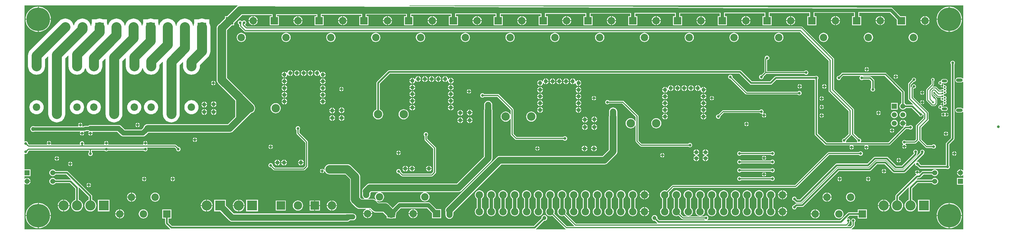
<source format=gbl>
%FSLAX44Y44*%
%MOMM*%
G71*
G01*
G75*
G04 Layer_Physical_Order=2*
G04 Layer_Color=16711680*
%ADD10O,1.9000X0.6000*%
%ADD11R,1.1000X1.0000*%
%ADD12R,1.6200X1.3700*%
%ADD13R,1.0000X1.1000*%
%ADD14R,0.8000X0.9000*%
%ADD15R,0.7000X0.9000*%
%ADD16R,1.3700X1.6200*%
%ADD17R,3.0000X1.2000*%
%ADD18R,1.2000X3.0000*%
%ADD19R,5.0000X4.7500*%
%ADD20R,1.5000X1.7500*%
%ADD21R,5.5000X6.7000*%
%ADD22R,0.9500X2.2000*%
%ADD23R,4.7500X5.0000*%
%ADD24R,1.7500X1.5000*%
%ADD25R,1.1000X3.5000*%
%ADD26R,10.5000X8.6000*%
%ADD27R,0.6000X1.6000*%
%ADD28O,2.6000X0.7000*%
%ADD29R,3.6000X1.5000*%
%ADD30R,3.5000X1.5000*%
%ADD31R,0.9000X0.3000*%
%ADD32O,2.5000X0.7000*%
%ADD33R,1.2700X1.5240*%
%ADD34R,2.4000X2.0000*%
%ADD35R,2.4000X2.0000*%
%ADD36R,1.6000X0.6000*%
%ADD37C,0.3000*%
%ADD38C,0.5000*%
%ADD39C,0.4000*%
%ADD40C,0.2540*%
%ADD41C,0.7000*%
%ADD42C,2.0000*%
%ADD43C,1.9000*%
%ADD44C,1.0000*%
%ADD45C,7.0000*%
%ADD46C,2.2000*%
%ADD47R,1.5000X1.5000*%
%ADD48C,1.5000*%
%ADD49C,2.5000*%
%ADD50R,2.2000X2.2000*%
%ADD51R,3.0000X3.0000*%
%ADD52C,3.0000*%
%ADD53R,2.5000X2.5000*%
%ADD54C,1.5240*%
%ADD55R,1.5000X1.5000*%
%ADD56C,0.6500*%
%ADD57O,2.0000X1.0000*%
%ADD58O,1.6000X0.8000*%
%ADD59C,0.6000*%
%ADD60C,0.8000*%
%ADD61C,1.2000*%
%ADD62C,1.2500*%
%ADD63C,1.5000*%
%ADD64C,1.8000*%
%ADD65C,2.5000*%
%ADD66C,3.0000*%
%ADD67C,1.1000*%
%ADD68C,1.2000*%
%ADD69C,1.3000*%
%ADD70C,1.4000*%
%ADD71C,1.6000*%
%ADD72C,1.7000*%
%ADD73C,2.1000*%
%ADD74C,2.2000*%
%ADD75C,2.3000*%
%ADD76C,2.4000*%
G36*
X3046115Y709754D02*
X3045067Y708949D01*
X3044976Y708905D01*
X3043530Y710014D01*
X3041827Y710720D01*
X3040000Y710960D01*
X3030000D01*
X3028173Y710720D01*
X3026470Y710014D01*
X3025008Y708893D01*
X3023885Y707430D01*
X3023180Y705727D01*
X3022939Y703900D01*
X3023180Y702073D01*
X3023885Y700370D01*
X3025008Y698908D01*
X3026470Y697785D01*
X3028173Y697080D01*
X3030000Y696840D01*
X3040000D01*
X3041827Y697080D01*
X3043530Y697785D01*
X3044976Y698895D01*
X3045067Y698851D01*
X3046115Y698046D01*
Y619954D01*
X3045067Y619149D01*
X3044976Y619105D01*
X3043530Y620215D01*
X3041827Y620920D01*
X3040000Y621160D01*
X3030000D01*
X3028173Y620920D01*
X3026470Y620215D01*
X3025008Y619092D01*
X3023885Y617630D01*
X3023180Y615927D01*
X3022939Y614100D01*
X3023180Y612273D01*
X3023885Y610570D01*
X3025008Y609108D01*
X3026470Y607985D01*
X3028173Y607280D01*
X3030000Y607040D01*
X3040000D01*
X3041827Y607280D01*
X3043530Y607985D01*
X3044976Y609095D01*
X3045067Y609051D01*
X3046115Y608246D01*
Y435640D01*
X3044976Y435079D01*
X3043163Y436470D01*
X3040721Y437482D01*
X3039370Y437659D01*
Y427700D01*
Y417741D01*
X3040721Y417918D01*
X3043163Y418930D01*
X3044976Y420321D01*
X3046115Y419759D01*
Y412340D01*
X3028060D01*
Y392260D01*
X3046115D01*
Y258885D01*
X2714470D01*
X2714346Y260149D01*
X2714576Y260194D01*
X2715913Y261087D01*
X2722913Y268087D01*
X2723806Y269424D01*
X2724119Y271000D01*
Y279917D01*
X2724664Y280336D01*
X2725713Y281702D01*
X2726372Y283293D01*
X2726596Y285000D01*
X2726372Y286707D01*
X2725713Y288298D01*
X2724664Y289664D01*
X2723298Y290713D01*
X2721707Y291372D01*
X2720000Y291596D01*
X2718293Y291372D01*
X2716702Y290713D01*
X2715336Y289664D01*
X2714287Y288298D01*
X2713628Y286707D01*
X2713404Y285000D01*
X2713628Y283293D01*
X2714287Y281702D01*
X2715336Y280336D01*
X2715881Y279917D01*
Y272706D01*
X2711294Y268119D01*
X2702604D01*
X2702118Y269293D01*
X2707913Y275087D01*
X2708806Y276424D01*
X2709119Y278000D01*
Y279917D01*
X2709664Y280336D01*
X2710713Y281702D01*
X2711372Y283293D01*
X2711596Y285000D01*
X2711372Y286707D01*
X2710713Y288298D01*
X2709664Y289664D01*
X2708298Y290713D01*
X2706707Y291372D01*
X2705000Y291596D01*
X2703293Y291372D01*
X2701769Y290741D01*
X2701064Y291797D01*
X2709128Y299861D01*
X2733460D01*
Y291460D01*
X2760540D01*
Y318540D01*
X2733460D01*
Y310139D01*
X2707000D01*
X2705034Y309748D01*
X2703366Y308634D01*
X2680872Y286139D01*
X2286777D01*
X2286369Y287341D01*
X2287664Y288336D01*
X2288713Y289702D01*
X2289372Y291293D01*
X2289596Y293000D01*
X2289372Y294707D01*
X2288713Y296298D01*
X2287664Y297664D01*
X2286298Y298713D01*
X2284707Y299372D01*
X2283000Y299596D01*
X2281293Y299372D01*
X2279702Y298713D01*
X2278336Y297664D01*
X2277917Y297119D01*
X2265412D01*
X2265329Y298386D01*
X2265329Y298386D01*
Y298386D01*
X2268535Y298808D01*
X2271828Y300173D01*
X2274657Y302343D01*
X2276827Y305172D01*
X2278192Y308465D01*
X2278657Y312000D01*
X2278192Y315535D01*
X2276827Y318828D01*
X2274657Y321657D01*
X2272605Y323231D01*
Y350769D01*
X2274657Y352343D01*
X2276827Y355172D01*
X2278192Y358465D01*
X2278657Y362000D01*
X2278192Y365535D01*
X2276827Y368828D01*
X2274657Y371657D01*
X2271828Y373827D01*
X2268535Y375191D01*
X2265000Y375657D01*
X2261465Y375191D01*
X2258172Y373827D01*
X2255343Y371657D01*
X2253173Y368828D01*
X2251809Y365535D01*
X2251343Y362000D01*
X2251809Y358465D01*
X2253173Y355172D01*
X2255343Y352343D01*
X2257395Y350769D01*
Y323231D01*
X2255343Y321657D01*
X2253173Y318828D01*
X2251809Y315535D01*
X2251343Y312000D01*
X2251809Y308465D01*
X2253173Y305172D01*
X2255343Y302343D01*
X2258172Y300173D01*
X2261465Y298808D01*
X2264671Y298386D01*
X2264588Y297119D01*
X2230412D01*
X2230329Y298386D01*
X2230329Y298386D01*
Y298386D01*
X2233535Y298808D01*
X2236828Y300173D01*
X2239657Y302343D01*
X2241827Y305172D01*
X2243192Y308465D01*
X2243657Y312000D01*
X2243192Y315535D01*
X2241827Y318828D01*
X2239657Y321657D01*
X2237605Y323231D01*
Y350769D01*
X2239657Y352343D01*
X2241827Y355172D01*
X2243192Y358465D01*
X2243657Y362000D01*
X2243192Y365535D01*
X2241827Y368828D01*
X2239657Y371657D01*
X2236828Y373827D01*
X2233535Y375191D01*
X2230000Y375657D01*
X2226465Y375191D01*
X2223172Y373827D01*
X2220343Y371657D01*
X2218173Y368828D01*
X2216808Y365535D01*
X2216343Y362000D01*
X2216808Y358465D01*
X2218173Y355172D01*
X2220343Y352343D01*
X2222395Y350769D01*
Y323231D01*
X2220343Y321657D01*
X2218173Y318828D01*
X2216808Y315535D01*
X2216343Y312000D01*
X2216808Y308465D01*
X2218173Y305172D01*
X2220343Y302343D01*
X2223172Y300173D01*
X2226465Y298808D01*
X2229671Y298386D01*
X2229588Y297119D01*
X2215706D01*
X2207069Y305756D01*
X2208192Y308465D01*
X2208657Y312000D01*
X2208192Y315535D01*
X2206827Y318828D01*
X2204657Y321657D01*
X2202605Y323231D01*
Y350769D01*
X2204657Y352343D01*
X2206827Y355172D01*
X2208192Y358465D01*
X2208657Y362000D01*
X2208192Y365535D01*
X2206827Y368828D01*
X2204657Y371657D01*
X2201828Y373827D01*
X2198535Y375191D01*
X2195000Y375657D01*
X2191465Y375191D01*
X2188172Y373827D01*
X2185343Y371657D01*
X2183173Y368828D01*
X2181808Y365535D01*
X2181343Y362000D01*
X2181808Y358465D01*
X2183173Y355172D01*
X2185343Y352343D01*
X2187395Y350769D01*
Y323231D01*
X2185343Y321657D01*
X2183173Y318828D01*
X2181808Y315535D01*
X2181343Y312000D01*
X2181808Y308465D01*
X2183173Y305172D01*
X2185343Y302343D01*
X2188172Y300173D01*
X2191465Y298808D01*
X2195000Y298343D01*
X2198535Y298808D01*
X2201244Y299931D01*
X2211087Y290087D01*
X2212424Y289194D01*
X2214000Y288881D01*
X2277917D01*
X2278336Y288336D01*
X2279631Y287341D01*
X2279223Y286139D01*
X2144129D01*
X2138457Y291810D01*
X2138614Y293000D01*
X2138320Y295229D01*
X2137460Y297307D01*
X2136091Y299091D01*
X2134307Y300460D01*
X2132229Y301320D01*
X2130000Y301614D01*
X2127771Y301320D01*
X2125693Y300460D01*
X2123909Y299091D01*
X2122540Y297307D01*
X2121680Y295229D01*
X2121386Y293000D01*
X2121680Y290771D01*
X2122540Y288693D01*
X2123909Y286909D01*
X2125693Y285540D01*
X2127771Y284680D01*
X2130000Y284386D01*
X2131190Y284543D01*
X2138366Y277366D01*
X2138414Y277334D01*
X2138046Y276119D01*
X1896706D01*
X1867069Y305756D01*
X1868192Y308465D01*
X1868657Y312000D01*
X1868192Y315535D01*
X1866827Y318828D01*
X1864657Y321657D01*
X1862605Y323231D01*
Y350769D01*
X1864657Y352343D01*
X1866827Y355172D01*
X1868192Y358465D01*
X1868657Y362000D01*
X1868192Y365535D01*
X1866827Y368828D01*
X1864657Y371657D01*
X1861828Y373827D01*
X1858535Y375191D01*
X1855000Y375657D01*
X1851465Y375191D01*
X1848172Y373827D01*
X1845343Y371657D01*
X1843173Y368828D01*
X1841809Y365535D01*
X1841343Y362000D01*
X1841809Y358465D01*
X1843173Y355172D01*
X1845343Y352343D01*
X1847395Y350769D01*
Y323231D01*
X1845343Y321657D01*
X1843173Y318828D01*
X1841809Y315535D01*
X1841343Y312000D01*
X1841809Y308465D01*
X1843173Y305172D01*
X1845343Y302343D01*
X1848172Y300173D01*
X1851465Y298808D01*
X1855000Y298343D01*
X1858535Y298808D01*
X1861244Y299931D01*
X1891882Y269293D01*
X1891396Y268119D01*
X1869706D01*
X1832069Y305756D01*
X1833192Y308465D01*
X1833657Y312000D01*
X1833192Y315535D01*
X1831827Y318828D01*
X1829657Y321657D01*
X1827605Y323231D01*
Y350769D01*
X1829657Y352343D01*
X1831827Y355172D01*
X1833192Y358465D01*
X1833657Y362000D01*
X1833192Y365535D01*
X1831827Y368828D01*
X1829657Y371657D01*
X1826828Y373827D01*
X1823535Y375191D01*
X1820000Y375657D01*
X1816465Y375191D01*
X1813172Y373827D01*
X1810343Y371657D01*
X1808173Y368828D01*
X1806809Y365535D01*
X1806343Y362000D01*
X1806809Y358465D01*
X1808173Y355172D01*
X1810343Y352343D01*
X1812395Y350769D01*
Y323231D01*
X1810343Y321657D01*
X1808173Y318828D01*
X1806809Y315535D01*
X1806343Y312000D01*
X1806809Y308465D01*
X1808173Y305172D01*
X1810343Y302343D01*
X1813172Y300173D01*
X1816465Y298808D01*
X1820000Y298343D01*
X1823535Y298808D01*
X1826244Y299931D01*
X1865087Y261087D01*
X1866424Y260194D01*
X1866654Y260149D01*
X1866530Y258885D01*
X1777604D01*
X1777235Y260100D01*
X1777634Y260366D01*
X1801810Y284543D01*
X1803000Y284386D01*
X1805229Y284680D01*
X1807307Y285540D01*
X1809091Y286909D01*
X1810460Y288693D01*
X1811320Y290771D01*
X1811614Y293000D01*
X1811320Y295229D01*
X1810460Y297307D01*
X1809091Y299091D01*
X1807307Y300460D01*
X1805229Y301320D01*
X1803000Y301614D01*
X1800771Y301320D01*
X1798693Y300460D01*
X1796909Y299091D01*
X1795540Y297307D01*
X1794680Y295229D01*
X1794386Y293000D01*
X1794543Y291810D01*
X1771871Y269139D01*
X697129D01*
X687139Y279128D01*
Y291460D01*
X695540D01*
Y318540D01*
X668460D01*
Y291460D01*
X676861D01*
Y277000D01*
X677252Y275033D01*
X678366Y273366D01*
X691366Y260366D01*
X691765Y260100D01*
X691396Y258885D01*
X258885D01*
Y394360D01*
X260024Y394921D01*
X261837Y393530D01*
X264279Y392518D01*
X265630Y392341D01*
Y402300D01*
Y412259D01*
X264279Y412082D01*
X261837Y411070D01*
X260024Y409679D01*
X258885Y410241D01*
Y417660D01*
X276940D01*
Y437740D01*
X258885D01*
Y483483D01*
X259941Y484188D01*
X261293Y483628D01*
X263000Y483404D01*
X264707Y483628D01*
X266298Y484287D01*
X267664Y485336D01*
X268713Y486702D01*
X269372Y488293D01*
X269596Y490000D01*
X269507Y490681D01*
X272706Y493881D01*
X450881D01*
Y489083D01*
X450336Y488664D01*
X449287Y487298D01*
X448628Y485707D01*
X448404Y484000D01*
X448628Y482293D01*
X449287Y480702D01*
X450336Y479336D01*
X451702Y478287D01*
X453293Y477628D01*
X455000Y477404D01*
X456707Y477628D01*
X458298Y478287D01*
X459664Y479336D01*
X460713Y480702D01*
X461372Y482293D01*
X461596Y484000D01*
X461372Y485707D01*
X460713Y487298D01*
X459664Y488664D01*
X459119Y489083D01*
Y493881D01*
X496917D01*
X497336Y493336D01*
X498702Y492287D01*
X500293Y491628D01*
X502000Y491404D01*
X503707Y491628D01*
X505298Y492287D01*
X506664Y493336D01*
X507083Y493881D01*
X612917D01*
X613336Y493336D01*
X614702Y492287D01*
X616293Y491628D01*
X618000Y491404D01*
X619707Y491628D01*
X621298Y492287D01*
X622664Y493336D01*
X623713Y494702D01*
X624372Y496293D01*
X624596Y498000D01*
X624372Y499707D01*
X623713Y501298D01*
X623372Y501742D01*
X623934Y502881D01*
X705294D01*
X709493Y498681D01*
X709404Y498000D01*
X709628Y496293D01*
X710287Y494702D01*
X711336Y493336D01*
X712702Y492287D01*
X714293Y491628D01*
X716000Y491404D01*
X717707Y491628D01*
X719298Y492287D01*
X720664Y493336D01*
X721713Y494702D01*
X722372Y496293D01*
X722596Y498000D01*
X722372Y499707D01*
X721713Y501298D01*
X720664Y502664D01*
X719298Y503713D01*
X717707Y504372D01*
X716000Y504596D01*
X715319Y504507D01*
X709913Y509913D01*
X708576Y510806D01*
X707000Y511119D01*
X623934D01*
X623372Y512258D01*
X623713Y512702D01*
X624372Y514293D01*
X624429Y514730D01*
X611571D01*
X611628Y514293D01*
X612287Y512702D01*
X612628Y512258D01*
X612066Y511119D01*
X507934D01*
X507372Y512258D01*
X507713Y512702D01*
X508372Y514293D01*
X508429Y514730D01*
X495571D01*
X495628Y514293D01*
X496287Y512702D01*
X496628Y512258D01*
X496066Y511119D01*
X436614D01*
X435909Y512175D01*
X436372Y513293D01*
X436596Y515000D01*
X436372Y516707D01*
X435713Y518298D01*
X434664Y519664D01*
X433298Y520713D01*
X431707Y521372D01*
X430000Y521596D01*
X428293Y521372D01*
X426702Y520713D01*
X425336Y519664D01*
X424287Y518298D01*
X423628Y516707D01*
X423404Y515000D01*
X423628Y513293D01*
X424091Y512175D01*
X423386Y511119D01*
X337934D01*
X337372Y512258D01*
X337713Y512702D01*
X338372Y514293D01*
X338429Y514730D01*
X325571D01*
X325628Y514293D01*
X326287Y512702D01*
X326628Y512258D01*
X326066Y511119D01*
X272706D01*
X269507Y514319D01*
X269596Y515000D01*
X269372Y516707D01*
X268713Y518298D01*
X267664Y519664D01*
X266298Y520713D01*
X264707Y521372D01*
X263000Y521596D01*
X261293Y521372D01*
X259941Y520812D01*
X258885Y521517D01*
Y926115D01*
X891828D01*
X892075Y924870D01*
X891667Y924701D01*
X888630Y922370D01*
X860800Y894540D01*
X854460D01*
Y888200D01*
X837081Y870821D01*
X836604Y870566D01*
X834314Y868686D01*
X832434Y866396D01*
X831038Y863783D01*
X830178Y860948D01*
X829887Y858000D01*
Y704000D01*
X829887Y704000D01*
X829887D01*
X830178Y701052D01*
X831038Y698217D01*
X832434Y695604D01*
X834314Y693314D01*
X885352Y642275D01*
Y594239D01*
X863761Y572648D01*
X625000D01*
X621726Y572217D01*
X618676Y570954D01*
X616056Y568944D01*
X614046Y566324D01*
X612783Y563274D01*
X612605Y561927D01*
X606805Y556127D01*
X557195D01*
X546161Y567161D01*
X544063Y568770D01*
X541621Y569782D01*
X541316Y569822D01*
X539000Y570127D01*
X539000Y570127D01*
X455000D01*
X452379Y569782D01*
X449937Y568770D01*
X448419Y567605D01*
X440000D01*
X438032Y567346D01*
X436957Y566901D01*
X436198Y566586D01*
X434919Y565605D01*
X431254D01*
X430713Y566702D01*
X431372Y568293D01*
X431429Y568730D01*
X418571D01*
X418628Y568293D01*
X419287Y566702D01*
X418746Y565605D01*
X288956D01*
X287229Y566320D01*
X285000Y566614D01*
X282771Y566320D01*
X280693Y565460D01*
X278909Y564091D01*
X277540Y562307D01*
X276680Y560229D01*
X276386Y558000D01*
X276680Y555771D01*
X277540Y553693D01*
X278909Y551909D01*
X280693Y550540D01*
X282771Y549680D01*
X285000Y549386D01*
X287229Y549680D01*
X288956Y550395D01*
X424460D01*
X425022Y549256D01*
X424287Y548298D01*
X423628Y546707D01*
X423571Y546270D01*
X436429D01*
X436372Y546707D01*
X435713Y548298D01*
X434978Y549256D01*
X435540Y550395D01*
X438000D01*
X439968Y550654D01*
X440505Y550877D01*
X441802Y551414D01*
X443081Y552395D01*
X448419D01*
X449937Y551230D01*
X450348Y551060D01*
X450513Y549801D01*
X450336Y549664D01*
X449287Y548298D01*
X448628Y546707D01*
X448571Y546270D01*
X461429D01*
X461372Y546707D01*
X460713Y548298D01*
X460378Y548734D01*
X460940Y549873D01*
X534805D01*
X545839Y538839D01*
X545839Y538839D01*
X547449Y537604D01*
X547937Y537230D01*
X549367Y536637D01*
X550379Y536218D01*
X550684Y536178D01*
X553000Y535873D01*
X553000Y535873D01*
X611000D01*
X611000Y535873D01*
X613316Y536178D01*
X613621Y536218D01*
X616063Y537230D01*
X618161Y538839D01*
X626673Y547352D01*
X869000D01*
X869000Y547352D01*
X872274Y547783D01*
X874431Y548676D01*
X875324Y549046D01*
X877944Y551056D01*
X877944Y551056D01*
X877944Y551056D01*
X906944Y580056D01*
X932116Y605228D01*
X934783Y606038D01*
X937396Y607434D01*
X939686Y609314D01*
X941566Y611604D01*
X942962Y614217D01*
X943822Y617052D01*
X944113Y620000D01*
X943822Y622948D01*
X942962Y625783D01*
X941566Y628396D01*
X939686Y630686D01*
X908686Y661686D01*
X907862Y662363D01*
X907186Y663186D01*
X860113Y710260D01*
Y852373D01*
X875200Y867460D01*
X881540D01*
Y873800D01*
X905075Y897335D01*
X993395D01*
Y894540D01*
X987460D01*
Y867460D01*
X1014540D01*
Y894540D01*
X1008605D01*
Y897839D01*
X1126395D01*
Y894540D01*
X1120460D01*
Y867460D01*
X1147540D01*
Y894540D01*
X1141605D01*
Y898343D01*
X1259395D01*
Y894540D01*
X1253460D01*
Y867460D01*
X1280540D01*
Y894540D01*
X1274605D01*
Y898848D01*
X1392395D01*
Y894540D01*
X1386460D01*
Y867460D01*
X1413540D01*
Y894540D01*
X1407605D01*
Y899352D01*
X1525395D01*
Y894540D01*
X1519460D01*
Y867460D01*
X1546540D01*
Y894540D01*
X1540605D01*
Y899856D01*
X1658395D01*
Y894540D01*
X1652460D01*
Y867460D01*
X1679540D01*
Y894540D01*
X1673605D01*
Y900360D01*
X1791395D01*
Y894540D01*
X1785460D01*
Y867460D01*
X1812540D01*
Y894540D01*
X1806605D01*
Y900865D01*
X1924395D01*
Y894540D01*
X1918460D01*
Y867460D01*
X1945540D01*
Y894540D01*
X1939605D01*
Y901369D01*
X2057395D01*
Y894540D01*
X2051460D01*
Y867460D01*
X2078540D01*
Y894540D01*
X2072605D01*
Y901873D01*
X2190395D01*
Y894540D01*
X2184460D01*
Y867460D01*
X2211540D01*
Y894540D01*
X2205605D01*
Y902378D01*
X2323395D01*
Y894540D01*
X2317460D01*
Y867460D01*
X2344540D01*
Y894540D01*
X2338605D01*
Y902882D01*
X2456395D01*
Y894540D01*
X2450460D01*
Y867460D01*
X2477540D01*
Y894540D01*
X2471605D01*
Y903386D01*
X2589395D01*
Y894540D01*
X2583460D01*
Y867460D01*
X2610540D01*
Y894540D01*
X2604605D01*
Y903891D01*
X2722395D01*
Y894540D01*
X2716460D01*
Y867460D01*
X2743540D01*
Y894540D01*
X2737605D01*
Y904395D01*
X2828850D01*
X2849460Y883785D01*
Y867460D01*
X2876540D01*
Y894540D01*
X2860215D01*
X2837378Y917378D01*
X2835803Y918586D01*
X2834506Y919123D01*
X2833968Y919346D01*
X2832000Y919605D01*
X2732649D01*
X2732099Y919833D01*
X2730000Y920109D01*
X2599738D01*
X2599229Y920320D01*
X2597000Y920614D01*
X2466827D01*
X2466360Y920807D01*
X2464000Y921118D01*
X2333916D01*
X2333490Y921294D01*
X2331000Y921622D01*
X2201006D01*
X2200621Y921782D01*
X2198000Y922127D01*
X2068094D01*
X2067751Y922269D01*
X2065000Y922631D01*
X1935184D01*
X1934882Y922756D01*
X1932000Y923135D01*
X1802272D01*
X1802013Y923243D01*
X1799000Y923640D01*
X1669362D01*
X1669143Y923730D01*
X1666000Y924144D01*
X1536451D01*
X1536274Y924217D01*
X1533000Y924648D01*
X1403540D01*
X1403404Y924704D01*
X1402313Y924848D01*
X1402396Y926115D01*
X3046115D01*
Y709754D01*
D02*
G37*
%LPC*%
G36*
X3001429Y542730D02*
X2996270D01*
Y537571D01*
X2996707Y537628D01*
X2998298Y538287D01*
X2999664Y539336D01*
X3000713Y540702D01*
X3001372Y542293D01*
X3001429Y542730D01*
D02*
G37*
G36*
X428730Y543730D02*
X423571D01*
X423628Y543293D01*
X424287Y541702D01*
X425336Y540336D01*
X426702Y539287D01*
X428293Y538628D01*
X428730Y538571D01*
Y543730D01*
D02*
G37*
G36*
X2993730Y542730D02*
X2988571D01*
X2988628Y542293D01*
X2989287Y540702D01*
X2990336Y539336D01*
X2991702Y538287D01*
X2993293Y537628D01*
X2993730Y537571D01*
Y542730D01*
D02*
G37*
G36*
X763730Y532429D02*
X763293Y532372D01*
X761702Y531713D01*
X760336Y530664D01*
X759287Y529298D01*
X758628Y527707D01*
X758571Y527270D01*
X763730D01*
Y532429D01*
D02*
G37*
G36*
X766270D02*
Y527270D01*
X771429D01*
X771372Y527707D01*
X770713Y529298D01*
X769664Y530664D01*
X768298Y531713D01*
X766707Y532372D01*
X766270Y532429D01*
D02*
G37*
G36*
X436429Y543730D02*
X431270D01*
Y538571D01*
X431707Y538628D01*
X433298Y539287D01*
X434664Y540336D01*
X435713Y541702D01*
X436372Y543293D01*
X436429Y543730D01*
D02*
G37*
G36*
X2996270Y550429D02*
Y545270D01*
X3001429D01*
X3001372Y545707D01*
X3000713Y547298D01*
X2999664Y548664D01*
X2998298Y549713D01*
X2996707Y550372D01*
X2996270Y550429D01*
D02*
G37*
G36*
X2833730Y552230D02*
X2828571D01*
X2828628Y551793D01*
X2829287Y550202D01*
X2830336Y548836D01*
X2831702Y547787D01*
X2833293Y547128D01*
X2833730Y547071D01*
Y552230D01*
D02*
G37*
G36*
X2993730Y550429D02*
X2993293Y550372D01*
X2991702Y549713D01*
X2990336Y548664D01*
X2989287Y547298D01*
X2988628Y545707D01*
X2988571Y545270D01*
X2993730D01*
Y550429D01*
D02*
G37*
G36*
X453730Y543730D02*
X448571D01*
X448628Y543293D01*
X449287Y541702D01*
X450336Y540336D01*
X451702Y539287D01*
X453293Y538628D01*
X453730Y538571D01*
Y543730D01*
D02*
G37*
G36*
X461429D02*
X456270D01*
Y538571D01*
X456707Y538628D01*
X458298Y539287D01*
X459664Y540336D01*
X460713Y541702D01*
X461372Y543293D01*
X461429Y543730D01*
D02*
G37*
G36*
X330730Y522429D02*
X330293Y522372D01*
X328702Y521713D01*
X327336Y520664D01*
X326287Y519298D01*
X325628Y517707D01*
X325571Y517270D01*
X330730D01*
Y522429D01*
D02*
G37*
G36*
X333270D02*
Y517270D01*
X338429D01*
X338372Y517707D01*
X337713Y519298D01*
X336664Y520664D01*
X335298Y521713D01*
X333707Y522372D01*
X333270Y522429D01*
D02*
G37*
G36*
X991270Y511429D02*
Y506270D01*
X996429D01*
X996372Y506707D01*
X995713Y508298D01*
X994664Y509664D01*
X993298Y510713D01*
X991707Y511372D01*
X991270Y511429D01*
D02*
G37*
G36*
X1951270Y508447D02*
Y501270D01*
X1958447D01*
X1958320Y502229D01*
X1957460Y504307D01*
X1956091Y506091D01*
X1954307Y507460D01*
X1952229Y508320D01*
X1951270Y508447D01*
D02*
G37*
G36*
X988730Y511429D02*
X988293Y511372D01*
X986702Y510713D01*
X985336Y509664D01*
X984287Y508298D01*
X983628Y506707D01*
X983571Y506270D01*
X988730D01*
Y511429D01*
D02*
G37*
G36*
X500730Y522429D02*
X500293Y522372D01*
X498702Y521713D01*
X497336Y520664D01*
X496287Y519298D01*
X495628Y517707D01*
X495571Y517270D01*
X500730D01*
Y522429D01*
D02*
G37*
G36*
X763730Y524730D02*
X758571D01*
X758628Y524293D01*
X759287Y522702D01*
X760336Y521336D01*
X761702Y520287D01*
X763293Y519628D01*
X763730Y519571D01*
Y524730D01*
D02*
G37*
G36*
X771429D02*
X766270D01*
Y519571D01*
X766707Y519628D01*
X768298Y520287D01*
X769664Y521336D01*
X770713Y522702D01*
X771372Y524293D01*
X771429Y524730D01*
D02*
G37*
G36*
X619270Y522429D02*
Y517270D01*
X624429D01*
X624372Y517707D01*
X623713Y519298D01*
X622664Y520664D01*
X621298Y521713D01*
X619707Y522372D01*
X619270Y522429D01*
D02*
G37*
G36*
X503270D02*
Y517270D01*
X508429D01*
X508372Y517707D01*
X507713Y519298D01*
X506664Y520664D01*
X505298Y521713D01*
X503707Y522372D01*
X503270Y522429D01*
D02*
G37*
G36*
X616730D02*
X616293Y522372D01*
X614702Y521713D01*
X613336Y520664D01*
X612287Y519298D01*
X611628Y517707D01*
X611571Y517270D01*
X616730D01*
Y522429D01*
D02*
G37*
G36*
X2841429Y552230D02*
X2836270D01*
Y547071D01*
X2836707Y547128D01*
X2838298Y547787D01*
X2839664Y548836D01*
X2840713Y550202D01*
X2841372Y551793D01*
X2841429Y552230D01*
D02*
G37*
G36*
X1949730Y572447D02*
X1948771Y572320D01*
X1946693Y571460D01*
X1944909Y570091D01*
X1943540Y568307D01*
X1942680Y566229D01*
X1942554Y565270D01*
X1949730D01*
Y572447D01*
D02*
G37*
G36*
X1952270D02*
Y565270D01*
X1959447D01*
X1959320Y566229D01*
X1958460Y568307D01*
X1957091Y570091D01*
X1955307Y571460D01*
X1953229Y572320D01*
X1952270Y572447D01*
D02*
G37*
G36*
X1924270D02*
Y565270D01*
X1931447D01*
X1931320Y566229D01*
X1930460Y568307D01*
X1929091Y570091D01*
X1927307Y571460D01*
X1925229Y572320D01*
X1924270Y572447D01*
D02*
G37*
G36*
X2866130Y573930D02*
X2857440D01*
X2857618Y572579D01*
X2858630Y570137D01*
X2860239Y568039D01*
X2862337Y566430D01*
X2864779Y565418D01*
X2866130Y565241D01*
Y573930D01*
D02*
G37*
G36*
X1921730Y572447D02*
X1920771Y572320D01*
X1918693Y571460D01*
X1916909Y570091D01*
X1915540Y568307D01*
X1914680Y566229D01*
X1914554Y565270D01*
X1921730D01*
Y572447D01*
D02*
G37*
G36*
X2401730Y571730D02*
X2396571D01*
X2396628Y571293D01*
X2397287Y569702D01*
X2398336Y568336D01*
X2399702Y567287D01*
X2401293Y566628D01*
X2401730Y566571D01*
Y571730D01*
D02*
G37*
G36*
X593730Y576429D02*
X593293Y576372D01*
X591702Y575713D01*
X590336Y574664D01*
X589287Y573298D01*
X588628Y571707D01*
X588571Y571270D01*
X593730D01*
Y576429D01*
D02*
G37*
G36*
X596270D02*
Y571270D01*
X601429D01*
X601372Y571707D01*
X600713Y573298D01*
X599664Y574664D01*
X598298Y575713D01*
X596707Y576372D01*
X596270Y576429D01*
D02*
G37*
G36*
X426270D02*
Y571270D01*
X431429D01*
X431372Y571707D01*
X430713Y573298D01*
X429664Y574664D01*
X428298Y575713D01*
X426707Y576372D01*
X426270Y576429D01*
D02*
G37*
G36*
X2409429Y571730D02*
X2404270D01*
Y566571D01*
X2404707Y566628D01*
X2406298Y567287D01*
X2407664Y568336D01*
X2408713Y569702D01*
X2409372Y571293D01*
X2409429Y571730D01*
D02*
G37*
G36*
X423730Y576429D02*
X423293Y576372D01*
X421702Y575713D01*
X420336Y574664D01*
X419287Y573298D01*
X418628Y571707D01*
X418571Y571270D01*
X423730D01*
Y576429D01*
D02*
G37*
G36*
X1921730Y562730D02*
X1914554D01*
X1914680Y561771D01*
X1915540Y559693D01*
X1916909Y557909D01*
X1918693Y556540D01*
X1920771Y555680D01*
X1921730Y555554D01*
Y562730D01*
D02*
G37*
G36*
X1931447D02*
X1924270D01*
Y555554D01*
X1925229Y555680D01*
X1927307Y556540D01*
X1929091Y557909D01*
X1930460Y559693D01*
X1931320Y561771D01*
X1931447Y562730D01*
D02*
G37*
G36*
X2836270Y559929D02*
Y554770D01*
X2841429D01*
X2841372Y555207D01*
X2840713Y556798D01*
X2839664Y558164D01*
X2838298Y559213D01*
X2836707Y559872D01*
X2836270Y559929D01*
D02*
G37*
G36*
X2401730Y579429D02*
X2401293Y579372D01*
X2399702Y578713D01*
X2398336Y577664D01*
X2397287Y576298D01*
X2396628Y574707D01*
X2396571Y574270D01*
X2401730D01*
Y579429D01*
D02*
G37*
G36*
X2833730Y559929D02*
X2833293Y559872D01*
X2831702Y559213D01*
X2830336Y558164D01*
X2829287Y556798D01*
X2828628Y555207D01*
X2828571Y554770D01*
X2833730D01*
Y559929D01*
D02*
G37*
G36*
X1949730Y562730D02*
X1942554D01*
X1942680Y561771D01*
X1943540Y559693D01*
X1944909Y557909D01*
X1946693Y556540D01*
X1948771Y555680D01*
X1949730Y555554D01*
Y562730D01*
D02*
G37*
G36*
X601429Y568730D02*
X596270D01*
Y563571D01*
X596707Y563628D01*
X598298Y564287D01*
X599664Y565336D01*
X600713Y566702D01*
X601372Y568293D01*
X601429Y568730D01*
D02*
G37*
G36*
X2842000Y585327D02*
X2839379Y584982D01*
X2836937Y583970D01*
X2834839Y582361D01*
X2833230Y580263D01*
X2832218Y577821D01*
X2831873Y575200D01*
X2832218Y572579D01*
X2833230Y570137D01*
X2834839Y568039D01*
X2836937Y566430D01*
X2839379Y565418D01*
X2842000Y565073D01*
X2844621Y565418D01*
X2847063Y566430D01*
X2849160Y568039D01*
X2850770Y570137D01*
X2851782Y572579D01*
X2852126Y575200D01*
X2851782Y577821D01*
X2850770Y580263D01*
X2849160Y582361D01*
X2847063Y583970D01*
X2844621Y584982D01*
X2842000Y585327D01*
D02*
G37*
G36*
X593730Y568730D02*
X588571D01*
X588628Y568293D01*
X589287Y566702D01*
X590336Y565336D01*
X591702Y564287D01*
X593293Y563628D01*
X593730Y563571D01*
Y568730D01*
D02*
G37*
G36*
X1959447Y562730D02*
X1952270D01*
Y555554D01*
X1953229Y555680D01*
X1955307Y556540D01*
X1957091Y557909D01*
X1958460Y559693D01*
X1959320Y561771D01*
X1959447Y562730D01*
D02*
G37*
G36*
X2135000Y590113D02*
X2132052Y589822D01*
X2129217Y588962D01*
X2126604Y587566D01*
X2124314Y585686D01*
X2122434Y583396D01*
X2121038Y580783D01*
X2120178Y577948D01*
X2119887Y575000D01*
X2120178Y572052D01*
X2121038Y569217D01*
X2122434Y566604D01*
X2124314Y564314D01*
X2126604Y562434D01*
X2129217Y561038D01*
X2132052Y560178D01*
X2135000Y559887D01*
X2137948Y560178D01*
X2140783Y561038D01*
X2143396Y562434D01*
X2145686Y564314D01*
X2147566Y566604D01*
X2148962Y569217D01*
X2149822Y572052D01*
X2150113Y575000D01*
X2149822Y577948D01*
X2148962Y580783D01*
X2147566Y583396D01*
X2145686Y585686D01*
X2143396Y587566D01*
X2140783Y588962D01*
X2137948Y589822D01*
X2135000Y590113D01*
D02*
G37*
G36*
X1376429Y485730D02*
X1371270D01*
Y480571D01*
X1371707Y480628D01*
X1373298Y481287D01*
X1374664Y482336D01*
X1375713Y483702D01*
X1376372Y485293D01*
X1376429Y485730D01*
D02*
G37*
G36*
X2151730Y486429D02*
X2151293Y486372D01*
X2149702Y485713D01*
X2148336Y484664D01*
X2147287Y483298D01*
X2146628Y481707D01*
X2146571Y481270D01*
X2151730D01*
Y486429D01*
D02*
G37*
G36*
X1368730Y485730D02*
X1363571D01*
X1363628Y485293D01*
X1364287Y483702D01*
X1365336Y482336D01*
X1366702Y481287D01*
X1368293Y480628D01*
X1368730Y480571D01*
Y485730D01*
D02*
G37*
G36*
X3018730Y483730D02*
X3013571D01*
X3013628Y483293D01*
X3014287Y481702D01*
X3015336Y480336D01*
X3016702Y479287D01*
X3018293Y478628D01*
X3018730Y478571D01*
Y483730D01*
D02*
G37*
G36*
X3026429D02*
X3021270D01*
Y478571D01*
X3021707Y478628D01*
X3023298Y479287D01*
X3024664Y480336D01*
X3025713Y481702D01*
X3026372Y483293D01*
X3026429Y483730D01*
D02*
G37*
G36*
X2154270Y486429D02*
Y481270D01*
X2159429D01*
X2159372Y481707D01*
X2158713Y483298D01*
X2157664Y484664D01*
X2156298Y485713D01*
X2154707Y486372D01*
X2154270Y486429D01*
D02*
G37*
G36*
X1371270Y493429D02*
Y488270D01*
X1376429D01*
X1376372Y488707D01*
X1375713Y490298D01*
X1374664Y491664D01*
X1373298Y492713D01*
X1371707Y493372D01*
X1371270Y493429D01*
D02*
G37*
G36*
X2480000Y491596D02*
X2478293Y491372D01*
X2476702Y490713D01*
X2475336Y489664D01*
X2474917Y489119D01*
X2387083D01*
X2386664Y489664D01*
X2385298Y490713D01*
X2383707Y491372D01*
X2382000Y491596D01*
X2380293Y491372D01*
X2378702Y490713D01*
X2377336Y489664D01*
X2376287Y488298D01*
X2375628Y486707D01*
X2375404Y485000D01*
X2375628Y483293D01*
X2376287Y481702D01*
X2377336Y480336D01*
X2378702Y479287D01*
X2380293Y478628D01*
X2382000Y478404D01*
X2383707Y478628D01*
X2385298Y479287D01*
X2386664Y480336D01*
X2387083Y480881D01*
X2474917D01*
X2475336Y480336D01*
X2476702Y479287D01*
X2478293Y478628D01*
X2480000Y478404D01*
X2481707Y478628D01*
X2483298Y479287D01*
X2484664Y480336D01*
X2485713Y481702D01*
X2486372Y483293D01*
X2486596Y485000D01*
X2486372Y486707D01*
X2485713Y488298D01*
X2484664Y489664D01*
X2483298Y490713D01*
X2481707Y491372D01*
X2480000Y491596D01*
D02*
G37*
G36*
X1368730Y493429D02*
X1368293Y493372D01*
X1366702Y492713D01*
X1365336Y491664D01*
X1364287Y490298D01*
X1363628Y488707D01*
X1363571Y488270D01*
X1368730D01*
Y493429D01*
D02*
G37*
G36*
X3018730Y491429D02*
X3018293Y491372D01*
X3016702Y490713D01*
X3015336Y489664D01*
X3014287Y488298D01*
X3013628Y486707D01*
X3013571Y486270D01*
X3018730D01*
Y491429D01*
D02*
G37*
G36*
X3021270D02*
Y486270D01*
X3026429D01*
X3026372Y486707D01*
X3025713Y488298D01*
X3024664Y489664D01*
X3023298Y490713D01*
X3021707Y491372D01*
X3021270Y491429D01*
D02*
G37*
G36*
X2742000Y491596D02*
X2740293Y491372D01*
X2738702Y490713D01*
X2737336Y489664D01*
X2736917Y489119D01*
X2647000D01*
X2645424Y488806D01*
X2644087Y487913D01*
X2547294Y391119D01*
X2185000D01*
X2183424Y390806D01*
X2182087Y389913D01*
X2166244Y374069D01*
X2163535Y375191D01*
X2160000Y375657D01*
X2156465Y375191D01*
X2153172Y373827D01*
X2150343Y371657D01*
X2148173Y368828D01*
X2146808Y365535D01*
X2146343Y362000D01*
X2146808Y358465D01*
X2148173Y355172D01*
X2150343Y352343D01*
X2152395Y350769D01*
Y323231D01*
X2150343Y321657D01*
X2148173Y318828D01*
X2146808Y315535D01*
X2146343Y312000D01*
X2146808Y308465D01*
X2148173Y305172D01*
X2150343Y302343D01*
X2153172Y300173D01*
X2156465Y298808D01*
X2160000Y298343D01*
X2163535Y298808D01*
X2166828Y300173D01*
X2169657Y302343D01*
X2171827Y305172D01*
X2173192Y308465D01*
X2173657Y312000D01*
X2173192Y315535D01*
X2171827Y318828D01*
X2169657Y321657D01*
X2167605Y323231D01*
Y350769D01*
X2169657Y352343D01*
X2171827Y355172D01*
X2173192Y358465D01*
X2173657Y362000D01*
X2173192Y365535D01*
X2172069Y368244D01*
X2186706Y382881D01*
X2549000D01*
X2550576Y383194D01*
X2551913Y384087D01*
X2551913Y384087D01*
X2551913Y384087D01*
X2648706Y480881D01*
X2736917D01*
X2737336Y480336D01*
X2738702Y479287D01*
X2740293Y478628D01*
X2742000Y478404D01*
X2743707Y478628D01*
X2745298Y479287D01*
X2746664Y480336D01*
X2747713Y481702D01*
X2748372Y483293D01*
X2748596Y485000D01*
X2748372Y486707D01*
X2747713Y488298D01*
X2746664Y489664D01*
X2745298Y490713D01*
X2743707Y491372D01*
X2742000Y491596D01*
D02*
G37*
G36*
X356270Y476429D02*
Y471270D01*
X361429D01*
X361372Y471707D01*
X360713Y473298D01*
X359664Y474664D01*
X358298Y475713D01*
X356707Y476372D01*
X356270Y476429D01*
D02*
G37*
G36*
X2262446Y487730D02*
X2245553D01*
X2245680Y486771D01*
X2246540Y484693D01*
X2247909Y482909D01*
X2249693Y481540D01*
X2251771Y480680D01*
X2252111Y480635D01*
Y479365D01*
X2251771Y479320D01*
X2249693Y478460D01*
X2247909Y477091D01*
X2246540Y475307D01*
X2245680Y473229D01*
X2245553Y472270D01*
X2262446D01*
X2262320Y473229D01*
X2261460Y475307D01*
X2260091Y477091D01*
X2258307Y478460D01*
X2256229Y479320D01*
X2255889Y479365D01*
Y480635D01*
X2256229Y480680D01*
X2258307Y481540D01*
X2260091Y482909D01*
X2261460Y484693D01*
X2262320Y486771D01*
X2262446Y487730D01*
D02*
G37*
G36*
X353730Y476429D02*
X353293Y476372D01*
X351702Y475713D01*
X350336Y474664D01*
X349287Y473298D01*
X348628Y471707D01*
X348571Y471270D01*
X353730D01*
Y476429D01*
D02*
G37*
G36*
X2853730Y471429D02*
X2853293Y471372D01*
X2851702Y470713D01*
X2850336Y469664D01*
X2849287Y468298D01*
X2848628Y466707D01*
X2848571Y466270D01*
X2853730D01*
Y471429D01*
D02*
G37*
G36*
X2856270D02*
Y466270D01*
X2861429D01*
X2861372Y466707D01*
X2860713Y468298D01*
X2859664Y469664D01*
X2858298Y470713D01*
X2856707Y471372D01*
X2856270Y471429D01*
D02*
G37*
G36*
X2289447Y487730D02*
X2272554D01*
X2272680Y486771D01*
X2273540Y484693D01*
X2274909Y482909D01*
X2276693Y481540D01*
X2278771Y480680D01*
X2279111Y480635D01*
Y479365D01*
X2278771Y479320D01*
X2276693Y478460D01*
X2274909Y477091D01*
X2273540Y475307D01*
X2272680Y473229D01*
X2272554Y472270D01*
X2289447D01*
X2289320Y473229D01*
X2288460Y475307D01*
X2287091Y477091D01*
X2285307Y478460D01*
X2283229Y479320D01*
X2282889Y479365D01*
Y480635D01*
X2283229Y480680D01*
X2285307Y481540D01*
X2287091Y482909D01*
X2288460Y484693D01*
X2289320Y486771D01*
X2289447Y487730D01*
D02*
G37*
G36*
X2159429Y478730D02*
X2154270D01*
Y473571D01*
X2154707Y473628D01*
X2156298Y474287D01*
X2157664Y475336D01*
X2158713Y476702D01*
X2159372Y478293D01*
X2159429Y478730D01*
D02*
G37*
G36*
X2007000Y622144D02*
X2003857Y621730D01*
X2000928Y620517D01*
X1998413Y618587D01*
X1996483Y616072D01*
X1995270Y613143D01*
X1994856Y610000D01*
Y597451D01*
X1994783Y597274D01*
X1994352Y594000D01*
Y496239D01*
X1975761Y477648D01*
X1670000D01*
X1670000Y477648D01*
X1666726Y477217D01*
X1663676Y475954D01*
X1661056Y473944D01*
X1661056Y473944D01*
X1512056Y324944D01*
X1510046Y322324D01*
X1508783Y319274D01*
X1508352Y316000D01*
X1508783Y312726D01*
X1509361Y311332D01*
Y302000D01*
X1509757Y298988D01*
X1510920Y296180D01*
X1512770Y293770D01*
X1515180Y291920D01*
X1517988Y290757D01*
X1521000Y290361D01*
X1524012Y290757D01*
X1526820Y291920D01*
X1529230Y293770D01*
X1531080Y296180D01*
X1532243Y298988D01*
X1532640Y302000D01*
Y309752D01*
X1675239Y452352D01*
X1981000D01*
X1981000Y452352D01*
X1984274Y452783D01*
X1987324Y454046D01*
X1989944Y456056D01*
X2015944Y482056D01*
X2015944Y482056D01*
X2017954Y484676D01*
X2019217Y487726D01*
X2019648Y491000D01*
X2019648Y491000D01*
Y594000D01*
X2019217Y597274D01*
X2019144Y597451D01*
Y610000D01*
X2018730Y613143D01*
X2017517Y616072D01*
X2015587Y618587D01*
X2013072Y620517D01*
X2010143Y621730D01*
X2007000Y622144D01*
D02*
G37*
G36*
X2151730Y478730D02*
X2146571D01*
X2146628Y478293D01*
X2147287Y476702D01*
X2148336Y475336D01*
X2149702Y474287D01*
X2151293Y473628D01*
X2151730Y473571D01*
Y478730D01*
D02*
G37*
G36*
X2453730Y478429D02*
X2453293Y478372D01*
X2451702Y477713D01*
X2450336Y476664D01*
X2449287Y475298D01*
X2448628Y473707D01*
X2448571Y473270D01*
X2453730D01*
Y478429D01*
D02*
G37*
G36*
X2456270D02*
Y473270D01*
X2461429D01*
X2461372Y473707D01*
X2460713Y475298D01*
X2459664Y476664D01*
X2458298Y477713D01*
X2456707Y478372D01*
X2456270Y478429D01*
D02*
G37*
G36*
X996429Y503730D02*
X991270D01*
Y498571D01*
X991707Y498628D01*
X993298Y499287D01*
X994664Y500336D01*
X995713Y501702D01*
X996372Y503293D01*
X996429Y503730D01*
D02*
G37*
G36*
X2870230Y504830D02*
X2865071D01*
X2865128Y504393D01*
X2865787Y502802D01*
X2866836Y501436D01*
X2868202Y500387D01*
X2869793Y499728D01*
X2870230Y499671D01*
Y504830D01*
D02*
G37*
G36*
X988730Y503730D02*
X983571D01*
X983628Y503293D01*
X984287Y501702D01*
X985336Y500336D01*
X986702Y499287D01*
X988293Y498628D01*
X988730Y498571D01*
Y503730D01*
D02*
G37*
G36*
X2757730Y502230D02*
X2752571D01*
X2752628Y501793D01*
X2753287Y500202D01*
X2754336Y498836D01*
X2755702Y497787D01*
X2757293Y497128D01*
X2757730Y497071D01*
Y502230D01*
D02*
G37*
G36*
X2765429D02*
X2760270D01*
Y497071D01*
X2760707Y497128D01*
X2762298Y497787D01*
X2763665Y498836D01*
X2764713Y500202D01*
X2765372Y501793D01*
X2765429Y502230D01*
D02*
G37*
G36*
X2877929Y504830D02*
X2872770D01*
Y499671D01*
X2873207Y499728D01*
X2874798Y500387D01*
X2876165Y501436D01*
X2877213Y502802D01*
X2877872Y504393D01*
X2877929Y504830D01*
D02*
G37*
G36*
X1923270Y508447D02*
Y501270D01*
X1930446D01*
X1930320Y502229D01*
X1929460Y504307D01*
X1928091Y506091D01*
X1926307Y507460D01*
X1924229Y508320D01*
X1923270Y508447D01*
D02*
G37*
G36*
X1948730D02*
X1947771Y508320D01*
X1945693Y507460D01*
X1943909Y506091D01*
X1942540Y504307D01*
X1941680Y502229D01*
X1941553Y501270D01*
X1948730D01*
Y508447D01*
D02*
G37*
G36*
X1920730D02*
X1919771Y508320D01*
X1917693Y507460D01*
X1915909Y506091D01*
X1914540Y504307D01*
X1913680Y502229D01*
X1913553Y501270D01*
X1920730D01*
Y508447D01*
D02*
G37*
G36*
X1780730Y506429D02*
X1780293Y506372D01*
X1778702Y505713D01*
X1777336Y504664D01*
X1776287Y503298D01*
X1775628Y501707D01*
X1775571Y501270D01*
X1780730D01*
Y506429D01*
D02*
G37*
G36*
X1783270D02*
Y501270D01*
X1788429D01*
X1788372Y501707D01*
X1787713Y503298D01*
X1786664Y504664D01*
X1785298Y505713D01*
X1783707Y506372D01*
X1783270Y506429D01*
D02*
G37*
G36*
X2721429Y502230D02*
X2716270D01*
Y497071D01*
X2716707Y497128D01*
X2718298Y497787D01*
X2719664Y498836D01*
X2720713Y500202D01*
X2721372Y501793D01*
X2721429Y502230D01*
D02*
G37*
G36*
X2282270Y497447D02*
Y490270D01*
X2289447D01*
X2289320Y491229D01*
X2288460Y493307D01*
X2287091Y495091D01*
X2285307Y496460D01*
X2283229Y497320D01*
X2282270Y497447D01*
D02*
G37*
G36*
X1920730Y498730D02*
X1913553D01*
X1913680Y497771D01*
X1914540Y495693D01*
X1915909Y493909D01*
X1917693Y492540D01*
X1919771Y491680D01*
X1920730Y491553D01*
Y498730D01*
D02*
G37*
G36*
X2279730Y497447D02*
X2278771Y497320D01*
X2276693Y496460D01*
X2274909Y495091D01*
X2273540Y493307D01*
X2272680Y491229D01*
X2272554Y490270D01*
X2279730D01*
Y497447D01*
D02*
G37*
G36*
X2252730D02*
X2251771Y497320D01*
X2249693Y496460D01*
X2247909Y495091D01*
X2246540Y493307D01*
X2245680Y491229D01*
X2245553Y490270D01*
X2252730D01*
Y497447D01*
D02*
G37*
G36*
X2255270D02*
Y490270D01*
X2262446D01*
X2262320Y491229D01*
X2261460Y493307D01*
X2260091Y495091D01*
X2258307Y496460D01*
X2256229Y497320D01*
X2255270Y497447D01*
D02*
G37*
G36*
X1930446Y498730D02*
X1923270D01*
Y491553D01*
X1924229Y491680D01*
X1926307Y492540D01*
X1928091Y493909D01*
X1929460Y495693D01*
X1930320Y497771D01*
X1930446Y498730D01*
D02*
G37*
G36*
X1788429D02*
X1783270D01*
Y493571D01*
X1783707Y493628D01*
X1785298Y494287D01*
X1786664Y495336D01*
X1787713Y496702D01*
X1788372Y498293D01*
X1788429Y498730D01*
D02*
G37*
G36*
X2713730Y502230D02*
X2708571D01*
X2708628Y501793D01*
X2709287Y500202D01*
X2710336Y498836D01*
X2711702Y497787D01*
X2713293Y497128D01*
X2713730Y497071D01*
Y502230D01*
D02*
G37*
G36*
X1780730Y498730D02*
X1775571D01*
X1775628Y498293D01*
X1776287Y496702D01*
X1777336Y495336D01*
X1778702Y494287D01*
X1780293Y493628D01*
X1780730Y493571D01*
Y498730D01*
D02*
G37*
G36*
X1948730D02*
X1941553D01*
X1941680Y497771D01*
X1942540Y495693D01*
X1943909Y493909D01*
X1945693Y492540D01*
X1947771Y491680D01*
X1948730Y491553D01*
Y498730D01*
D02*
G37*
G36*
X1958447D02*
X1951270D01*
Y491553D01*
X1952229Y491680D01*
X1954307Y492540D01*
X1956091Y493909D01*
X1957460Y495693D01*
X1958320Y497771D01*
X1958447Y498730D01*
D02*
G37*
G36*
X1619000Y664596D02*
X1617293Y664372D01*
X1615702Y663713D01*
X1614336Y662664D01*
X1613287Y661298D01*
X1612628Y659707D01*
X1612404Y658000D01*
X1612628Y656293D01*
X1613287Y654702D01*
X1614336Y653336D01*
X1615702Y652287D01*
X1617293Y651628D01*
X1619000Y651404D01*
X1620707Y651628D01*
X1622298Y652287D01*
X1623664Y653336D01*
X1624083Y653881D01*
X1663294D01*
X1702881Y614294D01*
Y601678D01*
X1701649Y601370D01*
X1700566Y603396D01*
X1698686Y605686D01*
X1696396Y607566D01*
X1693783Y608962D01*
X1690948Y609822D01*
X1688000Y610113D01*
X1685052Y609822D01*
X1682217Y608962D01*
X1679604Y607566D01*
X1677314Y605686D01*
X1675434Y603396D01*
X1674038Y600783D01*
X1673178Y597948D01*
X1672887Y595000D01*
X1673178Y592052D01*
X1674038Y589217D01*
X1675434Y586604D01*
X1677314Y584314D01*
X1679604Y582434D01*
X1682217Y581038D01*
X1685052Y580178D01*
X1688000Y579887D01*
X1690948Y580178D01*
X1693783Y581038D01*
X1696396Y582434D01*
X1698686Y584314D01*
X1700566Y586604D01*
X1701649Y588630D01*
X1702881Y588322D01*
Y542000D01*
X1703194Y540424D01*
X1704087Y539087D01*
X1716087Y527087D01*
X1717424Y526194D01*
X1719000Y525881D01*
X1858917D01*
X1859336Y525336D01*
X1860702Y524287D01*
X1862293Y523628D01*
X1864000Y523404D01*
X1865707Y523628D01*
X1867298Y524287D01*
X1868664Y525336D01*
X1869713Y526702D01*
X1870372Y528293D01*
X1870596Y530000D01*
X1870372Y531707D01*
X1869713Y533298D01*
X1868664Y534664D01*
X1867298Y535713D01*
X1865707Y536372D01*
X1864000Y536596D01*
X1862293Y536372D01*
X1860702Y535713D01*
X1859336Y534664D01*
X1858917Y534119D01*
X1720706D01*
X1711119Y543706D01*
Y616000D01*
X1710806Y617576D01*
X1709913Y618913D01*
X1667913Y660913D01*
X1666576Y661806D01*
X1665000Y662119D01*
X1624083D01*
X1623664Y662664D01*
X1622298Y663713D01*
X1620707Y664372D01*
X1619000Y664596D01*
D02*
G37*
G36*
X295000Y644102D02*
X290883Y643696D01*
X286925Y642495D01*
X283277Y640545D01*
X280079Y637921D01*
X277455Y634723D01*
X275505Y631075D01*
X274304Y627117D01*
X273898Y623000D01*
X274304Y618883D01*
X275505Y614925D01*
X277455Y611277D01*
X280079Y608079D01*
X283277Y605455D01*
X286925Y603505D01*
X290883Y602304D01*
X295000Y601898D01*
X299117Y602304D01*
X303075Y603505D01*
X306723Y605455D01*
X309921Y608079D01*
X312545Y611277D01*
X314495Y614925D01*
X315696Y618883D01*
X316102Y623000D01*
X315696Y627117D01*
X314495Y631075D01*
X312545Y634723D01*
X309921Y637921D01*
X306723Y640545D01*
X303075Y642495D01*
X299117Y643696D01*
X295000Y644102D01*
D02*
G37*
G36*
X829446Y607730D02*
X822270D01*
Y600554D01*
X823229Y600680D01*
X825307Y601540D01*
X827091Y602909D01*
X828460Y604693D01*
X829320Y606771D01*
X829446Y607730D01*
D02*
G37*
G36*
X801447D02*
X794270D01*
Y600554D01*
X795229Y600680D01*
X797307Y601540D01*
X799091Y602909D01*
X800460Y604693D01*
X801320Y606771D01*
X801447Y607730D01*
D02*
G37*
G36*
X819730D02*
X812553D01*
X812680Y606771D01*
X813540Y604693D01*
X814909Y602909D01*
X816693Y601540D01*
X818771Y600680D01*
X819730Y600554D01*
Y607730D01*
D02*
G37*
G36*
X415000Y644102D02*
X410883Y643696D01*
X406925Y642495D01*
X403277Y640545D01*
X400079Y637921D01*
X397455Y634723D01*
X395505Y631075D01*
X394304Y627117D01*
X393898Y623000D01*
X394304Y618883D01*
X395505Y614925D01*
X397455Y611277D01*
X400079Y608079D01*
X403277Y605455D01*
X406925Y603505D01*
X410883Y602304D01*
X415000Y601898D01*
X419117Y602304D01*
X423075Y603505D01*
X426723Y605455D01*
X429921Y608079D01*
X432545Y611277D01*
X434495Y614925D01*
X435696Y618883D01*
X436102Y623000D01*
X435696Y627117D01*
X434495Y631075D01*
X432545Y634723D01*
X429921Y637921D01*
X426723Y640545D01*
X423075Y642495D01*
X419117Y643696D01*
X415000Y644102D01*
D02*
G37*
G36*
X755000D02*
X750883Y643696D01*
X746925Y642495D01*
X743277Y640545D01*
X740079Y637921D01*
X737455Y634723D01*
X735505Y631075D01*
X734304Y627117D01*
X733898Y623000D01*
X734304Y618883D01*
X735505Y614925D01*
X737455Y611277D01*
X740079Y608079D01*
X743277Y605455D01*
X746925Y603505D01*
X750883Y602304D01*
X755000Y601898D01*
X759117Y602304D01*
X763075Y603505D01*
X766723Y605455D01*
X769921Y608079D01*
X772545Y611277D01*
X774495Y614925D01*
X775696Y618883D01*
X776102Y623000D01*
X775696Y627117D01*
X774495Y631075D01*
X772545Y634723D01*
X769921Y637921D01*
X766723Y640545D01*
X763075Y642495D01*
X759117Y643696D01*
X755000Y644102D01*
D02*
G37*
G36*
X2985925Y606765D02*
X2984854Y606552D01*
X2982869Y605226D01*
X2981543Y603241D01*
X2981330Y602170D01*
X2985925D01*
Y606765D01*
D02*
G37*
G36*
X635000Y644102D02*
X630883Y643696D01*
X626925Y642495D01*
X623277Y640545D01*
X620079Y637921D01*
X617455Y634723D01*
X615505Y631075D01*
X614304Y627117D01*
X613898Y623000D01*
X614304Y618883D01*
X615505Y614925D01*
X617455Y611277D01*
X620079Y608079D01*
X623277Y605455D01*
X626925Y603505D01*
X630883Y602304D01*
X635000Y601898D01*
X639117Y602304D01*
X643075Y603505D01*
X646723Y605455D01*
X649921Y608079D01*
X652545Y611277D01*
X654495Y614925D01*
X655696Y618883D01*
X656102Y623000D01*
X655696Y627117D01*
X654495Y631075D01*
X652545Y634723D01*
X649921Y637921D01*
X646723Y640545D01*
X643075Y642495D01*
X639117Y643696D01*
X635000Y644102D01*
D02*
G37*
G36*
X465000D02*
X460883Y643696D01*
X456925Y642495D01*
X453277Y640545D01*
X450079Y637921D01*
X447455Y634723D01*
X445505Y631075D01*
X444304Y627117D01*
X443898Y623000D01*
X444304Y618883D01*
X445505Y614925D01*
X447455Y611277D01*
X450079Y608079D01*
X453277Y605455D01*
X456925Y603505D01*
X460883Y602304D01*
X465000Y601898D01*
X469117Y602304D01*
X473075Y603505D01*
X476723Y605455D01*
X479921Y608079D01*
X482545Y611277D01*
X484495Y614925D01*
X485696Y618883D01*
X486102Y623000D01*
X485696Y627117D01*
X484495Y631075D01*
X482545Y634723D01*
X479921Y637921D01*
X476723Y640545D01*
X473075Y642495D01*
X469117Y643696D01*
X465000Y644102D01*
D02*
G37*
G36*
X585000D02*
X580883Y643696D01*
X576925Y642495D01*
X573277Y640545D01*
X570079Y637921D01*
X567455Y634723D01*
X565505Y631075D01*
X564304Y627117D01*
X563898Y623000D01*
X564304Y618883D01*
X565505Y614925D01*
X567455Y611277D01*
X570079Y608079D01*
X573277Y605455D01*
X576925Y603505D01*
X580883Y602304D01*
X585000Y601898D01*
X589117Y602304D01*
X593075Y603505D01*
X596723Y605455D01*
X599921Y608079D01*
X602545Y611277D01*
X604495Y614925D01*
X605696Y618883D01*
X606102Y623000D01*
X605696Y627117D01*
X604495Y631075D01*
X602545Y634723D01*
X599921Y637921D01*
X596723Y640545D01*
X593075Y642495D01*
X589117Y643696D01*
X585000Y644102D01*
D02*
G37*
G36*
X1589447Y605730D02*
X1582270D01*
Y598554D01*
X1583229Y598680D01*
X1585307Y599540D01*
X1587091Y600909D01*
X1588460Y602693D01*
X1589320Y604771D01*
X1589447Y605730D01*
D02*
G37*
G36*
X2624730Y604579D02*
X2624293Y604522D01*
X2622702Y603863D01*
X2621335Y602814D01*
X2620287Y601448D01*
X2619628Y599857D01*
X2619571Y599420D01*
X2624730D01*
Y604579D01*
D02*
G37*
G36*
X1579730Y605730D02*
X1572554D01*
X1572680Y604771D01*
X1573540Y602693D01*
X1574909Y600909D01*
X1576693Y599540D01*
X1578771Y598680D01*
X1579730Y598554D01*
Y605730D01*
D02*
G37*
G36*
X1551730Y604730D02*
X1544554D01*
X1544680Y603771D01*
X1545540Y601693D01*
X1546909Y599909D01*
X1548693Y598540D01*
X1550771Y597680D01*
X1551730Y597553D01*
Y604730D01*
D02*
G37*
G36*
X1561447D02*
X1554270D01*
Y597553D01*
X1555229Y597680D01*
X1557307Y598540D01*
X1559091Y599909D01*
X1560460Y601693D01*
X1561320Y603771D01*
X1561447Y604730D01*
D02*
G37*
G36*
X2627270Y604579D02*
Y599420D01*
X2632429D01*
X2632372Y599857D01*
X2631713Y601448D01*
X2630664Y602814D01*
X2629298Y603863D01*
X2627707Y604522D01*
X2627270Y604579D01*
D02*
G37*
G36*
X2456270Y605129D02*
Y599970D01*
X2461429D01*
X2461372Y600407D01*
X2460713Y601998D01*
X2459664Y603364D01*
X2458298Y604413D01*
X2456707Y605072D01*
X2456270Y605129D01*
D02*
G37*
G36*
X791730Y607730D02*
X784554D01*
X784680Y606771D01*
X785540Y604693D01*
X786909Y602909D01*
X788693Y601540D01*
X790771Y600680D01*
X791730Y600554D01*
Y607730D01*
D02*
G37*
G36*
X2447000Y616596D02*
X2445293Y616372D01*
X2443702Y615713D01*
X2442336Y614664D01*
X2441917Y614119D01*
X2334000D01*
X2332424Y613806D01*
X2331087Y612913D01*
X2319681Y601507D01*
X2319000Y601596D01*
X2317293Y601372D01*
X2315702Y600713D01*
X2314336Y599664D01*
X2313287Y598298D01*
X2312628Y596707D01*
X2312404Y595000D01*
X2312628Y593293D01*
X2313287Y591702D01*
X2314336Y590336D01*
X2315702Y589287D01*
X2317293Y588628D01*
X2319000Y588404D01*
X2320707Y588628D01*
X2322298Y589287D01*
X2323664Y590336D01*
X2324713Y591702D01*
X2325372Y593293D01*
X2325596Y595000D01*
X2325507Y595681D01*
X2335706Y605881D01*
X2441917D01*
X2442336Y605336D01*
X2443702Y604287D01*
X2445293Y603628D01*
X2447000Y603404D01*
X2448707Y603628D01*
X2449124Y603801D01*
X2449898Y602794D01*
X2449287Y601998D01*
X2448628Y600407D01*
X2448571Y599970D01*
X2453730D01*
Y605129D01*
X2453293Y605072D01*
X2452876Y604899D01*
X2452102Y605906D01*
X2452713Y606702D01*
X2453372Y608293D01*
X2453596Y610000D01*
X2453372Y611707D01*
X2452713Y613298D01*
X2451664Y614664D01*
X2450298Y615713D01*
X2448707Y616372D01*
X2447000Y616596D01*
D02*
G37*
G36*
X2793730Y604730D02*
X2788571D01*
X2788628Y604293D01*
X2789287Y602702D01*
X2790336Y601336D01*
X2791702Y600287D01*
X2793293Y599628D01*
X2793730Y599571D01*
Y604730D01*
D02*
G37*
G36*
X2801429D02*
X2796270D01*
Y599571D01*
X2796707Y599628D01*
X2798298Y600287D01*
X2799664Y601336D01*
X2800713Y602702D01*
X2801372Y604293D01*
X2801429Y604730D01*
D02*
G37*
G36*
X2998465Y606765D02*
Y602170D01*
X3003060D01*
X3002847Y603241D01*
X3001521Y605226D01*
X2999536Y606552D01*
X2998465Y606765D01*
D02*
G37*
G36*
X2793730Y612429D02*
X2793293Y612372D01*
X2791702Y611713D01*
X2790336Y610664D01*
X2789287Y609298D01*
X2788628Y607707D01*
X2788571Y607270D01*
X2793730D01*
Y612429D01*
D02*
G37*
G36*
X2796270D02*
Y607270D01*
X2801429D01*
X2801372Y607707D01*
X2800713Y609298D01*
X2799664Y610664D01*
X2798298Y611713D01*
X2796707Y612372D01*
X2796270Y612429D01*
D02*
G37*
G36*
X2283447Y613730D02*
X2276270D01*
Y606553D01*
X2277229Y606680D01*
X2279307Y607540D01*
X2281091Y608909D01*
X2282460Y610693D01*
X2283320Y612771D01*
X2283447Y613730D01*
D02*
G37*
G36*
X2169447D02*
X2162270D01*
Y606553D01*
X2163229Y606680D01*
X2165307Y607540D01*
X2167091Y608909D01*
X2168460Y610693D01*
X2169320Y612771D01*
X2169447Y613730D01*
D02*
G37*
G36*
X2273730D02*
X2266553D01*
X2266680Y612771D01*
X2267540Y610693D01*
X2268909Y608909D01*
X2270693Y607540D01*
X2272771Y606680D01*
X2273730Y606553D01*
Y613730D01*
D02*
G37*
G36*
X1551730Y614446D02*
X1550771Y614320D01*
X1548693Y613460D01*
X1546909Y612091D01*
X1545540Y610307D01*
X1544680Y608229D01*
X1544554Y607270D01*
X1551730D01*
Y614446D01*
D02*
G37*
G36*
X791730Y617447D02*
X790771Y617320D01*
X788693Y616460D01*
X786909Y615091D01*
X785540Y613307D01*
X784680Y611229D01*
X784554Y610270D01*
X791730D01*
Y617447D01*
D02*
G37*
G36*
X794270D02*
Y610270D01*
X801447D01*
X801320Y611229D01*
X800460Y613307D01*
X799091Y615091D01*
X797307Y616460D01*
X795229Y617320D01*
X794270Y617447D01*
D02*
G37*
G36*
X1582270Y615447D02*
Y608270D01*
X1589447D01*
X1589320Y609229D01*
X1588460Y611307D01*
X1587091Y613091D01*
X1585307Y614460D01*
X1583229Y615320D01*
X1582270Y615447D01*
D02*
G37*
G36*
X1554270Y614446D02*
Y607270D01*
X1561447D01*
X1561320Y608229D01*
X1560460Y610307D01*
X1559091Y612091D01*
X1557307Y613460D01*
X1555229Y614320D01*
X1554270Y614446D01*
D02*
G37*
G36*
X1579730Y615447D02*
X1578771Y615320D01*
X1576693Y614460D01*
X1574909Y613091D01*
X1573540Y611307D01*
X1572680Y609229D01*
X1572554Y608270D01*
X1579730D01*
Y615447D01*
D02*
G37*
G36*
X2995925Y606765D02*
X2994854Y606552D01*
X2992869Y605226D01*
X2992830Y605167D01*
X2991560D01*
X2991521Y605226D01*
X2989536Y606552D01*
X2988465Y606765D01*
Y600900D01*
Y595035D01*
X2989536Y595248D01*
X2991521Y596574D01*
X2991560Y596633D01*
X2992830D01*
X2992869Y596574D01*
X2994854Y595248D01*
X2995925Y595035D01*
Y600900D01*
Y606765D01*
D02*
G37*
G36*
X1199730Y612730D02*
X1192553D01*
X1192680Y611771D01*
X1193540Y609693D01*
X1194909Y607909D01*
X1196693Y606540D01*
X1198771Y605680D01*
X1199730Y605554D01*
Y612730D01*
D02*
G37*
G36*
X1005000Y635113D02*
X1002052Y634822D01*
X999217Y633962D01*
X996604Y632566D01*
X994314Y630686D01*
X992434Y628396D01*
X991038Y625783D01*
X990178Y622948D01*
X989887Y620000D01*
X990178Y617052D01*
X991038Y614217D01*
X992434Y611604D01*
X994314Y609314D01*
X996604Y607434D01*
X999217Y606038D01*
X1002052Y605178D01*
X1005000Y604887D01*
X1007948Y605178D01*
X1010783Y606038D01*
X1013396Y607434D01*
X1015686Y609314D01*
X1017566Y611604D01*
X1018962Y614217D01*
X1019822Y617052D01*
X1020113Y620000D01*
X1019822Y622948D01*
X1018962Y625783D01*
X1017566Y628396D01*
X1015686Y630686D01*
X1013396Y632566D01*
X1010783Y633962D01*
X1007948Y634822D01*
X1005000Y635113D01*
D02*
G37*
G36*
X1171730Y611730D02*
X1164554D01*
X1164680Y610771D01*
X1165540Y608693D01*
X1166909Y606909D01*
X1168693Y605540D01*
X1170771Y604680D01*
X1171730Y604554D01*
Y611730D01*
D02*
G37*
G36*
X1181447D02*
X1174270D01*
Y604554D01*
X1175229Y604680D01*
X1177307Y605540D01*
X1179091Y606909D01*
X1180460Y608693D01*
X1181320Y610771D01*
X1181447Y611730D01*
D02*
G37*
G36*
X1209446Y612730D02*
X1202270D01*
Y605554D01*
X1203229Y605680D01*
X1205307Y606540D01*
X1207091Y607909D01*
X1208460Y609693D01*
X1209320Y611771D01*
X1209446Y612730D01*
D02*
G37*
G36*
X1912446Y613730D02*
X1905270D01*
Y606553D01*
X1906229Y606680D01*
X1908307Y607540D01*
X1910091Y608909D01*
X1911460Y610693D01*
X1912320Y612771D01*
X1912446Y613730D01*
D02*
G37*
G36*
X2159730D02*
X2152554D01*
X2152680Y612771D01*
X2153540Y610693D01*
X2154909Y608909D01*
X2156693Y607540D01*
X2158771Y606680D01*
X2159730Y606553D01*
Y613730D01*
D02*
G37*
G36*
X1902730D02*
X1895553D01*
X1895680Y612771D01*
X1896540Y610693D01*
X1897909Y608909D01*
X1899693Y607540D01*
X1901771Y606680D01*
X1902730Y606553D01*
Y613730D01*
D02*
G37*
G36*
X1788730D02*
X1781553D01*
X1781680Y612771D01*
X1782540Y610693D01*
X1783909Y608909D01*
X1785693Y607540D01*
X1787771Y606680D01*
X1788730Y606553D01*
Y613730D01*
D02*
G37*
G36*
X1798447D02*
X1791270D01*
Y606553D01*
X1792229Y606680D01*
X1794307Y607540D01*
X1796091Y608909D01*
X1797460Y610693D01*
X1798320Y612771D01*
X1798447Y613730D01*
D02*
G37*
G36*
X2276270Y603447D02*
Y596270D01*
X2283447D01*
X2283320Y597229D01*
X2282460Y599307D01*
X2281091Y601091D01*
X2279307Y602460D01*
X2277229Y603320D01*
X2276270Y603447D01*
D02*
G37*
G36*
X1181447Y589730D02*
X1174270D01*
Y582554D01*
X1175229Y582680D01*
X1177307Y583540D01*
X1179091Y584909D01*
X1180460Y586693D01*
X1181320Y588771D01*
X1181447Y589730D01*
D02*
G37*
G36*
X1199730D02*
X1192553D01*
X1192680Y588771D01*
X1193540Y586693D01*
X1194909Y584909D01*
X1196693Y583540D01*
X1198771Y582680D01*
X1199730Y582554D01*
Y589730D01*
D02*
G37*
G36*
X1171730D02*
X1164554D01*
X1164680Y588771D01*
X1165540Y586693D01*
X1166909Y584909D01*
X1168693Y583540D01*
X1170771Y582680D01*
X1171730Y582554D01*
Y589730D01*
D02*
G37*
G36*
X1764000Y610113D02*
X1761052Y609822D01*
X1758217Y608962D01*
X1755604Y607566D01*
X1753314Y605686D01*
X1751434Y603396D01*
X1750038Y600783D01*
X1749178Y597948D01*
X1748887Y595000D01*
X1749178Y592052D01*
X1750038Y589217D01*
X1751434Y586604D01*
X1753314Y584314D01*
X1755604Y582434D01*
X1758217Y581038D01*
X1761052Y580178D01*
X1764000Y579887D01*
X1766948Y580178D01*
X1769783Y581038D01*
X1772396Y582434D01*
X1774686Y584314D01*
X1776566Y586604D01*
X1777962Y589217D01*
X1778822Y592052D01*
X1779113Y595000D01*
X1778822Y597948D01*
X1777962Y600783D01*
X1776566Y603396D01*
X1774686Y605686D01*
X1772396Y607566D01*
X1769783Y608962D01*
X1766948Y609822D01*
X1764000Y610113D01*
D02*
G37*
G36*
X1990000Y644596D02*
X1988293Y644372D01*
X1986702Y643713D01*
X1985336Y642664D01*
X1984287Y641298D01*
X1983628Y639707D01*
X1983404Y638000D01*
X1983628Y636293D01*
X1984287Y634702D01*
X1985336Y633336D01*
X1986702Y632287D01*
X1988293Y631628D01*
X1990000Y631404D01*
X1991707Y631628D01*
X1993298Y632287D01*
X1994664Y633336D01*
X1995083Y633881D01*
X2034294D01*
X2073881Y594294D01*
Y581678D01*
X2072649Y581370D01*
X2071566Y583396D01*
X2069686Y585686D01*
X2067396Y587566D01*
X2064783Y588962D01*
X2061948Y589822D01*
X2059000Y590113D01*
X2056052Y589822D01*
X2053217Y588962D01*
X2050604Y587566D01*
X2048314Y585686D01*
X2046434Y583396D01*
X2045038Y580783D01*
X2044178Y577948D01*
X2043887Y575000D01*
X2044178Y572052D01*
X2045038Y569217D01*
X2046434Y566604D01*
X2048314Y564314D01*
X2050604Y562434D01*
X2053217Y561038D01*
X2056052Y560178D01*
X2059000Y559887D01*
X2061948Y560178D01*
X2064783Y561038D01*
X2067396Y562434D01*
X2069686Y564314D01*
X2071566Y566604D01*
X2072649Y568630D01*
X2073881Y568322D01*
Y522000D01*
X2074194Y520424D01*
X2075087Y519087D01*
X2087087Y507087D01*
X2088424Y506194D01*
X2090000Y505881D01*
X2229917D01*
X2230336Y505336D01*
X2231702Y504287D01*
X2233293Y503628D01*
X2235000Y503404D01*
X2236707Y503628D01*
X2238298Y504287D01*
X2239664Y505336D01*
X2240713Y506702D01*
X2241372Y508293D01*
X2241597Y510000D01*
X2241372Y511707D01*
X2240713Y513298D01*
X2239664Y514664D01*
X2238298Y515713D01*
X2236707Y516372D01*
X2235000Y516596D01*
X2233293Y516372D01*
X2231702Y515713D01*
X2230336Y514664D01*
X2229917Y514119D01*
X2091706D01*
X2082119Y523706D01*
Y596000D01*
X2081806Y597576D01*
X2080913Y598913D01*
X2038913Y640913D01*
X2037576Y641806D01*
X2036000Y642119D01*
X1995083D01*
X1994664Y642664D01*
X1993298Y643713D01*
X1991707Y644372D01*
X1990000Y644596D01*
D02*
G37*
G36*
X1209446Y589730D02*
X1202270D01*
Y582554D01*
X1203229Y582680D01*
X1205307Y583540D01*
X1207091Y584909D01*
X1208460Y586693D01*
X1209320Y588771D01*
X1209446Y589730D01*
D02*
G37*
G36*
X1582270Y592447D02*
Y585270D01*
X1589447D01*
X1589320Y586229D01*
X1588460Y588307D01*
X1587091Y590091D01*
X1585307Y591460D01*
X1583229Y592320D01*
X1582270Y592447D01*
D02*
G37*
G36*
X2159730Y593730D02*
X2152554D01*
X2152680Y592771D01*
X2153540Y590693D01*
X2154909Y588909D01*
X2156693Y587540D01*
X2158771Y586680D01*
X2159730Y586553D01*
Y593730D01*
D02*
G37*
G36*
X1579730Y592447D02*
X1578771Y592320D01*
X1576693Y591460D01*
X1574909Y590091D01*
X1573540Y588307D01*
X1572680Y586229D01*
X1572554Y585270D01*
X1579730D01*
Y592447D01*
D02*
G37*
G36*
X1551730D02*
X1550771Y592320D01*
X1548693Y591460D01*
X1546909Y590091D01*
X1545540Y588307D01*
X1544680Y586229D01*
X1544554Y585270D01*
X1551730D01*
Y592447D01*
D02*
G37*
G36*
X1554270D02*
Y585270D01*
X1561447D01*
X1561320Y586229D01*
X1560460Y588307D01*
X1559091Y590091D01*
X1557307Y591460D01*
X1555229Y592320D01*
X1554270Y592447D01*
D02*
G37*
G36*
X1579730Y582730D02*
X1572554D01*
X1572680Y581771D01*
X1573540Y579693D01*
X1574909Y577909D01*
X1576693Y576540D01*
X1578771Y575680D01*
X1579730Y575554D01*
Y582730D01*
D02*
G37*
G36*
X1589447D02*
X1582270D01*
Y575554D01*
X1583229Y575680D01*
X1585307Y576540D01*
X1587091Y577909D01*
X1588460Y579693D01*
X1589320Y581771D01*
X1589447Y582730D01*
D02*
G37*
G36*
X1561447D02*
X1554270D01*
Y575554D01*
X1555229Y575680D01*
X1557307Y576540D01*
X1559091Y577909D01*
X1560460Y579693D01*
X1561320Y581771D01*
X1561447Y582730D01*
D02*
G37*
G36*
X2404270Y579429D02*
Y574270D01*
X2409429D01*
X2409372Y574707D01*
X2408713Y576298D01*
X2407664Y577664D01*
X2406298Y578713D01*
X2404707Y579372D01*
X2404270Y579429D01*
D02*
G37*
G36*
X1551730Y582730D02*
X1544554D01*
X1544680Y581771D01*
X1545540Y579693D01*
X1546909Y577909D01*
X1548693Y576540D01*
X1550771Y575680D01*
X1551730Y575554D01*
Y582730D01*
D02*
G37*
G36*
X2866130Y585159D02*
X2864779Y584982D01*
X2862337Y583970D01*
X2860239Y582361D01*
X2858630Y580263D01*
X2857618Y577821D01*
X2857440Y576470D01*
X2866130D01*
Y585159D01*
D02*
G37*
G36*
X1949730Y585730D02*
X1942554D01*
X1942680Y584771D01*
X1943540Y582693D01*
X1944909Y580909D01*
X1946693Y579540D01*
X1948771Y578680D01*
X1949730Y578554D01*
Y585730D01*
D02*
G37*
G36*
X1959447D02*
X1952270D01*
Y578554D01*
X1953229Y578680D01*
X1955307Y579540D01*
X1957091Y580909D01*
X1958460Y582693D01*
X1959320Y584771D01*
X1959447Y585730D01*
D02*
G37*
G36*
X1931447Y584730D02*
X1924270D01*
Y577553D01*
X1925229Y577680D01*
X1927307Y578540D01*
X1929091Y579909D01*
X1930460Y581693D01*
X1931320Y583771D01*
X1931447Y584730D01*
D02*
G37*
G36*
X2868670Y585159D02*
Y576470D01*
X2877359D01*
X2877182Y577821D01*
X2876170Y580263D01*
X2874561Y582361D01*
X2872463Y583970D01*
X2870021Y584982D01*
X2868670Y585159D01*
D02*
G37*
G36*
X1921730Y584730D02*
X1914554D01*
X1914680Y583771D01*
X1915540Y581693D01*
X1916909Y579909D01*
X1918693Y578540D01*
X1920771Y577680D01*
X1921730Y577553D01*
Y584730D01*
D02*
G37*
G36*
X2169447Y593730D02*
X2162270D01*
Y586553D01*
X2163229Y586680D01*
X2165307Y587540D01*
X2167091Y588909D01*
X2168460Y590693D01*
X2169320Y592771D01*
X2169447Y593730D01*
D02*
G37*
G36*
X1202270Y599447D02*
Y592270D01*
X1209446D01*
X1209320Y593229D01*
X1208460Y595307D01*
X1207091Y597091D01*
X1205307Y598460D01*
X1203229Y599320D01*
X1202270Y599447D01*
D02*
G37*
G36*
X2453730Y597430D02*
X2448571D01*
X2448628Y596993D01*
X2449287Y595402D01*
X2450336Y594036D01*
X2451702Y592987D01*
X2453293Y592328D01*
X2453730Y592271D01*
Y597430D01*
D02*
G37*
G36*
X1199730Y599447D02*
X1198771Y599320D01*
X1196693Y598460D01*
X1194909Y597091D01*
X1193540Y595307D01*
X1192680Y593229D01*
X1192553Y592270D01*
X1199730D01*
Y599447D01*
D02*
G37*
G36*
X1171730D02*
X1170771Y599320D01*
X1168693Y598460D01*
X1166909Y597091D01*
X1165540Y595307D01*
X1164680Y593229D01*
X1164554Y592270D01*
X1171730D01*
Y599447D01*
D02*
G37*
G36*
X1174270D02*
Y592270D01*
X1181447D01*
X1181320Y593229D01*
X1180460Y595307D01*
X1179091Y597091D01*
X1177307Y598460D01*
X1175229Y599320D01*
X1174270Y599447D01*
D02*
G37*
G36*
X2461429Y597430D02*
X2456270D01*
Y592271D01*
X2456707Y592328D01*
X2458298Y592987D01*
X2459664Y594036D01*
X2460713Y595402D01*
X2461372Y596993D01*
X2461429Y597430D01*
D02*
G37*
G36*
X2162270Y603447D02*
Y596270D01*
X2169447D01*
X2169320Y597229D01*
X2168460Y599307D01*
X2167091Y601091D01*
X2165307Y602460D01*
X2163229Y603320D01*
X2162270Y603447D01*
D02*
G37*
G36*
X2273730D02*
X2272771Y603320D01*
X2270693Y602460D01*
X2268909Y601091D01*
X2267540Y599307D01*
X2266680Y597229D01*
X2266553Y596270D01*
X2273730D01*
Y603447D01*
D02*
G37*
G36*
X2159730D02*
X2158771Y603320D01*
X2156693Y602460D01*
X2154909Y601091D01*
X2153540Y599307D01*
X2152680Y597229D01*
X2152554Y596270D01*
X2159730D01*
Y603447D01*
D02*
G37*
G36*
X2985925Y599630D02*
X2981330D01*
X2981543Y598559D01*
X2982869Y596574D01*
X2984854Y595248D01*
X2985925Y595035D01*
Y599630D01*
D02*
G37*
G36*
X3003060D02*
X2998465D01*
Y595035D01*
X2999536Y595248D01*
X3001521Y596574D01*
X3002847Y598559D01*
X3003060Y599630D01*
D02*
G37*
G36*
X1921730Y594446D02*
X1920771Y594320D01*
X1918693Y593460D01*
X1916909Y592091D01*
X1915540Y590307D01*
X1914680Y588229D01*
X1914554Y587270D01*
X1921730D01*
Y594446D01*
D02*
G37*
G36*
X1924270D02*
Y587270D01*
X1931447D01*
X1931320Y588229D01*
X1930460Y590307D01*
X1929091Y592091D01*
X1927307Y593460D01*
X1925229Y594320D01*
X1924270Y594446D01*
D02*
G37*
G36*
X1385000Y617113D02*
X1382052Y616822D01*
X1379217Y615962D01*
X1376604Y614566D01*
X1374314Y612686D01*
X1372434Y610396D01*
X1371038Y607783D01*
X1370178Y604948D01*
X1369887Y602000D01*
X1370178Y599052D01*
X1371038Y596217D01*
X1372434Y593604D01*
X1374314Y591314D01*
X1376604Y589434D01*
X1379217Y588038D01*
X1382052Y587178D01*
X1385000Y586887D01*
X1387948Y587178D01*
X1390783Y588038D01*
X1393396Y589434D01*
X1395686Y591314D01*
X1397566Y593604D01*
X1398962Y596217D01*
X1399822Y599052D01*
X1400113Y602000D01*
X1399822Y604948D01*
X1398962Y607783D01*
X1397566Y610396D01*
X1395686Y612686D01*
X1393396Y614566D01*
X1390783Y615962D01*
X1387948Y616822D01*
X1385000Y617113D01*
D02*
G37*
G36*
X2273730Y593730D02*
X2266553D01*
X2266680Y592771D01*
X2267540Y590693D01*
X2268909Y588909D01*
X2270693Y587540D01*
X2272771Y586680D01*
X2273730Y586553D01*
Y593730D01*
D02*
G37*
G36*
X2283447D02*
X2276270D01*
Y586553D01*
X2277229Y586680D01*
X2279307Y587540D01*
X2281091Y588909D01*
X2282460Y590693D01*
X2283320Y592771D01*
X2283447Y593730D01*
D02*
G37*
G36*
X1949730Y595447D02*
X1948771Y595320D01*
X1946693Y594460D01*
X1944909Y593091D01*
X1943540Y591307D01*
X1942680Y589229D01*
X1942554Y588270D01*
X1949730D01*
Y595447D01*
D02*
G37*
G36*
X2624730Y596880D02*
X2619571D01*
X2619628Y596443D01*
X2620287Y594852D01*
X2621335Y593486D01*
X2622702Y592437D01*
X2624293Y591778D01*
X2624730Y591721D01*
Y596880D01*
D02*
G37*
G36*
X2632429D02*
X2627270D01*
Y591721D01*
X2627707Y591778D01*
X2629298Y592437D01*
X2630664Y593486D01*
X2631713Y594852D01*
X2632372Y596443D01*
X2632429Y596880D01*
D02*
G37*
G36*
X2867400Y610727D02*
X2864779Y610382D01*
X2862337Y609370D01*
X2860239Y607761D01*
X2858630Y605663D01*
X2857618Y603221D01*
X2857273Y600600D01*
X2857618Y597979D01*
X2858630Y595537D01*
X2860239Y593439D01*
X2862337Y591830D01*
X2864779Y590818D01*
X2867400Y590473D01*
X2870021Y590818D01*
X2872463Y591830D01*
X2874561Y593439D01*
X2876170Y595537D01*
X2877182Y597979D01*
X2877527Y600600D01*
X2877182Y603221D01*
X2876170Y605663D01*
X2874561Y607761D01*
X2872463Y609370D01*
X2870021Y610382D01*
X2867400Y610727D01*
D02*
G37*
G36*
X1952270Y595447D02*
Y588270D01*
X1959447D01*
X1959320Y589229D01*
X1958460Y591307D01*
X1957091Y593091D01*
X1955307Y594460D01*
X1953229Y595320D01*
X1952270Y595447D01*
D02*
G37*
G36*
X2842000Y610727D02*
X2839379Y610382D01*
X2836937Y609370D01*
X2834839Y607761D01*
X2833230Y605663D01*
X2832218Y603221D01*
X2831873Y600600D01*
X2832218Y597979D01*
X2833230Y595537D01*
X2834839Y593439D01*
X2836937Y591830D01*
X2839379Y590818D01*
X2842000Y590473D01*
X2844621Y590818D01*
X2847063Y591830D01*
X2849160Y593439D01*
X2850770Y595537D01*
X2851782Y597979D01*
X2852126Y600600D01*
X2851782Y603221D01*
X2850770Y605663D01*
X2849160Y607761D01*
X2847063Y609370D01*
X2844621Y610382D01*
X2842000Y610727D01*
D02*
G37*
G36*
X2508730Y325490D02*
X2506465Y325191D01*
X2503172Y323827D01*
X2500343Y321657D01*
X2498173Y318828D01*
X2496808Y315535D01*
X2496510Y313270D01*
X2508730D01*
Y325490D01*
D02*
G37*
G36*
X2511270D02*
Y313270D01*
X2523490D01*
X2523192Y315535D01*
X2521827Y318828D01*
X2519657Y321657D01*
X2516828Y323827D01*
X2513535Y325191D01*
X2511270Y325490D01*
D02*
G37*
G36*
X2101270D02*
Y313270D01*
X2113490D01*
X2113192Y315535D01*
X2111827Y318828D01*
X2109657Y321657D01*
X2106828Y323827D01*
X2103535Y325191D01*
X2101270Y325490D01*
D02*
G37*
G36*
X2828064Y328730D02*
X2811834D01*
Y312500D01*
X2814002Y312714D01*
X2817309Y313717D01*
X2820356Y315345D01*
X2823027Y317537D01*
X2825219Y320208D01*
X2826847Y323255D01*
X2827850Y326562D01*
X2828064Y328730D01*
D02*
G37*
G36*
X2098730Y325490D02*
X2096465Y325191D01*
X2093172Y323827D01*
X2090343Y321657D01*
X2088173Y318828D01*
X2086809Y315535D01*
X2086510Y313270D01*
X2098730D01*
Y325490D01*
D02*
G37*
G36*
X1071000Y345113D02*
X1068052Y344822D01*
X1065217Y343962D01*
X1062604Y342566D01*
X1060314Y340686D01*
X1058434Y338396D01*
X1057038Y335783D01*
X1056178Y332948D01*
X1055887Y330000D01*
X1056178Y327052D01*
X1057038Y324217D01*
X1058434Y321604D01*
X1060314Y319314D01*
X1062604Y317434D01*
X1065217Y316038D01*
X1068052Y315178D01*
X1071000Y314887D01*
X1073948Y315178D01*
X1076783Y316038D01*
X1079396Y317434D01*
X1081686Y319314D01*
X1083566Y321604D01*
X1084962Y324217D01*
X1085822Y327052D01*
X1086113Y330000D01*
X1085822Y332948D01*
X1084962Y335783D01*
X1083566Y338396D01*
X1081686Y340686D01*
X1079396Y342566D01*
X1076783Y343962D01*
X1073948Y344822D01*
X1071000Y345113D01*
D02*
G37*
G36*
X1170730Y328730D02*
X1157012D01*
X1157178Y327052D01*
X1158038Y324217D01*
X1159434Y321604D01*
X1161314Y319314D01*
X1163604Y317434D01*
X1166217Y316038D01*
X1169052Y315178D01*
X1170730Y315012D01*
Y328730D01*
D02*
G37*
G36*
X1186988D02*
X1173270D01*
Y315012D01*
X1174948Y315178D01*
X1177783Y316038D01*
X1180396Y317434D01*
X1182686Y319314D01*
X1184566Y321604D01*
X1185962Y324217D01*
X1186822Y327052D01*
X1186988Y328730D01*
D02*
G37*
G36*
X1136240D02*
X1122470D01*
Y314960D01*
X1136240D01*
Y328730D01*
D02*
G37*
G36*
X1035240Y345040D02*
X1005160D01*
Y314960D01*
X1035240D01*
Y345040D01*
D02*
G37*
G36*
X1119930Y328730D02*
X1106160D01*
Y314960D01*
X1119930D01*
Y328730D01*
D02*
G37*
G36*
X2946976Y347540D02*
X2911896D01*
Y312460D01*
X2946976D01*
Y347540D01*
D02*
G37*
G36*
X798918Y328730D02*
X782688D01*
X782902Y326562D01*
X783905Y323255D01*
X785534Y320208D01*
X787725Y317537D01*
X790396Y315345D01*
X793443Y313717D01*
X796750Y312714D01*
X798918Y312500D01*
Y328730D01*
D02*
G37*
G36*
X511976Y347540D02*
X476896D01*
Y312460D01*
X511976D01*
Y347540D01*
D02*
G37*
G36*
X1414270Y319490D02*
Y307270D01*
X1426490D01*
X1426192Y309535D01*
X1424827Y312828D01*
X1422657Y315657D01*
X1419828Y317827D01*
X1416535Y319191D01*
X1414270Y319490D01*
D02*
G37*
G36*
X952352Y347540D02*
X917272D01*
Y312460D01*
X952352D01*
Y347540D01*
D02*
G37*
G36*
X817688Y328730D02*
X801458D01*
Y312500D01*
X803626Y312714D01*
X806933Y313717D01*
X809980Y315345D01*
X812651Y317537D01*
X814843Y320208D01*
X816471Y323255D01*
X817474Y326562D01*
X817688Y328730D01*
D02*
G37*
G36*
X393064Y328730D02*
X376834D01*
Y312500D01*
X379002Y312714D01*
X382309Y313717D01*
X385356Y315345D01*
X388027Y317537D01*
X390219Y320208D01*
X391847Y323255D01*
X392850Y326562D01*
X393064Y328730D01*
D02*
G37*
G36*
X2809294D02*
X2793064D01*
X2793278Y326562D01*
X2794281Y323255D01*
X2795909Y320208D01*
X2798101Y317537D01*
X2800772Y315345D01*
X2803819Y313717D01*
X2807126Y312714D01*
X2809294Y312500D01*
Y328730D01*
D02*
G37*
G36*
X374294D02*
X358064D01*
X358278Y326562D01*
X359281Y323255D01*
X360910Y320208D01*
X363101Y317537D01*
X365772Y315345D01*
X368819Y313717D01*
X372126Y312714D01*
X374294Y312500D01*
Y328730D01*
D02*
G37*
G36*
X893918Y328730D02*
X877688D01*
X877902Y326562D01*
X878905Y323255D01*
X880534Y320208D01*
X882725Y317537D01*
X885396Y315345D01*
X888443Y313717D01*
X891749Y312714D01*
X893918Y312500D01*
Y328730D01*
D02*
G37*
G36*
X912688D02*
X896458D01*
Y312500D01*
X898626Y312714D01*
X901933Y313717D01*
X904980Y315345D01*
X907651Y317537D01*
X909843Y320208D01*
X911471Y323255D01*
X912474Y326562D01*
X912688Y328730D01*
D02*
G37*
G36*
X798918Y347500D02*
X796750Y347286D01*
X793443Y346283D01*
X790396Y344655D01*
X787725Y342463D01*
X785534Y339792D01*
X783905Y336745D01*
X782902Y333438D01*
X782688Y331270D01*
X798918D01*
Y347500D01*
D02*
G37*
G36*
X590490Y353730D02*
X578270D01*
Y341510D01*
X580535Y341809D01*
X583828Y343173D01*
X586657Y345343D01*
X588827Y348172D01*
X590191Y351465D01*
X590490Y353730D01*
D02*
G37*
G36*
X2640730D02*
X2628510D01*
X2628809Y351465D01*
X2630173Y348172D01*
X2632343Y345343D01*
X2635172Y343173D01*
X2638465Y341809D01*
X2640730Y341510D01*
Y353730D01*
D02*
G37*
G36*
X575730D02*
X563510D01*
X563809Y351465D01*
X565173Y348172D01*
X567343Y345343D01*
X570172Y343173D01*
X573465Y341809D01*
X575730Y341510D01*
Y353730D01*
D02*
G37*
G36*
X647000Y368657D02*
X643465Y368191D01*
X640172Y366827D01*
X637343Y364657D01*
X635173Y361828D01*
X633809Y358535D01*
X633343Y355000D01*
X633809Y351465D01*
X635173Y348172D01*
X637343Y345343D01*
X640172Y343173D01*
X643465Y341809D01*
X647000Y341343D01*
X650535Y341809D01*
X653828Y343173D01*
X656657Y345343D01*
X658827Y348172D01*
X660191Y351465D01*
X660657Y355000D01*
X660191Y358535D01*
X658827Y361828D01*
X656657Y364657D01*
X653828Y366827D01*
X650535Y368191D01*
X647000Y368657D01*
D02*
G37*
G36*
X2712000D02*
X2708465Y368191D01*
X2705172Y366827D01*
X2702343Y364657D01*
X2700173Y361828D01*
X2698809Y358535D01*
X2698343Y355000D01*
X2698809Y351465D01*
X2700173Y348172D01*
X2702343Y345343D01*
X2705172Y343173D01*
X2708465Y341809D01*
X2712000Y341343D01*
X2715535Y341809D01*
X2718828Y343173D01*
X2721657Y345343D01*
X2723827Y348172D01*
X2725192Y351465D01*
X2725657Y355000D01*
X2725192Y358535D01*
X2723827Y361828D01*
X2721657Y364657D01*
X2718828Y366827D01*
X2715535Y368191D01*
X2712000Y368657D01*
D02*
G37*
G36*
X2655490Y353730D02*
X2643270D01*
Y341510D01*
X2645535Y341809D01*
X2648828Y343173D01*
X2651657Y345343D01*
X2653827Y348172D01*
X2655192Y351465D01*
X2655490Y353730D01*
D02*
G37*
G36*
X2523490Y360730D02*
X2511270D01*
Y348510D01*
X2513535Y348809D01*
X2516828Y350173D01*
X2519657Y352343D01*
X2521827Y355172D01*
X2523192Y358465D01*
X2523490Y360730D01*
D02*
G37*
G36*
X1636000Y642144D02*
X1632857Y641730D01*
X1629928Y640517D01*
X1627413Y638587D01*
X1625483Y636072D01*
X1624270Y633143D01*
X1623856Y630000D01*
Y617451D01*
X1623783Y617274D01*
X1623352Y614000D01*
Y476239D01*
X1542761Y395648D01*
X1284000D01*
X1280726Y395217D01*
X1278569Y394324D01*
X1277676Y393954D01*
X1275056Y391944D01*
X1275056Y391944D01*
X1265056Y381944D01*
X1263046Y379324D01*
X1261783Y376274D01*
X1261352Y373000D01*
X1261783Y369726D01*
X1261856Y369549D01*
Y362000D01*
X1262270Y358857D01*
X1263483Y355928D01*
X1265413Y353413D01*
X1267928Y351483D01*
X1268229Y351358D01*
X1267981Y350113D01*
X1260260D01*
X1256113Y354260D01*
Y415000D01*
X1255822Y417948D01*
X1254962Y420783D01*
X1253566Y423396D01*
X1251686Y425686D01*
X1228686Y448686D01*
X1226396Y450566D01*
X1223783Y451962D01*
X1220948Y452822D01*
X1218000Y453113D01*
X1165000D01*
X1162052Y452822D01*
X1159217Y451962D01*
X1156604Y450566D01*
X1154314Y448686D01*
X1152434Y446396D01*
X1151038Y443783D01*
X1150178Y440948D01*
X1149887Y438000D01*
X1150049Y436354D01*
X1148817Y436045D01*
X1148713Y436298D01*
X1147664Y437664D01*
X1146298Y438713D01*
X1144707Y439372D01*
X1144270Y439429D01*
Y433000D01*
Y426571D01*
X1144707Y426628D01*
X1146298Y427287D01*
X1147664Y428336D01*
X1148713Y429702D01*
X1149372Y431293D01*
X1149568Y432785D01*
X1150834Y432888D01*
X1151038Y432217D01*
X1152434Y429604D01*
X1154314Y427314D01*
X1156604Y425434D01*
X1159217Y424038D01*
X1162052Y423178D01*
X1165000Y422887D01*
X1211740D01*
X1225887Y408740D01*
Y348000D01*
X1225887Y348000D01*
X1225887D01*
X1226178Y345052D01*
X1227038Y342217D01*
X1228434Y339604D01*
X1230314Y337314D01*
X1243314Y324314D01*
D01*
X1243314Y324314D01*
X1243314Y324314D01*
Y324314D01*
X1245604Y322434D01*
X1248217Y321038D01*
X1251052Y320178D01*
X1254000Y319887D01*
X1272890D01*
X1273138Y318642D01*
X1271171Y317827D01*
X1268343Y315657D01*
X1266173Y312828D01*
X1264809Y309535D01*
X1264510Y307270D01*
X1291490D01*
X1291192Y309535D01*
X1289827Y312828D01*
X1287657Y315657D01*
X1284828Y317827D01*
X1282862Y318642D01*
X1283110Y319887D01*
X1285740D01*
X1292314Y313314D01*
X1293346Y312467D01*
X1294604Y311434D01*
X1296306Y310524D01*
X1297217Y310038D01*
X1300052Y309178D01*
X1300316Y309152D01*
X1303000Y308887D01*
X1323740D01*
X1334460Y298167D01*
Y292460D01*
X1341426D01*
X1342217Y292038D01*
X1345052Y291178D01*
X1348000Y290887D01*
X1350948Y291178D01*
X1353783Y292038D01*
X1354574Y292460D01*
X1361540D01*
Y299426D01*
X1361962Y300217D01*
X1362822Y303052D01*
X1363113Y306000D01*
X1362882Y308344D01*
X1376672Y322134D01*
X1454328D01*
X1469460Y307002D01*
Y292460D01*
X1496540D01*
Y319540D01*
X1481998D01*
X1464269Y337269D01*
X1462433Y338678D01*
X1460295Y339564D01*
X1458000Y339866D01*
X1373000D01*
X1370705Y339564D01*
X1368567Y338678D01*
X1366731Y337269D01*
X1352417Y322955D01*
X1340686Y334686D01*
X1338396Y336566D01*
X1335783Y337962D01*
X1332948Y338822D01*
X1330000Y339113D01*
X1309260D01*
X1304563Y343810D01*
X1305400Y344765D01*
X1306172Y344173D01*
X1309465Y342808D01*
X1313000Y342343D01*
X1316535Y342808D01*
X1319828Y344173D01*
X1322657Y346343D01*
X1324827Y349172D01*
X1326192Y352465D01*
X1326657Y356000D01*
X1326192Y359535D01*
X1324827Y362828D01*
X1322657Y365657D01*
X1319828Y367827D01*
X1316741Y369106D01*
X1316988Y370352D01*
X1444012D01*
X1444259Y369106D01*
X1441172Y367827D01*
X1438343Y365657D01*
X1436173Y362828D01*
X1434809Y359535D01*
X1434343Y356000D01*
X1434809Y352465D01*
X1436173Y349172D01*
X1438343Y346343D01*
X1441172Y344173D01*
X1444465Y342808D01*
X1448000Y342343D01*
X1451535Y342808D01*
X1454828Y344173D01*
X1457657Y346343D01*
X1459827Y349172D01*
X1461192Y352465D01*
X1461657Y356000D01*
X1461192Y359535D01*
X1459827Y362828D01*
X1457657Y365657D01*
X1454828Y367827D01*
X1451741Y369106D01*
X1451988Y370352D01*
X1548000D01*
X1548000Y370352D01*
X1551274Y370783D01*
X1554324Y372046D01*
X1556944Y374056D01*
X1644944Y462056D01*
X1644944Y462056D01*
X1646954Y464676D01*
X1648217Y467726D01*
X1648648Y471000D01*
X1648648Y471000D01*
Y614000D01*
X1648217Y617274D01*
X1648144Y617451D01*
Y630000D01*
X1647730Y633143D01*
X1646517Y636072D01*
X1644587Y638587D01*
X1642072Y640517D01*
X1639143Y641730D01*
X1636000Y642144D01*
D02*
G37*
G36*
X2508730Y360730D02*
X2496510D01*
X2496808Y358465D01*
X2498173Y355172D01*
X2500343Y352343D01*
X2503172Y350173D01*
X2506465Y348809D01*
X2508730Y348510D01*
Y360730D01*
D02*
G37*
G36*
X2098730D02*
X2086510D01*
X2086809Y358465D01*
X2088173Y355172D01*
X2090343Y352343D01*
X2093172Y350173D01*
X2096465Y348809D01*
X2098730Y348510D01*
Y360730D01*
D02*
G37*
G36*
X2113490D02*
X2101270D01*
Y348510D01*
X2103535Y348809D01*
X2106828Y350173D01*
X2109657Y352343D01*
X2111827Y355172D01*
X2113192Y358465D01*
X2113490Y360730D01*
D02*
G37*
G36*
X374294Y347500D02*
X372126Y347286D01*
X368819Y346283D01*
X365772Y344655D01*
X363101Y342463D01*
X360910Y339792D01*
X359281Y336745D01*
X358278Y333438D01*
X358064Y331270D01*
X374294D01*
Y347500D01*
D02*
G37*
G36*
X376834D02*
Y331270D01*
X393064D01*
X392850Y333438D01*
X391847Y336745D01*
X390219Y339792D01*
X388027Y342463D01*
X385356Y344655D01*
X382309Y346283D01*
X379002Y347286D01*
X376834Y347500D01*
D02*
G37*
G36*
X896458Y347500D02*
Y331270D01*
X912688D01*
X912474Y333438D01*
X911471Y336745D01*
X909843Y339792D01*
X907651Y342463D01*
X904980Y344655D01*
X901933Y346283D01*
X898626Y347286D01*
X896458Y347500D01*
D02*
G37*
G36*
X801458D02*
Y331270D01*
X817688D01*
X817474Y333438D01*
X816471Y336745D01*
X814843Y339792D01*
X812651Y342463D01*
X809980Y344655D01*
X806933Y346283D01*
X803626Y347286D01*
X801458Y347500D01*
D02*
G37*
G36*
X893918D02*
X891749Y347286D01*
X888443Y346283D01*
X885396Y344655D01*
X882725Y342463D01*
X880534Y339792D01*
X878905Y336745D01*
X877902Y333438D01*
X877688Y331270D01*
X893918D01*
Y347500D01*
D02*
G37*
G36*
X1119930Y345040D02*
X1106160D01*
Y331270D01*
X1119930D01*
Y345040D01*
D02*
G37*
G36*
X2809294Y347500D02*
X2807126Y347286D01*
X2803819Y346283D01*
X2800772Y344655D01*
X2798101Y342463D01*
X2795909Y339792D01*
X2794281Y336745D01*
X2793278Y333438D01*
X2793064Y331270D01*
X2809294D01*
Y347500D01*
D02*
G37*
G36*
X2811834D02*
Y331270D01*
X2828064D01*
X2827850Y333438D01*
X2826847Y336745D01*
X2825219Y339792D01*
X2823027Y342463D01*
X2820356Y344655D01*
X2817309Y346283D01*
X2814002Y347286D01*
X2811834Y347500D01*
D02*
G37*
G36*
X1173270Y344988D02*
Y331270D01*
X1186988D01*
X1186822Y332948D01*
X1185962Y335783D01*
X1184566Y338396D01*
X1182686Y340686D01*
X1180396Y342566D01*
X1177783Y343962D01*
X1174948Y344822D01*
X1173270Y344988D01*
D02*
G37*
G36*
X1136240Y345040D02*
X1122470D01*
Y331270D01*
X1136240D01*
Y345040D01*
D02*
G37*
G36*
X1170730Y344988D02*
X1169052Y344822D01*
X1166217Y343962D01*
X1163604Y342566D01*
X1161314Y340686D01*
X1159434Y338396D01*
X1158038Y335783D01*
X1157178Y332948D01*
X1157012Y331270D01*
X1170730D01*
Y344988D01*
D02*
G37*
G36*
X1411730Y319490D02*
X1409465Y319191D01*
X1406172Y317827D01*
X1403343Y315657D01*
X1401173Y312828D01*
X1399809Y309535D01*
X1399510Y307270D01*
X1411730D01*
Y319490D01*
D02*
G37*
G36*
X1426490Y304730D02*
X1414270D01*
Y292510D01*
X1416535Y292808D01*
X1419828Y294173D01*
X1422657Y296343D01*
X1424827Y299172D01*
X1426192Y302465D01*
X1426490Y304730D01*
D02*
G37*
G36*
X1610000Y375657D02*
X1606465Y375191D01*
X1603172Y373827D01*
X1600343Y371657D01*
X1598173Y368828D01*
X1596808Y365535D01*
X1596343Y362000D01*
X1596808Y358465D01*
X1598173Y355172D01*
X1600343Y352343D01*
X1602395Y350769D01*
Y323231D01*
X1600343Y321657D01*
X1598173Y318828D01*
X1596808Y315535D01*
X1596343Y312000D01*
X1596808Y308465D01*
X1598173Y305172D01*
X1600343Y302343D01*
X1603172Y300173D01*
X1606465Y298808D01*
X1610000Y298343D01*
X1613535Y298808D01*
X1616828Y300173D01*
X1619657Y302343D01*
X1621827Y305172D01*
X1623192Y308465D01*
X1623657Y312000D01*
X1623192Y315535D01*
X1621827Y318828D01*
X1619657Y321657D01*
X1617605Y323231D01*
Y350769D01*
X1619657Y352343D01*
X1621827Y355172D01*
X1623192Y358465D01*
X1623657Y362000D01*
X1623192Y365535D01*
X1621827Y368828D01*
X1619657Y371657D01*
X1616828Y373827D01*
X1613535Y375191D01*
X1610000Y375657D01*
D02*
G37*
G36*
X1411730Y304730D02*
X1399510D01*
X1399809Y302465D01*
X1401173Y299172D01*
X1403343Y296343D01*
X1406172Y294173D01*
X1409465Y292808D01*
X1411730Y292510D01*
Y304730D01*
D02*
G37*
G36*
X1276730D02*
X1264510D01*
X1264809Y302465D01*
X1266173Y299172D01*
X1268343Y296343D01*
X1271171Y294173D01*
X1274465Y292808D01*
X1276730Y292510D01*
Y304730D01*
D02*
G37*
G36*
X1291490D02*
X1279270D01*
Y292510D01*
X1281535Y292808D01*
X1284828Y294173D01*
X1287657Y296343D01*
X1289827Y299172D01*
X1291192Y302465D01*
X1291490Y304730D01*
D02*
G37*
G36*
X1645000Y375657D02*
X1641465Y375191D01*
X1638172Y373827D01*
X1635343Y371657D01*
X1633173Y368828D01*
X1631808Y365535D01*
X1631343Y362000D01*
X1631808Y358465D01*
X1633173Y355172D01*
X1635343Y352343D01*
X1637395Y350769D01*
Y323231D01*
X1635343Y321657D01*
X1633173Y318828D01*
X1631808Y315535D01*
X1631343Y312000D01*
X1631808Y308465D01*
X1633173Y305172D01*
X1635343Y302343D01*
X1638172Y300173D01*
X1641465Y298808D01*
X1645000Y298343D01*
X1648535Y298808D01*
X1651828Y300173D01*
X1654657Y302343D01*
X1656827Y305172D01*
X1658192Y308465D01*
X1658657Y312000D01*
X1658192Y315535D01*
X1656827Y318828D01*
X1654657Y321657D01*
X1652605Y323231D01*
Y350769D01*
X1654657Y352343D01*
X1656827Y355172D01*
X1658192Y358465D01*
X1658657Y362000D01*
X1658192Y365535D01*
X1656827Y368828D01*
X1654657Y371657D01*
X1651828Y373827D01*
X1648535Y375191D01*
X1645000Y375657D01*
D02*
G37*
G36*
X1785000D02*
X1781465Y375191D01*
X1778172Y373827D01*
X1775343Y371657D01*
X1773173Y368828D01*
X1771808Y365535D01*
X1771343Y362000D01*
X1771808Y358465D01*
X1773173Y355172D01*
X1775343Y352343D01*
X1777395Y350769D01*
Y323231D01*
X1775343Y321657D01*
X1773173Y318828D01*
X1771808Y315535D01*
X1771343Y312000D01*
X1771808Y308465D01*
X1773173Y305172D01*
X1775343Y302343D01*
X1778172Y300173D01*
X1781465Y298808D01*
X1785000Y298343D01*
X1788535Y298808D01*
X1791828Y300173D01*
X1794657Y302343D01*
X1796827Y305172D01*
X1798192Y308465D01*
X1798657Y312000D01*
X1798192Y315535D01*
X1796827Y318828D01*
X1794657Y321657D01*
X1792605Y323231D01*
Y350769D01*
X1794657Y352343D01*
X1796827Y355172D01*
X1798192Y358465D01*
X1798657Y362000D01*
X1798192Y365535D01*
X1796827Y368828D01*
X1794657Y371657D01*
X1791828Y373827D01*
X1788535Y375191D01*
X1785000Y375657D01*
D02*
G37*
G36*
X1890000D02*
X1886465Y375191D01*
X1883172Y373827D01*
X1880343Y371657D01*
X1878173Y368828D01*
X1876809Y365535D01*
X1876343Y362000D01*
X1876809Y358465D01*
X1878173Y355172D01*
X1880343Y352343D01*
X1882395Y350769D01*
Y323231D01*
X1880343Y321657D01*
X1878173Y318828D01*
X1876809Y315535D01*
X1876343Y312000D01*
X1876809Y308465D01*
X1878173Y305172D01*
X1880343Y302343D01*
X1883172Y300173D01*
X1886465Y298808D01*
X1890000Y298343D01*
X1893535Y298808D01*
X1896828Y300173D01*
X1899657Y302343D01*
X1901827Y305172D01*
X1903192Y308465D01*
X1903657Y312000D01*
X1903192Y315535D01*
X1901827Y318828D01*
X1899657Y321657D01*
X1897605Y323231D01*
Y350769D01*
X1899657Y352343D01*
X1901827Y355172D01*
X1903192Y358465D01*
X1903657Y362000D01*
X1903192Y365535D01*
X1901827Y368828D01*
X1899657Y371657D01*
X1896828Y373827D01*
X1893535Y375191D01*
X1890000Y375657D01*
D02*
G37*
G36*
X1750000D02*
X1746465Y375191D01*
X1743172Y373827D01*
X1740343Y371657D01*
X1738173Y368828D01*
X1736808Y365535D01*
X1736343Y362000D01*
X1736808Y358465D01*
X1738173Y355172D01*
X1740343Y352343D01*
X1742395Y350769D01*
Y323231D01*
X1740343Y321657D01*
X1738173Y318828D01*
X1736808Y315535D01*
X1736343Y312000D01*
X1736808Y308465D01*
X1738173Y305172D01*
X1740343Y302343D01*
X1743172Y300173D01*
X1746465Y298808D01*
X1750000Y298343D01*
X1753535Y298808D01*
X1756828Y300173D01*
X1759657Y302343D01*
X1761827Y305172D01*
X1763192Y308465D01*
X1763657Y312000D01*
X1763192Y315535D01*
X1761827Y318828D01*
X1759657Y321657D01*
X1757605Y323231D01*
Y350769D01*
X1759657Y352343D01*
X1761827Y355172D01*
X1763192Y358465D01*
X1763657Y362000D01*
X1763192Y365535D01*
X1761827Y368828D01*
X1759657Y371657D01*
X1756828Y373827D01*
X1753535Y375191D01*
X1750000Y375657D01*
D02*
G37*
G36*
X1680000D02*
X1676465Y375191D01*
X1673172Y373827D01*
X1670343Y371657D01*
X1668173Y368828D01*
X1666809Y365535D01*
X1666343Y362000D01*
X1666809Y358465D01*
X1668173Y355172D01*
X1670343Y352343D01*
X1672395Y350769D01*
Y323231D01*
X1670343Y321657D01*
X1668173Y318828D01*
X1666809Y315535D01*
X1666343Y312000D01*
X1666809Y308465D01*
X1668173Y305172D01*
X1670343Y302343D01*
X1673172Y300173D01*
X1676465Y298808D01*
X1680000Y298343D01*
X1683535Y298808D01*
X1686828Y300173D01*
X1689657Y302343D01*
X1691827Y305172D01*
X1693192Y308465D01*
X1693657Y312000D01*
X1693192Y315535D01*
X1691827Y318828D01*
X1689657Y321657D01*
X1687605Y323231D01*
Y350769D01*
X1689657Y352343D01*
X1691827Y355172D01*
X1693192Y358465D01*
X1693657Y362000D01*
X1693192Y365535D01*
X1691827Y368828D01*
X1689657Y371657D01*
X1686828Y373827D01*
X1683535Y375191D01*
X1680000Y375657D01*
D02*
G37*
G36*
X1715000D02*
X1711465Y375191D01*
X1708172Y373827D01*
X1705343Y371657D01*
X1703173Y368828D01*
X1701809Y365535D01*
X1701343Y362000D01*
X1701809Y358465D01*
X1703173Y355172D01*
X1705343Y352343D01*
X1707395Y350769D01*
Y323231D01*
X1705343Y321657D01*
X1703173Y318828D01*
X1701809Y315535D01*
X1701343Y312000D01*
X1701809Y308465D01*
X1703173Y305172D01*
X1705343Y302343D01*
X1708172Y300173D01*
X1711465Y298808D01*
X1715000Y298343D01*
X1718535Y298808D01*
X1721828Y300173D01*
X1724657Y302343D01*
X1726827Y305172D01*
X1728192Y308465D01*
X1728657Y312000D01*
X1728192Y315535D01*
X1726827Y318828D01*
X1724657Y321657D01*
X1722605Y323231D01*
Y350769D01*
X1724657Y352343D01*
X1726827Y355172D01*
X1728192Y358465D01*
X1728657Y362000D01*
X1728192Y365535D01*
X1726827Y368828D01*
X1724657Y371657D01*
X1721828Y373827D01*
X1718535Y375191D01*
X1715000Y375657D01*
D02*
G37*
G36*
X3042556Y298730D02*
X3006270D01*
Y262444D01*
X3010891Y262808D01*
X3016636Y264187D01*
X3022096Y266448D01*
X3027134Y269536D01*
X3031627Y273373D01*
X3035464Y277866D01*
X3038552Y282904D01*
X3040813Y288364D01*
X3042192Y294109D01*
X3042556Y298730D01*
D02*
G37*
G36*
X857352Y347540D02*
X822272D01*
Y312460D01*
X840178D01*
X867225Y285413D01*
X869740Y283483D01*
X872669Y282270D01*
X875812Y281856D01*
X1217000D01*
X1220143Y282270D01*
X1223072Y283483D01*
X1225587Y285413D01*
X1225940Y285873D01*
X1234000D01*
X1236621Y286218D01*
X1239063Y287230D01*
X1241161Y288839D01*
X1242770Y290937D01*
X1243782Y293379D01*
X1244127Y296000D01*
X1243782Y298621D01*
X1242770Y301063D01*
X1241161Y303161D01*
X1239063Y304770D01*
X1236621Y305782D01*
X1234000Y306127D01*
X1217131D01*
X1217000Y306144D01*
X880842D01*
X857352Y329634D01*
Y347540D01*
D02*
G37*
G36*
X3003730Y298730D02*
X2967444D01*
X2967808Y294109D01*
X2969187Y288364D01*
X2971448Y282904D01*
X2974536Y277866D01*
X2978373Y273373D01*
X2982866Y269536D01*
X2987904Y266448D01*
X2993364Y264187D01*
X2999109Y262808D01*
X3003730Y262444D01*
Y298730D01*
D02*
G37*
G36*
X298730D02*
X262444D01*
X262808Y294109D01*
X264187Y288364D01*
X266448Y282904D01*
X269536Y277866D01*
X273373Y273373D01*
X277866Y269536D01*
X282904Y266448D01*
X288364Y264187D01*
X294109Y262808D01*
X298730Y262444D01*
Y298730D01*
D02*
G37*
G36*
X337556D02*
X301270D01*
Y262444D01*
X305891Y262808D01*
X311636Y264187D01*
X317096Y266448D01*
X322134Y269536D01*
X326627Y273373D01*
X330464Y277866D01*
X333552Y282904D01*
X335813Y288364D01*
X337192Y294109D01*
X337556Y298730D01*
D02*
G37*
G36*
X612000Y318657D02*
X608465Y318192D01*
X605172Y316827D01*
X602343Y314657D01*
X600173Y311828D01*
X598809Y308535D01*
X598343Y305000D01*
X598809Y301465D01*
X600173Y298172D01*
X602343Y295343D01*
X605172Y293173D01*
X608465Y291808D01*
X612000Y291343D01*
X615535Y291808D01*
X618828Y293173D01*
X621657Y295343D01*
X623827Y298172D01*
X625191Y301465D01*
X625657Y305000D01*
X625191Y308535D01*
X623827Y311828D01*
X621657Y314657D01*
X618828Y316827D01*
X615535Y318192D01*
X612000Y318657D01*
D02*
G37*
G36*
X2605730Y303730D02*
X2593510D01*
X2593809Y301465D01*
X2595173Y298172D01*
X2597343Y295343D01*
X2600172Y293173D01*
X2603465Y291808D01*
X2605730Y291510D01*
Y303730D01*
D02*
G37*
G36*
X2620490D02*
X2608270D01*
Y291510D01*
X2610535Y291808D01*
X2613828Y293173D01*
X2616657Y295343D01*
X2618827Y298172D01*
X2620192Y301465D01*
X2620490Y303730D01*
D02*
G37*
G36*
X555490D02*
X543270D01*
Y291510D01*
X545535Y291808D01*
X548828Y293173D01*
X551657Y295343D01*
X553827Y298172D01*
X555191Y301465D01*
X555490Y303730D01*
D02*
G37*
G36*
X2677000Y318657D02*
X2673465Y318192D01*
X2670172Y316827D01*
X2667343Y314657D01*
X2665173Y311828D01*
X2663809Y308535D01*
X2663343Y305000D01*
X2663809Y301465D01*
X2665173Y298172D01*
X2667343Y295343D01*
X2670172Y293173D01*
X2673465Y291808D01*
X2677000Y291343D01*
X2680535Y291808D01*
X2683828Y293173D01*
X2686657Y295343D01*
X2688827Y298172D01*
X2690192Y301465D01*
X2690657Y305000D01*
X2690192Y308535D01*
X2688827Y311828D01*
X2686657Y314657D01*
X2683828Y316827D01*
X2680535Y318192D01*
X2677000Y318657D01*
D02*
G37*
G36*
X540730Y303730D02*
X528510D01*
X528809Y301465D01*
X530173Y298172D01*
X532343Y295343D01*
X535172Y293173D01*
X538465Y291808D01*
X540730Y291510D01*
Y303730D01*
D02*
G37*
G36*
X1925000Y375657D02*
X1921465Y375191D01*
X1918172Y373827D01*
X1915343Y371657D01*
X1913173Y368828D01*
X1911808Y365535D01*
X1911343Y362000D01*
X1911808Y358465D01*
X1913173Y355172D01*
X1915343Y352343D01*
X1917395Y350769D01*
Y323231D01*
X1915343Y321657D01*
X1913173Y318828D01*
X1911808Y315535D01*
X1911343Y312000D01*
X1911808Y308465D01*
X1913173Y305172D01*
X1915343Y302343D01*
X1918172Y300173D01*
X1921465Y298808D01*
X1925000Y298343D01*
X1928535Y298808D01*
X1931828Y300173D01*
X1934657Y302343D01*
X1936827Y305172D01*
X1938192Y308465D01*
X1938657Y312000D01*
X1938192Y315535D01*
X1936827Y318828D01*
X1934657Y321657D01*
X1932605Y323231D01*
Y350769D01*
X1934657Y352343D01*
X1936827Y355172D01*
X1938192Y358465D01*
X1938657Y362000D01*
X1938192Y365535D01*
X1936827Y368828D01*
X1934657Y371657D01*
X1931828Y373827D01*
X1928535Y375191D01*
X1925000Y375657D01*
D02*
G37*
G36*
X298730Y337556D02*
X294109Y337192D01*
X288364Y335813D01*
X282904Y333552D01*
X277866Y330464D01*
X273373Y326627D01*
X269536Y322134D01*
X266448Y317096D01*
X264187Y311636D01*
X262808Y305891D01*
X262444Y301270D01*
X298730D01*
Y337556D01*
D02*
G37*
G36*
X301270D02*
Y301270D01*
X337556D01*
X337192Y305891D01*
X335813Y311636D01*
X333552Y317096D01*
X330464Y322134D01*
X326627Y326627D01*
X322134Y330464D01*
X317096Y333552D01*
X311636Y335813D01*
X305891Y337192D01*
X301270Y337556D01*
D02*
G37*
G36*
X2523490Y310730D02*
X2511270D01*
Y298510D01*
X2513535Y298808D01*
X2516828Y300173D01*
X2519657Y302343D01*
X2521827Y305172D01*
X2523192Y308465D01*
X2523490Y310730D01*
D02*
G37*
G36*
X2113490D02*
X2101270D01*
Y298510D01*
X2103535Y298808D01*
X2106828Y300173D01*
X2109657Y302343D01*
X2111827Y305172D01*
X2113192Y308465D01*
X2113490Y310730D01*
D02*
G37*
G36*
X2508730D02*
X2496510D01*
X2496808Y308465D01*
X2498173Y305172D01*
X2500343Y302343D01*
X2503172Y300173D01*
X2506465Y298808D01*
X2508730Y298510D01*
Y310730D01*
D02*
G37*
G36*
X3003730Y337556D02*
X2999109Y337192D01*
X2993364Y335813D01*
X2987904Y333552D01*
X2982866Y330464D01*
X2978373Y326627D01*
X2974536Y322134D01*
X2971448Y317096D01*
X2969187Y311636D01*
X2967808Y305891D01*
X2967444Y301270D01*
X3003730D01*
Y337556D01*
D02*
G37*
G36*
X2605730Y318490D02*
X2603465Y318192D01*
X2600172Y316827D01*
X2597343Y314657D01*
X2595173Y311828D01*
X2593809Y308535D01*
X2593510Y306270D01*
X2605730D01*
Y318490D01*
D02*
G37*
G36*
X2608270D02*
Y306270D01*
X2620490D01*
X2620192Y308535D01*
X2618827Y311828D01*
X2616657Y314657D01*
X2613828Y316827D01*
X2610535Y318192D01*
X2608270Y318490D01*
D02*
G37*
G36*
X543270D02*
Y306270D01*
X555490D01*
X555191Y308535D01*
X553827Y311828D01*
X551657Y314657D01*
X548828Y316827D01*
X545535Y318192D01*
X543270Y318490D01*
D02*
G37*
G36*
X3006270Y337556D02*
Y301270D01*
X3042556D01*
X3042192Y305891D01*
X3040813Y311636D01*
X3038552Y317096D01*
X3035464Y322134D01*
X3031627Y326627D01*
X3027134Y330464D01*
X3022096Y333552D01*
X3016636Y335813D01*
X3010891Y337192D01*
X3006270Y337556D01*
D02*
G37*
G36*
X540730Y318490D02*
X538465Y318192D01*
X535172Y316827D01*
X532343Y314657D01*
X530173Y311828D01*
X528809Y308535D01*
X528510Y306270D01*
X540730D01*
Y318490D01*
D02*
G37*
G36*
X2065000Y375657D02*
X2061465Y375191D01*
X2058172Y373827D01*
X2055343Y371657D01*
X2053173Y368828D01*
X2051809Y365535D01*
X2051343Y362000D01*
X2051809Y358465D01*
X2053173Y355172D01*
X2055343Y352343D01*
X2057395Y350769D01*
Y323231D01*
X2055343Y321657D01*
X2053173Y318828D01*
X2051809Y315535D01*
X2051343Y312000D01*
X2051809Y308465D01*
X2053173Y305172D01*
X2055343Y302343D01*
X2058172Y300173D01*
X2061465Y298808D01*
X2065000Y298343D01*
X2068535Y298808D01*
X2071828Y300173D01*
X2074657Y302343D01*
X2076827Y305172D01*
X2078192Y308465D01*
X2078657Y312000D01*
X2078192Y315535D01*
X2076827Y318828D01*
X2074657Y321657D01*
X2072605Y323231D01*
Y350769D01*
X2074657Y352343D01*
X2076827Y355172D01*
X2078192Y358465D01*
X2078657Y362000D01*
X2078192Y365535D01*
X2076827Y368828D01*
X2074657Y371657D01*
X2071828Y373827D01*
X2068535Y375191D01*
X2065000Y375657D01*
D02*
G37*
G36*
X2300000D02*
X2296465Y375191D01*
X2293172Y373827D01*
X2290343Y371657D01*
X2288173Y368828D01*
X2286808Y365535D01*
X2286343Y362000D01*
X2286808Y358465D01*
X2288173Y355172D01*
X2290343Y352343D01*
X2292395Y350769D01*
Y323231D01*
X2290343Y321657D01*
X2288173Y318828D01*
X2286808Y315535D01*
X2286343Y312000D01*
X2286808Y308465D01*
X2288173Y305172D01*
X2290343Y302343D01*
X2293172Y300173D01*
X2296465Y298808D01*
X2300000Y298343D01*
X2303535Y298808D01*
X2306828Y300173D01*
X2309657Y302343D01*
X2311827Y305172D01*
X2313192Y308465D01*
X2313657Y312000D01*
X2313192Y315535D01*
X2311827Y318828D01*
X2309657Y321657D01*
X2307605Y323231D01*
Y350769D01*
X2309657Y352343D01*
X2311827Y355172D01*
X2313192Y358465D01*
X2313657Y362000D01*
X2313192Y365535D01*
X2311827Y368828D01*
X2309657Y371657D01*
X2306828Y373827D01*
X2303535Y375191D01*
X2300000Y375657D01*
D02*
G37*
G36*
X2030000D02*
X2026465Y375191D01*
X2023172Y373827D01*
X2020343Y371657D01*
X2018173Y368828D01*
X2016809Y365535D01*
X2016343Y362000D01*
X2016809Y358465D01*
X2018173Y355172D01*
X2020343Y352343D01*
X2022395Y350769D01*
Y323231D01*
X2020343Y321657D01*
X2018173Y318828D01*
X2016809Y315535D01*
X2016343Y312000D01*
X2016809Y308465D01*
X2018173Y305172D01*
X2020343Y302343D01*
X2023172Y300173D01*
X2026465Y298808D01*
X2030000Y298343D01*
X2033535Y298808D01*
X2036828Y300173D01*
X2039657Y302343D01*
X2041827Y305172D01*
X2043192Y308465D01*
X2043657Y312000D01*
X2043192Y315535D01*
X2041827Y318828D01*
X2039657Y321657D01*
X2037605Y323231D01*
Y350769D01*
X2039657Y352343D01*
X2041827Y355172D01*
X2043192Y358465D01*
X2043657Y362000D01*
X2043192Y365535D01*
X2041827Y368828D01*
X2039657Y371657D01*
X2036828Y373827D01*
X2033535Y375191D01*
X2030000Y375657D01*
D02*
G37*
G36*
X1960000D02*
X1956465Y375191D01*
X1953172Y373827D01*
X1950343Y371657D01*
X1948173Y368828D01*
X1946809Y365535D01*
X1946343Y362000D01*
X1946809Y358465D01*
X1948173Y355172D01*
X1950343Y352343D01*
X1952395Y350769D01*
Y323231D01*
X1950343Y321657D01*
X1948173Y318828D01*
X1946809Y315535D01*
X1946343Y312000D01*
X1946809Y308465D01*
X1948173Y305172D01*
X1950343Y302343D01*
X1953172Y300173D01*
X1956465Y298808D01*
X1960000Y298343D01*
X1963535Y298808D01*
X1966828Y300173D01*
X1969657Y302343D01*
X1971827Y305172D01*
X1973192Y308465D01*
X1973657Y312000D01*
X1973192Y315535D01*
X1971827Y318828D01*
X1969657Y321657D01*
X1967605Y323231D01*
Y350769D01*
X1969657Y352343D01*
X1971827Y355172D01*
X1973192Y358465D01*
X1973657Y362000D01*
X1973192Y365535D01*
X1971827Y368828D01*
X1969657Y371657D01*
X1966828Y373827D01*
X1963535Y375191D01*
X1960000Y375657D01*
D02*
G37*
G36*
X1995000D02*
X1991465Y375191D01*
X1988172Y373827D01*
X1985343Y371657D01*
X1983173Y368828D01*
X1981809Y365535D01*
X1981343Y362000D01*
X1981809Y358465D01*
X1983173Y355172D01*
X1985343Y352343D01*
X1987395Y350769D01*
Y323231D01*
X1985343Y321657D01*
X1983173Y318828D01*
X1981809Y315535D01*
X1981343Y312000D01*
X1981809Y308465D01*
X1983173Y305172D01*
X1985343Y302343D01*
X1988172Y300173D01*
X1991465Y298808D01*
X1995000Y298343D01*
X1998535Y298808D01*
X2001828Y300173D01*
X2004657Y302343D01*
X2006827Y305172D01*
X2008192Y308465D01*
X2008657Y312000D01*
X2008192Y315535D01*
X2006827Y318828D01*
X2004657Y321657D01*
X2002605Y323231D01*
Y350769D01*
X2004657Y352343D01*
X2006827Y355172D01*
X2008192Y358465D01*
X2008657Y362000D01*
X2008192Y365535D01*
X2006827Y368828D01*
X2004657Y371657D01*
X2001828Y373827D01*
X1998535Y375191D01*
X1995000Y375657D01*
D02*
G37*
G36*
X2335000D02*
X2331465Y375191D01*
X2328172Y373827D01*
X2325343Y371657D01*
X2323173Y368828D01*
X2321808Y365535D01*
X2321343Y362000D01*
X2321808Y358465D01*
X2323173Y355172D01*
X2325343Y352343D01*
X2327395Y350769D01*
Y323231D01*
X2325343Y321657D01*
X2323173Y318828D01*
X2321808Y315535D01*
X2321343Y312000D01*
X2321808Y308465D01*
X2323173Y305172D01*
X2325343Y302343D01*
X2328172Y300173D01*
X2331465Y298808D01*
X2335000Y298343D01*
X2338535Y298808D01*
X2341828Y300173D01*
X2344657Y302343D01*
X2346827Y305172D01*
X2348192Y308465D01*
X2348657Y312000D01*
X2348192Y315535D01*
X2346827Y318828D01*
X2344657Y321657D01*
X2342605Y323231D01*
Y350769D01*
X2344657Y352343D01*
X2346827Y355172D01*
X2348192Y358465D01*
X2348657Y362000D01*
X2348192Y365535D01*
X2346827Y368828D01*
X2344657Y371657D01*
X2341828Y373827D01*
X2338535Y375191D01*
X2335000Y375657D01*
D02*
G37*
G36*
X2475000D02*
X2471465Y375191D01*
X2468172Y373827D01*
X2465343Y371657D01*
X2463173Y368828D01*
X2461808Y365535D01*
X2461343Y362000D01*
X2461808Y358465D01*
X2463173Y355172D01*
X2465343Y352343D01*
X2467395Y350769D01*
Y323231D01*
X2465343Y321657D01*
X2463173Y318828D01*
X2461808Y315535D01*
X2461343Y312000D01*
X2461808Y308465D01*
X2463173Y305172D01*
X2465343Y302343D01*
X2468172Y300173D01*
X2471465Y298808D01*
X2475000Y298343D01*
X2478535Y298808D01*
X2481828Y300173D01*
X2484657Y302343D01*
X2486827Y305172D01*
X2488192Y308465D01*
X2488657Y312000D01*
X2488192Y315535D01*
X2486827Y318828D01*
X2484657Y321657D01*
X2482605Y323231D01*
Y350769D01*
X2484657Y352343D01*
X2486827Y355172D01*
X2488192Y358465D01*
X2488657Y362000D01*
X2488192Y365535D01*
X2486827Y368828D01*
X2484657Y371657D01*
X2481828Y373827D01*
X2478535Y375191D01*
X2475000Y375657D01*
D02*
G37*
G36*
X2098730Y310730D02*
X2086510D01*
X2086809Y308465D01*
X2088173Y305172D01*
X2090343Y302343D01*
X2093172Y300173D01*
X2096465Y298808D01*
X2098730Y298510D01*
Y310730D01*
D02*
G37*
G36*
X2440000Y375657D02*
X2436465Y375191D01*
X2433172Y373827D01*
X2430343Y371657D01*
X2428173Y368828D01*
X2426809Y365535D01*
X2426343Y362000D01*
X2426809Y358465D01*
X2428173Y355172D01*
X2430343Y352343D01*
X2432395Y350769D01*
Y323231D01*
X2430343Y321657D01*
X2428173Y318828D01*
X2426809Y315535D01*
X2426343Y312000D01*
X2426809Y308465D01*
X2428173Y305172D01*
X2430343Y302343D01*
X2433172Y300173D01*
X2436465Y298808D01*
X2440000Y298343D01*
X2443535Y298808D01*
X2446828Y300173D01*
X2449657Y302343D01*
X2451827Y305172D01*
X2453192Y308465D01*
X2453657Y312000D01*
X2453192Y315535D01*
X2451827Y318828D01*
X2449657Y321657D01*
X2447605Y323231D01*
Y350769D01*
X2449657Y352343D01*
X2451827Y355172D01*
X2453192Y358465D01*
X2453657Y362000D01*
X2453192Y365535D01*
X2451827Y368828D01*
X2449657Y371657D01*
X2446828Y373827D01*
X2443535Y375191D01*
X2440000Y375657D01*
D02*
G37*
G36*
X2370000D02*
X2366465Y375191D01*
X2363172Y373827D01*
X2360343Y371657D01*
X2358173Y368828D01*
X2356808Y365535D01*
X2356343Y362000D01*
X2356808Y358465D01*
X2358173Y355172D01*
X2360343Y352343D01*
X2362395Y350769D01*
Y323231D01*
X2360343Y321657D01*
X2358173Y318828D01*
X2356808Y315535D01*
X2356343Y312000D01*
X2356808Y308465D01*
X2358173Y305172D01*
X2360343Y302343D01*
X2363172Y300173D01*
X2366465Y298808D01*
X2370000Y298343D01*
X2373535Y298808D01*
X2376828Y300173D01*
X2379657Y302343D01*
X2381827Y305172D01*
X2383192Y308465D01*
X2383657Y312000D01*
X2383192Y315535D01*
X2381827Y318828D01*
X2379657Y321657D01*
X2377605Y323231D01*
Y350769D01*
X2379657Y352343D01*
X2381827Y355172D01*
X2383192Y358465D01*
X2383657Y362000D01*
X2383192Y365535D01*
X2381827Y368828D01*
X2379657Y371657D01*
X2376828Y373827D01*
X2373535Y375191D01*
X2370000Y375657D01*
D02*
G37*
G36*
X2405000D02*
X2401465Y375191D01*
X2398172Y373827D01*
X2395343Y371657D01*
X2393173Y368828D01*
X2391809Y365535D01*
X2391343Y362000D01*
X2391809Y358465D01*
X2393173Y355172D01*
X2395343Y352343D01*
X2397395Y350769D01*
Y323231D01*
X2395343Y321657D01*
X2393173Y318828D01*
X2391809Y315535D01*
X2391343Y312000D01*
X2391809Y308465D01*
X2393173Y305172D01*
X2395343Y302343D01*
X2398172Y300173D01*
X2401465Y298808D01*
X2405000Y298343D01*
X2408535Y298808D01*
X2411828Y300173D01*
X2414657Y302343D01*
X2416827Y305172D01*
X2418192Y308465D01*
X2418657Y312000D01*
X2418192Y315535D01*
X2416827Y318828D01*
X2414657Y321657D01*
X2412605Y323231D01*
Y350769D01*
X2414657Y352343D01*
X2416827Y355172D01*
X2418192Y358465D01*
X2418657Y362000D01*
X2418192Y365535D01*
X2416827Y368828D01*
X2414657Y371657D01*
X2411828Y373827D01*
X2408535Y375191D01*
X2405000Y375657D01*
D02*
G37*
G36*
X1461270Y448447D02*
Y441270D01*
X1468447D01*
X1468320Y442229D01*
X1467460Y444307D01*
X1466091Y446091D01*
X1464307Y447460D01*
X1462229Y448320D01*
X1461270Y448447D01*
D02*
G37*
G36*
X1071000Y566596D02*
X1069293Y566372D01*
X1067702Y565713D01*
X1066336Y564664D01*
X1065287Y563298D01*
X1064628Y561707D01*
X1064404Y560000D01*
X1064628Y558293D01*
X1065287Y556702D01*
X1066336Y555336D01*
X1066881Y554917D01*
Y545000D01*
X1067194Y543424D01*
X1068087Y542087D01*
X1092881Y517294D01*
Y448706D01*
X1087294Y443119D01*
X1002706D01*
X996507Y449319D01*
X996596Y450000D01*
X996372Y451707D01*
X995713Y453298D01*
X994664Y454664D01*
X993298Y455713D01*
X991707Y456372D01*
X990000Y456596D01*
X988293Y456372D01*
X986702Y455713D01*
X985336Y454664D01*
X984287Y453298D01*
X983628Y451707D01*
X983404Y450000D01*
X983628Y448293D01*
X984287Y446702D01*
X985336Y445336D01*
X986702Y444287D01*
X988293Y443628D01*
X990000Y443404D01*
X990681Y443493D01*
X998087Y436087D01*
X999424Y435194D01*
X1001000Y434881D01*
X1089000D01*
X1090576Y435194D01*
X1091913Y436087D01*
X1099913Y444087D01*
X1100806Y445424D01*
X1101119Y447000D01*
Y519000D01*
X1100806Y520576D01*
X1099913Y521913D01*
X1075119Y546706D01*
Y554917D01*
X1075664Y555336D01*
X1076713Y556702D01*
X1077372Y558293D01*
X1077596Y560000D01*
X1077372Y561707D01*
X1076713Y563298D01*
X1075664Y564664D01*
X1074298Y565713D01*
X1072707Y566372D01*
X1071000Y566596D01*
D02*
G37*
G36*
X1458730Y448447D02*
X1457771Y448320D01*
X1455693Y447460D01*
X1453909Y446091D01*
X1452540Y444307D01*
X1451680Y442229D01*
X1451553Y441270D01*
X1458730D01*
Y448447D01*
D02*
G37*
G36*
X1408730D02*
X1407771Y448320D01*
X1405693Y447460D01*
X1403909Y446091D01*
X1402540Y444307D01*
X1401680Y442229D01*
X1401553Y441270D01*
X1408730D01*
Y448447D01*
D02*
G37*
G36*
X1411270D02*
Y441270D01*
X1418447D01*
X1418320Y442229D01*
X1417460Y444307D01*
X1416091Y446091D01*
X1414307Y447460D01*
X1412229Y448320D01*
X1411270Y448447D01*
D02*
G37*
G36*
X393730Y452730D02*
X388571D01*
X388628Y452293D01*
X389287Y450702D01*
X390336Y449336D01*
X391702Y448287D01*
X393293Y447628D01*
X393730Y447571D01*
Y452730D01*
D02*
G37*
G36*
X1018447Y456730D02*
X1011270D01*
Y449553D01*
X1012229Y449680D01*
X1014307Y450540D01*
X1016091Y451909D01*
X1017460Y453693D01*
X1018320Y455771D01*
X1018447Y456730D01*
D02*
G37*
G36*
X1028730D02*
X1021553D01*
X1021680Y455771D01*
X1022540Y453693D01*
X1023909Y451909D01*
X1025693Y450540D01*
X1027771Y449680D01*
X1028730Y449553D01*
Y456730D01*
D02*
G37*
G36*
X1008730D02*
X1001553D01*
X1001680Y455771D01*
X1002540Y453693D01*
X1003909Y451909D01*
X1005693Y450540D01*
X1007771Y449680D01*
X1008730Y449553D01*
Y456730D01*
D02*
G37*
G36*
X401429Y452730D02*
X396270D01*
Y447571D01*
X396707Y447628D01*
X398298Y448287D01*
X399664Y449336D01*
X400713Y450702D01*
X401372Y452293D01*
X401429Y452730D01*
D02*
G37*
G36*
X2905000Y496596D02*
X2903293Y496372D01*
X2901702Y495713D01*
X2900336Y494664D01*
X2899287Y493298D01*
X2898628Y491707D01*
X2898404Y490000D01*
X2898628Y488293D01*
X2899287Y486702D01*
X2899861Y485954D01*
Y485129D01*
X2863871Y449139D01*
X2848099D01*
X2823604Y473634D01*
X2821937Y474748D01*
X2819971Y475139D01*
X2784030D01*
X2782063Y474748D01*
X2780396Y473634D01*
X2761901Y455139D01*
X2671029D01*
X2669063Y454748D01*
X2667396Y453634D01*
X2561901Y348139D01*
X2554129D01*
X2551495Y350773D01*
X2551372Y351707D01*
X2550713Y353298D01*
X2549664Y354664D01*
X2548298Y355713D01*
X2546707Y356372D01*
X2545000Y356596D01*
X2543293Y356372D01*
X2541702Y355713D01*
X2540336Y354664D01*
X2539287Y353298D01*
X2538628Y351707D01*
X2538404Y350000D01*
X2538628Y348293D01*
X2539287Y346702D01*
X2540336Y345336D01*
X2541702Y344287D01*
X2543293Y343628D01*
X2544227Y343505D01*
X2548366Y339366D01*
X2550034Y338252D01*
X2550034Y338252D01*
X2550034Y338252D01*
D01*
X2550034Y338252D01*
X2550034Y338252D01*
X2552000Y337861D01*
X2564030D01*
X2565996Y338252D01*
X2567663Y339366D01*
X2673158Y444861D01*
X2764030D01*
X2765996Y445252D01*
X2767663Y446366D01*
X2786158Y464861D01*
X2817842D01*
X2842337Y440366D01*
X2844004Y439252D01*
X2845970Y438861D01*
X2866000D01*
X2867967Y439252D01*
X2869633Y440366D01*
X2908634Y479366D01*
X2909748Y481034D01*
X2910139Y483000D01*
X2910139Y483000D01*
X2910139Y483000D01*
Y483000D01*
Y485954D01*
X2910713Y486702D01*
X2911372Y488293D01*
X2911596Y490000D01*
X2911372Y491707D01*
X2910713Y493298D01*
X2909664Y494664D01*
X2908298Y495713D01*
X2906707Y496372D01*
X2905000Y496596D01*
D02*
G37*
G36*
X1458730Y438730D02*
X1451553D01*
X1451680Y437771D01*
X1452540Y435693D01*
X1453909Y433909D01*
X1455693Y432540D01*
X1457771Y431680D01*
X1458730Y431553D01*
Y438730D01*
D02*
G37*
G36*
X1468447D02*
X1461270D01*
Y431553D01*
X1462229Y431680D01*
X1464307Y432540D01*
X1466091Y433909D01*
X1467460Y435693D01*
X1468320Y437771D01*
X1468447Y438730D01*
D02*
G37*
G36*
X1418447D02*
X1411270D01*
Y431553D01*
X1412229Y431680D01*
X1414307Y432540D01*
X1416091Y433909D01*
X1417460Y435693D01*
X1418320Y437771D01*
X1418447Y438730D01*
D02*
G37*
G36*
X1398447D02*
X1391270D01*
Y431553D01*
X1392229Y431680D01*
X1394307Y432540D01*
X1396091Y433909D01*
X1397460Y435693D01*
X1398320Y437771D01*
X1398447Y438730D01*
D02*
G37*
G36*
X1408730D02*
X1401553D01*
X1401680Y437771D01*
X1402540Y435693D01*
X1403909Y433909D01*
X1405693Y432540D01*
X1407771Y431680D01*
X1408730Y431553D01*
Y438730D01*
D02*
G37*
G36*
X2809730Y438929D02*
X2809293Y438872D01*
X2807702Y438213D01*
X2806335Y437164D01*
X2805287Y435798D01*
X2804628Y434207D01*
X2804571Y433770D01*
X2809730D01*
Y438929D01*
D02*
G37*
G36*
X1388730Y448447D02*
X1387771Y448320D01*
X1385693Y447460D01*
X1383909Y446091D01*
X1382540Y444307D01*
X1381680Y442229D01*
X1381553Y441270D01*
X1388730D01*
Y448447D01*
D02*
G37*
G36*
X1391270D02*
Y441270D01*
X1398447D01*
X1398320Y442229D01*
X1397460Y444307D01*
X1396091Y446091D01*
X1394307Y447460D01*
X1392229Y448320D01*
X1391270Y448447D01*
D02*
G37*
G36*
X2480000Y441596D02*
X2478293Y441372D01*
X2476702Y440713D01*
X2475336Y439664D01*
X2474917Y439119D01*
X2387083D01*
X2386664Y439664D01*
X2385298Y440713D01*
X2383707Y441372D01*
X2382000Y441596D01*
X2380293Y441372D01*
X2378702Y440713D01*
X2377336Y439664D01*
X2376287Y438298D01*
X2375628Y436707D01*
X2375404Y435000D01*
X2375628Y433293D01*
X2376287Y431702D01*
X2377336Y430336D01*
X2378702Y429287D01*
X2380293Y428628D01*
X2382000Y428404D01*
X2383707Y428628D01*
X2385298Y429287D01*
X2386664Y430336D01*
X2387083Y430881D01*
X2474917D01*
X2475336Y430336D01*
X2476702Y429287D01*
X2478293Y428628D01*
X2480000Y428404D01*
X2481707Y428628D01*
X2483298Y429287D01*
X2484664Y430336D01*
X2485713Y431702D01*
X2486372Y433293D01*
X2486596Y435000D01*
X2486372Y436707D01*
X2485713Y438298D01*
X2484664Y439664D01*
X2483298Y440713D01*
X2481707Y441372D01*
X2480000Y441596D01*
D02*
G37*
G36*
X2812270Y438929D02*
Y433770D01*
X2817429D01*
X2817372Y434207D01*
X2816713Y435798D01*
X2815664Y437164D01*
X2814298Y438213D01*
X2812707Y438872D01*
X2812270Y438929D01*
D02*
G37*
G36*
X1141730Y439429D02*
X1141293Y439372D01*
X1139702Y438713D01*
X1138336Y437664D01*
X1137287Y436298D01*
X1136628Y434707D01*
X1136571Y434270D01*
X1141730D01*
Y439429D01*
D02*
G37*
G36*
X1038447Y456730D02*
X1031270D01*
Y449553D01*
X1032229Y449680D01*
X1034307Y450540D01*
X1036091Y451909D01*
X1037460Y453693D01*
X1038320Y455771D01*
X1038447Y456730D01*
D02*
G37*
G36*
X2262446Y469730D02*
X2255270D01*
Y462553D01*
X2256229Y462680D01*
X2258307Y463540D01*
X2260091Y464909D01*
X2261460Y466693D01*
X2262320Y468771D01*
X2262446Y469730D01*
D02*
G37*
G36*
X2279730D02*
X2272554D01*
X2272680Y468771D01*
X2273540Y466693D01*
X2274909Y464909D01*
X2276693Y463540D01*
X2278771Y462680D01*
X2279730Y462553D01*
Y469730D01*
D02*
G37*
G36*
X2252730D02*
X2245553D01*
X2245680Y468771D01*
X2246540Y466693D01*
X2247909Y464909D01*
X2249693Y463540D01*
X2251771Y462680D01*
X2252730Y462553D01*
Y469730D01*
D02*
G37*
G36*
X1078730Y466446D02*
X1077771Y466320D01*
X1075693Y465460D01*
X1073909Y464091D01*
X1072540Y462307D01*
X1071680Y460229D01*
X1071553Y459270D01*
X1078730D01*
Y466446D01*
D02*
G37*
G36*
X1081270D02*
Y459270D01*
X1088447D01*
X1088320Y460229D01*
X1087460Y462307D01*
X1086091Y464091D01*
X1084307Y465460D01*
X1082229Y466320D01*
X1081270Y466446D01*
D02*
G37*
G36*
X2289447Y469730D02*
X2282270D01*
Y462553D01*
X2283229Y462680D01*
X2285307Y463540D01*
X2287091Y464909D01*
X2288460Y466693D01*
X2289320Y468771D01*
X2289447Y469730D01*
D02*
G37*
G36*
X2453730Y470730D02*
X2448571D01*
X2448628Y470293D01*
X2449287Y468702D01*
X2450336Y467336D01*
X2451702Y466287D01*
X2453293Y465628D01*
X2453730Y465571D01*
Y470730D01*
D02*
G37*
G36*
X2461429D02*
X2456270D01*
Y465571D01*
X2456707Y465628D01*
X2458298Y466287D01*
X2459664Y467336D01*
X2460713Y468702D01*
X2461372Y470293D01*
X2461429Y470730D01*
D02*
G37*
G36*
X2480000Y466596D02*
X2478293Y466372D01*
X2476702Y465713D01*
X2475336Y464664D01*
X2474917Y464119D01*
X2387083D01*
X2386664Y464664D01*
X2385298Y465713D01*
X2383707Y466372D01*
X2382000Y466596D01*
X2380293Y466372D01*
X2378702Y465713D01*
X2377336Y464664D01*
X2376287Y463298D01*
X2375628Y461707D01*
X2375404Y460000D01*
X2375628Y458293D01*
X2376287Y456702D01*
X2377336Y455336D01*
X2378702Y454287D01*
X2380293Y453628D01*
X2382000Y453404D01*
X2383707Y453628D01*
X2385298Y454287D01*
X2386664Y455336D01*
X2387083Y455881D01*
X2474917D01*
X2475336Y455336D01*
X2476702Y454287D01*
X2478293Y453628D01*
X2480000Y453404D01*
X2481707Y453628D01*
X2483298Y454287D01*
X2484664Y455336D01*
X2485713Y456702D01*
X2486372Y458293D01*
X2486596Y460000D01*
X2486372Y461707D01*
X2485713Y463298D01*
X2484664Y464664D01*
X2483298Y465713D01*
X2481707Y466372D01*
X2480000Y466596D01*
D02*
G37*
G36*
X353730Y468730D02*
X348571D01*
X348628Y468293D01*
X349287Y466702D01*
X350336Y465336D01*
X351702Y464287D01*
X353293Y463628D01*
X353730Y463571D01*
Y468730D01*
D02*
G37*
G36*
X361429D02*
X356270D01*
Y463571D01*
X356707Y463628D01*
X358298Y464287D01*
X359664Y465336D01*
X360713Y466702D01*
X361372Y468293D01*
X361429Y468730D01*
D02*
G37*
G36*
X393730Y460429D02*
X393293Y460372D01*
X391702Y459713D01*
X390336Y458664D01*
X389287Y457298D01*
X388628Y455707D01*
X388571Y455270D01*
X393730D01*
Y460429D01*
D02*
G37*
G36*
X396270D02*
Y455270D01*
X401429D01*
X401372Y455707D01*
X400713Y457298D01*
X399664Y458664D01*
X398298Y459713D01*
X396707Y460372D01*
X396270Y460429D01*
D02*
G37*
G36*
X3015000Y761596D02*
X3013293Y761372D01*
X3011702Y760713D01*
X3010336Y759664D01*
X3009287Y758298D01*
X3008628Y756707D01*
X3008404Y755000D01*
X3008628Y753293D01*
X3009287Y751702D01*
X3009861Y750954D01*
Y531129D01*
X2996366Y517634D01*
X2995252Y515966D01*
X2994861Y514000D01*
Y450139D01*
X2921229D01*
X2916545Y454823D01*
X2916422Y455757D01*
X2915763Y457348D01*
X2914714Y458714D01*
X2913348Y459763D01*
X2911757Y460422D01*
X2910050Y460646D01*
X2908363Y460424D01*
X2908230Y460694D01*
X2907850Y461612D01*
X2928634Y482396D01*
X2929378Y483510D01*
X2929748Y484063D01*
X2930118Y485927D01*
X2930713Y486702D01*
X2931372Y488293D01*
X2931596Y490000D01*
X2931372Y491707D01*
X2930713Y493298D01*
X2929664Y494664D01*
X2928298Y495713D01*
X2926707Y496372D01*
X2925000Y496596D01*
X2923293Y496372D01*
X2921702Y495713D01*
X2920336Y494664D01*
X2919287Y493298D01*
X2918628Y491707D01*
X2918404Y490000D01*
X2918628Y488293D01*
X2919029Y487326D01*
X2868842Y437139D01*
X2843128D01*
X2818634Y461634D01*
X2816967Y462748D01*
X2815000Y463139D01*
X2789000D01*
X2787033Y462748D01*
X2785367Y461634D01*
X2766872Y443139D01*
X2676000D01*
X2674034Y442748D01*
X2672366Y441634D01*
X2566872Y336139D01*
X2551000D01*
X2549034Y335748D01*
X2547366Y334634D01*
X2544227Y331495D01*
X2543293Y331372D01*
X2541702Y330713D01*
X2540336Y329664D01*
X2539287Y328298D01*
X2538628Y326707D01*
X2538404Y325000D01*
X2538628Y323293D01*
X2539287Y321702D01*
X2540336Y320336D01*
X2541702Y319287D01*
X2543293Y318628D01*
X2545000Y318404D01*
X2546707Y318628D01*
X2548298Y319287D01*
X2549664Y320336D01*
X2550713Y321702D01*
X2551372Y323293D01*
X2551495Y324227D01*
X2553129Y325861D01*
X2569000D01*
X2570966Y326252D01*
X2572634Y327366D01*
X2678128Y432861D01*
X2769000D01*
X2770966Y433252D01*
X2772634Y434366D01*
X2791129Y452861D01*
X2812871D01*
X2837366Y428366D01*
X2839034Y427252D01*
X2841000Y426861D01*
X2870970D01*
X2872937Y427252D01*
X2874604Y428366D01*
X2902488Y456250D01*
X2903406Y455870D01*
X2903676Y455737D01*
X2903454Y454050D01*
X2903678Y452343D01*
X2904337Y450752D01*
X2905386Y449386D01*
X2906752Y448337D01*
X2908343Y447678D01*
X2909278Y447555D01*
X2915466Y441366D01*
X2917133Y440252D01*
X2919100Y439861D01*
X2995954D01*
X2996702Y439287D01*
X2998293Y438628D01*
X3000000Y438404D01*
X3001707Y438628D01*
X3003298Y439287D01*
X3004664Y440336D01*
X3005713Y441702D01*
X3006372Y443293D01*
X3006596Y445000D01*
X3006372Y446707D01*
X3005713Y448298D01*
X3005139Y449046D01*
Y511871D01*
X3018634Y525366D01*
X3019748Y527034D01*
X3020139Y529000D01*
Y750954D01*
X3020713Y751702D01*
X3021372Y753293D01*
X3021596Y755000D01*
X3021372Y756707D01*
X3020713Y758298D01*
X3019664Y759664D01*
X3018298Y760713D01*
X3016707Y761372D01*
X3015000Y761596D01*
D02*
G37*
G36*
X1078730Y456730D02*
X1071553D01*
X1071680Y455771D01*
X1072540Y453693D01*
X1073909Y451909D01*
X1075693Y450540D01*
X1077771Y449680D01*
X1078730Y449553D01*
Y456730D01*
D02*
G37*
G36*
X1088447D02*
X1081270D01*
Y449553D01*
X1082229Y449680D01*
X1084307Y450540D01*
X1086091Y451909D01*
X1087460Y453693D01*
X1088320Y455771D01*
X1088447Y456730D01*
D02*
G37*
G36*
X2853730Y463730D02*
X2848571D01*
X2848628Y463293D01*
X2849287Y461702D01*
X2850336Y460336D01*
X2851702Y459287D01*
X2853293Y458628D01*
X2853730Y458571D01*
Y463730D01*
D02*
G37*
G36*
X1028730Y466446D02*
X1027771Y466320D01*
X1025693Y465460D01*
X1023909Y464091D01*
X1022540Y462307D01*
X1021680Y460229D01*
X1021553Y459270D01*
X1028730D01*
Y466446D01*
D02*
G37*
G36*
X1031270D02*
Y459270D01*
X1038447D01*
X1038320Y460229D01*
X1037460Y462307D01*
X1036091Y464091D01*
X1034307Y465460D01*
X1032229Y466320D01*
X1031270Y466446D01*
D02*
G37*
G36*
X1011270D02*
Y459270D01*
X1018447D01*
X1018320Y460229D01*
X1017460Y462307D01*
X1016091Y464091D01*
X1014307Y465460D01*
X1012229Y466320D01*
X1011270Y466446D01*
D02*
G37*
G36*
X2861429Y463730D02*
X2856270D01*
Y458571D01*
X2856707Y458628D01*
X2858298Y459287D01*
X2859664Y460336D01*
X2860713Y461702D01*
X2861372Y463293D01*
X2861429Y463730D01*
D02*
G37*
G36*
X1008730Y466446D02*
X1007771Y466320D01*
X1005693Y465460D01*
X1003909Y464091D01*
X1002540Y462307D01*
X1001680Y460229D01*
X1001553Y459270D01*
X1008730D01*
Y466446D01*
D02*
G37*
G36*
X1388730Y438730D02*
X1381553D01*
X1381680Y437771D01*
X1382540Y435693D01*
X1383909Y433909D01*
X1385693Y432540D01*
X1387771Y431680D01*
X1388730Y431553D01*
Y438730D01*
D02*
G37*
G36*
X620929Y407730D02*
X615770D01*
Y402571D01*
X616207Y402628D01*
X617798Y403287D01*
X619164Y404336D01*
X620213Y405702D01*
X620872Y407293D01*
X620929Y407730D01*
D02*
G37*
G36*
X698230D02*
X693071D01*
X693128Y407293D01*
X693787Y405702D01*
X694836Y404336D01*
X696202Y403287D01*
X697793Y402628D01*
X698230Y402571D01*
Y407730D01*
D02*
G37*
G36*
X613230D02*
X608071D01*
X608128Y407293D01*
X608787Y405702D01*
X609836Y404336D01*
X611202Y403287D01*
X612793Y402628D01*
X613230Y402571D01*
Y407730D01*
D02*
G37*
G36*
X451270Y397429D02*
Y392270D01*
X456429D01*
X456372Y392707D01*
X455713Y394298D01*
X454664Y395664D01*
X453298Y396713D01*
X451707Y397372D01*
X451270Y397429D01*
D02*
G37*
G36*
X276859Y401030D02*
X268170D01*
Y392341D01*
X269521Y392518D01*
X271963Y393530D01*
X274061Y395139D01*
X275670Y397237D01*
X276682Y399679D01*
X276859Y401030D01*
D02*
G37*
G36*
X705929Y407730D02*
X700770D01*
Y402571D01*
X701207Y402628D01*
X702798Y403287D01*
X704164Y404336D01*
X705213Y405702D01*
X705872Y407293D01*
X705929Y407730D01*
D02*
G37*
G36*
X2770929D02*
X2765770D01*
Y402571D01*
X2766207Y402628D01*
X2767798Y403287D01*
X2769164Y404336D01*
X2770213Y405702D01*
X2770872Y407293D01*
X2770929Y407730D01*
D02*
G37*
G36*
X268170Y412259D02*
Y403570D01*
X276859D01*
X276682Y404921D01*
X275670Y407363D01*
X274061Y409461D01*
X271963Y411070D01*
X269521Y412082D01*
X268170Y412259D01*
D02*
G37*
G36*
X2763230Y407730D02*
X2758071D01*
X2758128Y407293D01*
X2758787Y405702D01*
X2759836Y404336D01*
X2761202Y403287D01*
X2762793Y402628D01*
X2763230Y402571D01*
Y407730D01*
D02*
G37*
G36*
X2678230D02*
X2673071D01*
X2673128Y407293D01*
X2673787Y405702D01*
X2674836Y404336D01*
X2676202Y403287D01*
X2677793Y402628D01*
X2678230Y402571D01*
Y407730D01*
D02*
G37*
G36*
X2685929D02*
X2680770D01*
Y402571D01*
X2681207Y402628D01*
X2682798Y403287D01*
X2684164Y404336D01*
X2685213Y405702D01*
X2685872Y407293D01*
X2685929Y407730D01*
D02*
G37*
G36*
X2643270Y368490D02*
Y356270D01*
X2655490D01*
X2655192Y358535D01*
X2653827Y361828D01*
X2651657Y364657D01*
X2648828Y366827D01*
X2645535Y368191D01*
X2643270Y368490D01*
D02*
G37*
G36*
X2098730Y375490D02*
X2096465Y375191D01*
X2093172Y373827D01*
X2090343Y371657D01*
X2088173Y368828D01*
X2086809Y365535D01*
X2086510Y363270D01*
X2098730D01*
Y375490D01*
D02*
G37*
G36*
X2640730Y368490D02*
X2638465Y368191D01*
X2635172Y366827D01*
X2632343Y364657D01*
X2630173Y361828D01*
X2628809Y358535D01*
X2628510Y356270D01*
X2640730D01*
Y368490D01*
D02*
G37*
G36*
X575730D02*
X573465Y368191D01*
X570172Y366827D01*
X567343Y364657D01*
X565173Y361828D01*
X563809Y358535D01*
X563510Y356270D01*
X575730D01*
Y368490D01*
D02*
G37*
G36*
X578270D02*
Y356270D01*
X590490D01*
X590191Y358535D01*
X588827Y361828D01*
X586657Y364657D01*
X583828Y366827D01*
X580535Y368191D01*
X578270Y368490D01*
D02*
G37*
G36*
X2101270Y375490D02*
Y363270D01*
X2113490D01*
X2113192Y365535D01*
X2111827Y368828D01*
X2109657Y371657D01*
X2106828Y373827D01*
X2103535Y375191D01*
X2101270Y375490D01*
D02*
G37*
G36*
X456429Y389730D02*
X451270D01*
Y384571D01*
X451707Y384628D01*
X453298Y385287D01*
X454664Y386336D01*
X455713Y387702D01*
X456372Y389293D01*
X456429Y389730D01*
D02*
G37*
G36*
X448730Y397429D02*
X448293Y397372D01*
X446702Y396713D01*
X445336Y395664D01*
X444287Y394298D01*
X443628Y392707D01*
X443571Y392270D01*
X448730D01*
Y397429D01*
D02*
G37*
G36*
Y389730D02*
X443571D01*
X443628Y389293D01*
X444287Y387702D01*
X445336Y386336D01*
X446702Y385287D01*
X448293Y384628D01*
X448730Y384571D01*
Y389730D01*
D02*
G37*
G36*
X2508730Y375490D02*
X2506465Y375191D01*
X2503172Y373827D01*
X2500343Y371657D01*
X2498173Y368828D01*
X2496808Y365535D01*
X2496510Y363270D01*
X2508730D01*
Y375490D01*
D02*
G37*
G36*
X2511270D02*
Y363270D01*
X2523490D01*
X2523192Y365535D01*
X2521827Y368828D01*
X2519657Y371657D01*
X2516828Y373827D01*
X2513535Y375191D01*
X2511270Y375490D01*
D02*
G37*
G36*
X343100Y437827D02*
X340479Y437482D01*
X338037Y436470D01*
X335939Y434861D01*
X334330Y432763D01*
X333318Y430321D01*
X332973Y427700D01*
X333318Y425079D01*
X334330Y422637D01*
X335939Y420539D01*
X338037Y418930D01*
X340479Y417918D01*
X343100Y417573D01*
X345721Y417918D01*
X348163Y418930D01*
X350261Y420539D01*
X351812Y422561D01*
X383172D01*
X397391Y408341D01*
X396793Y407221D01*
X395700Y407439D01*
X351812D01*
X350261Y409461D01*
X348163Y411070D01*
X345721Y412082D01*
X343100Y412427D01*
X340479Y412082D01*
X338037Y411070D01*
X335939Y409461D01*
X334330Y407363D01*
X333318Y404921D01*
X332973Y402300D01*
X333318Y399679D01*
X334330Y397237D01*
X335939Y395139D01*
X338037Y393530D01*
X340479Y392518D01*
X343100Y392173D01*
X345721Y392518D01*
X348163Y393530D01*
X350261Y395139D01*
X351812Y397161D01*
X393572D01*
X410049Y380684D01*
Y346770D01*
X408443Y346283D01*
X405396Y344655D01*
X402725Y342463D01*
X400533Y339792D01*
X398905Y336745D01*
X397902Y333438D01*
X397563Y330000D01*
X397902Y326562D01*
X398905Y323255D01*
X400533Y320208D01*
X402725Y317537D01*
X405396Y315345D01*
X408443Y313717D01*
X411749Y312714D01*
X415188Y312375D01*
X418626Y312714D01*
X421933Y313717D01*
X424980Y315345D01*
X427651Y317537D01*
X429842Y320208D01*
X431471Y323255D01*
X432474Y326562D01*
X432813Y330000D01*
X432474Y333438D01*
X431471Y336745D01*
X429842Y339792D01*
X427651Y342463D01*
X424980Y344655D01*
X421933Y346283D01*
X420327Y346770D01*
Y382812D01*
X420109Y383905D01*
X421229Y384503D01*
X449673Y356059D01*
Y346770D01*
X448067Y346283D01*
X445020Y344655D01*
X442349Y342463D01*
X440158Y339792D01*
X438529Y336745D01*
X437526Y333438D01*
X437187Y330000D01*
X437526Y326562D01*
X438529Y323255D01*
X440158Y320208D01*
X442349Y317537D01*
X445020Y315345D01*
X448067Y313717D01*
X451373Y312714D01*
X454812Y312375D01*
X458250Y312714D01*
X461557Y313717D01*
X464604Y315345D01*
X467275Y317537D01*
X469467Y320208D01*
X471095Y323255D01*
X472098Y326562D01*
X472437Y330000D01*
X472098Y333438D01*
X471095Y336745D01*
X469467Y339792D01*
X467275Y342463D01*
X464604Y344655D01*
X461557Y346283D01*
X459951Y346770D01*
Y358188D01*
X459560Y360154D01*
X458446Y361822D01*
X388934Y431334D01*
X387267Y432448D01*
X385300Y432839D01*
X351812D01*
X350261Y434861D01*
X348163Y436470D01*
X345721Y437482D01*
X343100Y437827D01*
D02*
G37*
G36*
X2961900D02*
X2959279Y437482D01*
X2956837Y436470D01*
X2954739Y434861D01*
X2953188Y432839D01*
X2926700D01*
X2924734Y432448D01*
X2923066Y431334D01*
X2916797Y425064D01*
X2915741Y425770D01*
X2916372Y427293D01*
X2916429Y427730D01*
X2903571D01*
X2903628Y427293D01*
X2904287Y425702D01*
X2905336Y424336D01*
X2906702Y423287D01*
X2907300Y423040D01*
X2907175Y421776D01*
X2907033Y421748D01*
X2905367Y420634D01*
X2846554Y361822D01*
X2845440Y360154D01*
X2845049Y358188D01*
Y346770D01*
X2843443Y346283D01*
X2840396Y344655D01*
X2837725Y342463D01*
X2835533Y339792D01*
X2833905Y336745D01*
X2832902Y333438D01*
X2832563Y330000D01*
X2832902Y326562D01*
X2833905Y323255D01*
X2835533Y320208D01*
X2837725Y317537D01*
X2840396Y315345D01*
X2843443Y313717D01*
X2846750Y312714D01*
X2850188Y312375D01*
X2853626Y312714D01*
X2856933Y313717D01*
X2859980Y315345D01*
X2862651Y317537D01*
X2864843Y320208D01*
X2866471Y323255D01*
X2867474Y326562D01*
X2867813Y330000D01*
X2867474Y333438D01*
X2866471Y336745D01*
X2864843Y339792D01*
X2862651Y342463D01*
X2859980Y344655D01*
X2856933Y346283D01*
X2855327Y346770D01*
Y356059D01*
X2883771Y384503D01*
X2884891Y383905D01*
X2884673Y382812D01*
Y346770D01*
X2883067Y346283D01*
X2880020Y344655D01*
X2877349Y342463D01*
X2875157Y339792D01*
X2873529Y336745D01*
X2872526Y333438D01*
X2872187Y330000D01*
X2872526Y326562D01*
X2873529Y323255D01*
X2875157Y320208D01*
X2877349Y317537D01*
X2880020Y315345D01*
X2883067Y313717D01*
X2886374Y312714D01*
X2889812Y312375D01*
X2893250Y312714D01*
X2896557Y313717D01*
X2899604Y315345D01*
X2902275Y317537D01*
X2904467Y320208D01*
X2906095Y323255D01*
X2907098Y326562D01*
X2907437Y330000D01*
X2907098Y333438D01*
X2906095Y336745D01*
X2904467Y339792D01*
X2902275Y342463D01*
X2899604Y344655D01*
X2896557Y346283D01*
X2894951Y346770D01*
Y380684D01*
X2911429Y397161D01*
X2953188D01*
X2954739Y395139D01*
X2956837Y393530D01*
X2959279Y392518D01*
X2961900Y392173D01*
X2964521Y392518D01*
X2966963Y393530D01*
X2969061Y395139D01*
X2970670Y397237D01*
X2971682Y399679D01*
X2972027Y402300D01*
X2971682Y404921D01*
X2970670Y407363D01*
X2969061Y409461D01*
X2966963Y411070D01*
X2964521Y412082D01*
X2961900Y412427D01*
X2959279Y412082D01*
X2956837Y411070D01*
X2954739Y409461D01*
X2953188Y407439D01*
X2909300D01*
X2908207Y407221D01*
X2907609Y408341D01*
X2911129Y411861D01*
X2916000D01*
X2917967Y412252D01*
X2919633Y413366D01*
X2928828Y422561D01*
X2953188D01*
X2954739Y420539D01*
X2956837Y418930D01*
X2959279Y417918D01*
X2961900Y417573D01*
X2964521Y417918D01*
X2966963Y418930D01*
X2969061Y420539D01*
X2970670Y422637D01*
X2971682Y425079D01*
X2972027Y427700D01*
X2971682Y430321D01*
X2970670Y432763D01*
X2969061Y434861D01*
X2966963Y436470D01*
X2964521Y437482D01*
X2961900Y437827D01*
D02*
G37*
G36*
X1451000Y548596D02*
X1449293Y548372D01*
X1447702Y547713D01*
X1446336Y546664D01*
X1445287Y545298D01*
X1444628Y543707D01*
X1444404Y542000D01*
X1444628Y540293D01*
X1445287Y538702D01*
X1446336Y537336D01*
X1446881Y536917D01*
Y527000D01*
X1447194Y525424D01*
X1448087Y524087D01*
X1472881Y499294D01*
Y430706D01*
X1467294Y425119D01*
X1382706D01*
X1376507Y431319D01*
X1376596Y432000D01*
X1376372Y433707D01*
X1375713Y435298D01*
X1374664Y436664D01*
X1373298Y437713D01*
X1371707Y438372D01*
X1370000Y438596D01*
X1368293Y438372D01*
X1366702Y437713D01*
X1365336Y436664D01*
X1364287Y435298D01*
X1363628Y433707D01*
X1363404Y432000D01*
X1363628Y430293D01*
X1364287Y428702D01*
X1365336Y427336D01*
X1366702Y426287D01*
X1368293Y425628D01*
X1370000Y425404D01*
X1370681Y425493D01*
X1378087Y418087D01*
X1379424Y417195D01*
X1381000Y416881D01*
X1469000D01*
X1470576Y417195D01*
X1471913Y418087D01*
X1479913Y426087D01*
X1480806Y427424D01*
X1481119Y429000D01*
Y501000D01*
X1480806Y502576D01*
X1479913Y503913D01*
X1455119Y528706D01*
Y536917D01*
X1455664Y537336D01*
X1456713Y538702D01*
X1457372Y540293D01*
X1457596Y542000D01*
X1457372Y543707D01*
X1456713Y545298D01*
X1455664Y546664D01*
X1454298Y547713D01*
X1452707Y548372D01*
X1451000Y548596D01*
D02*
G37*
G36*
X2456270Y429429D02*
Y424270D01*
X2461429D01*
X2461372Y424707D01*
X2460713Y426298D01*
X2459664Y427664D01*
X2458298Y428713D01*
X2456707Y429372D01*
X2456270Y429429D01*
D02*
G37*
G36*
X3036830Y426430D02*
X3028141D01*
X3028318Y425079D01*
X3029330Y422637D01*
X3030939Y420539D01*
X3033037Y418930D01*
X3035479Y417918D01*
X3036830Y417741D01*
Y426430D01*
D02*
G37*
G36*
X2453730Y429429D02*
X2453293Y429372D01*
X2451702Y428713D01*
X2450336Y427664D01*
X2449287Y426298D01*
X2448628Y424707D01*
X2448571Y424270D01*
X2453730D01*
Y429429D01*
D02*
G37*
G36*
X2809730Y431230D02*
X2804571D01*
X2804628Y430793D01*
X2805287Y429202D01*
X2806335Y427836D01*
X2807702Y426787D01*
X2809293Y426128D01*
X2809730Y426071D01*
Y431230D01*
D02*
G37*
G36*
X2908730Y435429D02*
X2908293Y435372D01*
X2906702Y434713D01*
X2905336Y433664D01*
X2904287Y432298D01*
X2903628Y430707D01*
X2903571Y430270D01*
X2908730D01*
Y435429D01*
D02*
G37*
G36*
X2911270D02*
Y430270D01*
X2916429D01*
X2916372Y430707D01*
X2915713Y432298D01*
X2914664Y433664D01*
X2913298Y434713D01*
X2911707Y435372D01*
X2911270Y435429D01*
D02*
G37*
G36*
X3036830Y437659D02*
X3035479Y437482D01*
X3033037Y436470D01*
X3030939Y434861D01*
X3029330Y432763D01*
X3028318Y430321D01*
X3028141Y428970D01*
X3036830D01*
Y437659D01*
D02*
G37*
G36*
X2817429Y431230D02*
X2812270D01*
Y426071D01*
X2812707Y426128D01*
X2814298Y426787D01*
X2815664Y427836D01*
X2816713Y429202D01*
X2817372Y430793D01*
X2817429Y431230D01*
D02*
G37*
G36*
X1141730Y431730D02*
X1136571D01*
X1136628Y431293D01*
X1137287Y429702D01*
X1138336Y428336D01*
X1139702Y427287D01*
X1141293Y426628D01*
X1141730Y426571D01*
Y431730D01*
D02*
G37*
G36*
X700770Y415429D02*
Y410270D01*
X705929D01*
X705872Y410707D01*
X705213Y412298D01*
X704164Y413664D01*
X702798Y414713D01*
X701207Y415372D01*
X700770Y415429D01*
D02*
G37*
G36*
X2678230D02*
X2677793Y415372D01*
X2676202Y414713D01*
X2674836Y413664D01*
X2673787Y412298D01*
X2673128Y410707D01*
X2673071Y410270D01*
X2678230D01*
Y415429D01*
D02*
G37*
G36*
X698230D02*
X697793Y415372D01*
X696202Y414713D01*
X694836Y413664D01*
X693787Y412298D01*
X693128Y410707D01*
X693071Y410270D01*
X698230D01*
Y415429D01*
D02*
G37*
G36*
X613230D02*
X612793Y415372D01*
X611202Y414713D01*
X609836Y413664D01*
X608787Y412298D01*
X608128Y410707D01*
X608071Y410270D01*
X613230D01*
Y415429D01*
D02*
G37*
G36*
X615770D02*
Y410270D01*
X620929D01*
X620872Y410707D01*
X620213Y412298D01*
X619164Y413664D01*
X617798Y414713D01*
X616207Y415372D01*
X615770Y415429D01*
D02*
G37*
G36*
X2680770D02*
Y410270D01*
X2685929D01*
X2685872Y410707D01*
X2685213Y412298D01*
X2684164Y413664D01*
X2682798Y414713D01*
X2681207Y415372D01*
X2680770Y415429D01*
D02*
G37*
G36*
X2453730Y421730D02*
X2448571D01*
X2448628Y421293D01*
X2449287Y419702D01*
X2450336Y418336D01*
X2451702Y417287D01*
X2453293Y416628D01*
X2453730Y416571D01*
Y421730D01*
D02*
G37*
G36*
X2461429D02*
X2456270D01*
Y416571D01*
X2456707Y416628D01*
X2458298Y417287D01*
X2459664Y418336D01*
X2460713Y419702D01*
X2461372Y421293D01*
X2461429Y421730D01*
D02*
G37*
G36*
X2480000Y416596D02*
X2478293Y416372D01*
X2476702Y415713D01*
X2475336Y414664D01*
X2474917Y414119D01*
X2387083D01*
X2386664Y414664D01*
X2385298Y415713D01*
X2383707Y416372D01*
X2382000Y416596D01*
X2380293Y416372D01*
X2378702Y415713D01*
X2377336Y414664D01*
X2376287Y413298D01*
X2375628Y411707D01*
X2375404Y410000D01*
X2375628Y408293D01*
X2376287Y406702D01*
X2377336Y405336D01*
X2378702Y404287D01*
X2380293Y403628D01*
X2382000Y403404D01*
X2383707Y403628D01*
X2385298Y404287D01*
X2386664Y405336D01*
X2387083Y405881D01*
X2474917D01*
X2475336Y405336D01*
X2476702Y404287D01*
X2478293Y403628D01*
X2480000Y403404D01*
X2481707Y403628D01*
X2483298Y404287D01*
X2484664Y405336D01*
X2485713Y406702D01*
X2486372Y408293D01*
X2486596Y410000D01*
X2486372Y411707D01*
X2485713Y413298D01*
X2484664Y414664D01*
X2483298Y415713D01*
X2481707Y416372D01*
X2480000Y416596D01*
D02*
G37*
G36*
X2763230Y415429D02*
X2762793Y415372D01*
X2761202Y414713D01*
X2759836Y413664D01*
X2758787Y412298D01*
X2758128Y410707D01*
X2758071Y410270D01*
X2763230D01*
Y415429D01*
D02*
G37*
G36*
X2765770D02*
Y410270D01*
X2770929D01*
X2770872Y410707D01*
X2770213Y412298D01*
X2769164Y413664D01*
X2767798Y414713D01*
X2766207Y415372D01*
X2765770Y415429D01*
D02*
G37*
G36*
X819730Y617447D02*
X818771Y617320D01*
X816693Y616460D01*
X814909Y615091D01*
X813540Y613307D01*
X812680Y611229D01*
X812553Y610270D01*
X819730D01*
Y617447D01*
D02*
G37*
G36*
X1489270Y715446D02*
Y708270D01*
X1496447D01*
X1496320Y709229D01*
X1495460Y711307D01*
X1494091Y713091D01*
X1492307Y714460D01*
X1490229Y715320D01*
X1489270Y715446D01*
D02*
G37*
G36*
X1506730D02*
X1505771Y715320D01*
X1503693Y714460D01*
X1501909Y713091D01*
X1500540Y711307D01*
X1499680Y709229D01*
X1499554Y708270D01*
X1506730D01*
Y715446D01*
D02*
G37*
G36*
X1486730D02*
X1485771Y715320D01*
X1483693Y714460D01*
X1481909Y713091D01*
X1480540Y711307D01*
X1479680Y709229D01*
X1479554Y708270D01*
X1486730D01*
Y715446D01*
D02*
G37*
G36*
X1466730D02*
X1465771Y715320D01*
X1463693Y714460D01*
X1461909Y713091D01*
X1460540Y711307D01*
X1459680Y709229D01*
X1459554Y708270D01*
X1466730D01*
Y715446D01*
D02*
G37*
G36*
X1469270D02*
Y708270D01*
X1476447D01*
X1476320Y709229D01*
X1475460Y711307D01*
X1474091Y713091D01*
X1472307Y714460D01*
X1470229Y715320D01*
X1469270Y715446D01*
D02*
G37*
G36*
X1029730Y718730D02*
X1022553D01*
X1022680Y717771D01*
X1023540Y715693D01*
X1024909Y713909D01*
X1026693Y712540D01*
X1028771Y711680D01*
X1029730Y711553D01*
Y718730D01*
D02*
G37*
G36*
X2847270Y720479D02*
Y715320D01*
X2852429D01*
X2852372Y715757D01*
X2851713Y717348D01*
X2850664Y718714D01*
X2849298Y719763D01*
X2847707Y720422D01*
X2847270Y720479D01*
D02*
G37*
G36*
X1056447Y723730D02*
X1049270D01*
Y716553D01*
X1050229Y716680D01*
X1052307Y717540D01*
X1054091Y718909D01*
X1055460Y720693D01*
X1056320Y722771D01*
X1056447Y723730D01*
D02*
G37*
G36*
X2844730Y720479D02*
X2844293Y720422D01*
X2842702Y719763D01*
X2841335Y718714D01*
X2840287Y717348D01*
X2839628Y715757D01*
X2839571Y715320D01*
X2844730D01*
Y720479D01*
D02*
G37*
G36*
X1129270Y733447D02*
Y725000D01*
Y716553D01*
X1130229Y716680D01*
X1132307Y717540D01*
X1134091Y718909D01*
X1135062Y720174D01*
X1136225Y720021D01*
X1136389Y719977D01*
X1136680Y717771D01*
X1137540Y715693D01*
X1138909Y713909D01*
X1140693Y712540D01*
X1142771Y711680D01*
X1143730Y711553D01*
Y720000D01*
Y728447D01*
X1142771Y728320D01*
X1140693Y727460D01*
X1138909Y726091D01*
X1137938Y724826D01*
X1136775Y724979D01*
X1136611Y725023D01*
X1136320Y727229D01*
X1135460Y729307D01*
X1134091Y731091D01*
X1132307Y732460D01*
X1130229Y733320D01*
X1129270Y733447D01*
D02*
G37*
G36*
X1153447Y718730D02*
X1146270D01*
Y711553D01*
X1147229Y711680D01*
X1149307Y712540D01*
X1151091Y713909D01*
X1152460Y715693D01*
X1153320Y717771D01*
X1153447Y718730D01*
D02*
G37*
G36*
X1409730Y710447D02*
X1408771Y710320D01*
X1406693Y709460D01*
X1404909Y708091D01*
X1403540Y706307D01*
X1402680Y704230D01*
X1402554Y703270D01*
X1409730D01*
Y710447D01*
D02*
G37*
G36*
X1526270D02*
Y703270D01*
X1533447D01*
X1533320Y704230D01*
X1532460Y706307D01*
X1531091Y708091D01*
X1529307Y709460D01*
X1527229Y710320D01*
X1526270Y710447D01*
D02*
G37*
G36*
X1885730Y708447D02*
X1884771Y708320D01*
X1882693Y707460D01*
X1880909Y706091D01*
X1879540Y704307D01*
X1878680Y702229D01*
X1878553Y701270D01*
X1885730D01*
Y708447D01*
D02*
G37*
G36*
X1865730D02*
X1864771Y708320D01*
X1862693Y707460D01*
X1860909Y706091D01*
X1859540Y704307D01*
X1858680Y702229D01*
X1858553Y701270D01*
X1865730D01*
Y708447D01*
D02*
G37*
G36*
X1868270D02*
Y701270D01*
X1875446D01*
X1875320Y702229D01*
X1874460Y704307D01*
X1873091Y706091D01*
X1871307Y707460D01*
X1869229Y708320D01*
X1868270Y708447D01*
D02*
G37*
G36*
X1426730Y715446D02*
X1425771Y715320D01*
X1423693Y714460D01*
X1421909Y713091D01*
X1420540Y711307D01*
X1419680Y709229D01*
X1419389Y707023D01*
X1419226Y706979D01*
X1418062Y706826D01*
X1417091Y708091D01*
X1415307Y709460D01*
X1413229Y710320D01*
X1412270Y710447D01*
Y702000D01*
Y693554D01*
X1413229Y693680D01*
X1415307Y694540D01*
X1417091Y695909D01*
X1418460Y697693D01*
X1419320Y699771D01*
X1419611Y701977D01*
X1419774Y702021D01*
X1420938Y702175D01*
X1421909Y700909D01*
X1423693Y699540D01*
X1425771Y698680D01*
X1426730Y698554D01*
Y707000D01*
Y715446D01*
D02*
G37*
G36*
X1446730D02*
X1445771Y715320D01*
X1443693Y714460D01*
X1441909Y713091D01*
X1440540Y711307D01*
X1439680Y709229D01*
X1439554Y708270D01*
X1446730D01*
Y715446D01*
D02*
G37*
G36*
X1449270D02*
Y708270D01*
X1456447D01*
X1456320Y709229D01*
X1455460Y711307D01*
X1454091Y713091D01*
X1452307Y714460D01*
X1450229Y715320D01*
X1449270Y715446D01*
D02*
G37*
G36*
X1429270D02*
Y708270D01*
X1436447D01*
X1436320Y709229D01*
X1435460Y711307D01*
X1434091Y713091D01*
X1432307Y714460D01*
X1430229Y715320D01*
X1429270Y715446D01*
D02*
G37*
G36*
X2844730Y712780D02*
X2839571D01*
X2839628Y712343D01*
X2840287Y710752D01*
X2841335Y709386D01*
X2842702Y708337D01*
X2844293Y707678D01*
X2844730Y707621D01*
Y712780D01*
D02*
G37*
G36*
X2852429D02*
X2847270D01*
Y707621D01*
X2847707Y707678D01*
X2849298Y708337D01*
X2850664Y709386D01*
X2851713Y710752D01*
X2852372Y712343D01*
X2852429Y712780D01*
D02*
G37*
G36*
X1066730Y723730D02*
X1059554D01*
X1059680Y722771D01*
X1060540Y720693D01*
X1061909Y718909D01*
X1063693Y717540D01*
X1065771Y716680D01*
X1066730Y716553D01*
Y723730D01*
D02*
G37*
G36*
X1069270Y733447D02*
Y726270D01*
X1076447D01*
X1076320Y727229D01*
X1075460Y729307D01*
X1074091Y731091D01*
X1072307Y732460D01*
X1070229Y733320D01*
X1069270Y733447D01*
D02*
G37*
G36*
X1086730D02*
X1085771Y733320D01*
X1083693Y732460D01*
X1081909Y731091D01*
X1080540Y729307D01*
X1079680Y727229D01*
X1079554Y726270D01*
X1086730D01*
Y733447D01*
D02*
G37*
G36*
X1066730D02*
X1065771Y733320D01*
X1063693Y732460D01*
X1061909Y731091D01*
X1060540Y729307D01*
X1059680Y727229D01*
X1059554Y726270D01*
X1066730D01*
Y733447D01*
D02*
G37*
G36*
X2815000Y725629D02*
X2815000Y725629D01*
X2688000D01*
X2688000Y725629D01*
X2686229Y725277D01*
X2684727Y724273D01*
X2684727Y724273D01*
X2677044Y716591D01*
X2677000Y716596D01*
X2675293Y716372D01*
X2673702Y715713D01*
X2672336Y714664D01*
X2671287Y713298D01*
X2670628Y711707D01*
X2670404Y710000D01*
X2670628Y708293D01*
X2671287Y706702D01*
X2672336Y705336D01*
X2673702Y704287D01*
X2675293Y703628D01*
X2677000Y703404D01*
X2678707Y703628D01*
X2680298Y704287D01*
X2681664Y705336D01*
X2682713Y706702D01*
X2683372Y708293D01*
X2683596Y710000D01*
X2683591Y710044D01*
X2689917Y716371D01*
X2740584D01*
X2740992Y715168D01*
X2740336Y714664D01*
X2739287Y713298D01*
X2738628Y711707D01*
X2738404Y710000D01*
X2738628Y708293D01*
X2739287Y706702D01*
X2740336Y705336D01*
X2741702Y704287D01*
X2743293Y703628D01*
X2745000Y703404D01*
X2746707Y703628D01*
X2748298Y704287D01*
X2749664Y705336D01*
X2749691Y705371D01*
X2768083D01*
X2773371Y700083D01*
Y680692D01*
X2773336Y680664D01*
X2772287Y679298D01*
X2771628Y677707D01*
X2771404Y676000D01*
X2771628Y674293D01*
X2772287Y672702D01*
X2773336Y671336D01*
X2774702Y670287D01*
X2776293Y669628D01*
X2778000Y669404D01*
X2779707Y669628D01*
X2781298Y670287D01*
X2782664Y671336D01*
X2783713Y672702D01*
X2784372Y674293D01*
X2784596Y676000D01*
X2784372Y677707D01*
X2783713Y679298D01*
X2782664Y680664D01*
X2782629Y680692D01*
Y702000D01*
X2782629Y702000D01*
X2782277Y703771D01*
X2781273Y705273D01*
X2781273Y705273D01*
X2773273Y713273D01*
X2771772Y714277D01*
X2770000Y714629D01*
X2770000Y714629D01*
X2749915D01*
X2749175Y715661D01*
X2749416Y716371D01*
X2813083D01*
X2862771Y666683D01*
Y634950D01*
X2862337Y634770D01*
X2860239Y633161D01*
X2858630Y631063D01*
X2857618Y628621D01*
X2857273Y626000D01*
X2857618Y623379D01*
X2858630Y620937D01*
X2860239Y618839D01*
X2862337Y617230D01*
X2864779Y616218D01*
X2867400Y615873D01*
X2870021Y616218D01*
X2872463Y617230D01*
X2874561Y618839D01*
X2876112Y620861D01*
X2892871D01*
X2914168Y599565D01*
X2914348Y598659D01*
X2915674Y596674D01*
X2917659Y595348D01*
X2920000Y594883D01*
X2922341Y595348D01*
X2924326Y596674D01*
X2925652Y598659D01*
X2926118Y601000D01*
X2926034Y601422D01*
X2927154Y602021D01*
X2928431Y600743D01*
Y591571D01*
X2907087Y570226D01*
X2906194Y568890D01*
X2905881Y567314D01*
Y526706D01*
X2902094Y522919D01*
X2876583D01*
X2876165Y523464D01*
X2874798Y524513D01*
X2873207Y525172D01*
X2871500Y525396D01*
X2869793Y525172D01*
X2868202Y524513D01*
X2866836Y523464D01*
X2865787Y522098D01*
X2865128Y520507D01*
X2864904Y518800D01*
X2865128Y517093D01*
X2865787Y515502D01*
X2866836Y514136D01*
X2868202Y513087D01*
X2868207Y513085D01*
Y511815D01*
X2868202Y511813D01*
X2866836Y510764D01*
X2865787Y509398D01*
X2865128Y507807D01*
X2865071Y507370D01*
X2877929D01*
X2877872Y507807D01*
X2877213Y509398D01*
X2876165Y510764D01*
X2874798Y511813D01*
X2874793Y511815D01*
Y513085D01*
X2874798Y513087D01*
X2876165Y514136D01*
X2876583Y514681D01*
X2903800D01*
X2905376Y514994D01*
X2906713Y515887D01*
X2906713Y515887D01*
X2906713Y515887D01*
X2912913Y522087D01*
X2913365Y522764D01*
X2914635D01*
X2915087Y522087D01*
X2934287Y502887D01*
D01*
X2934287D01*
Y502887D01*
D01*
X2934287D01*
Y502887D01*
X2934287D01*
X2934287Y502887D01*
Y502887D01*
X2934287Y502887D01*
Y502887D01*
X2935623Y501994D01*
X2937200Y501681D01*
X2953417D01*
X2953835Y501136D01*
X2955202Y500087D01*
X2956793Y499428D01*
X2958500Y499204D01*
X2960207Y499428D01*
X2961798Y500087D01*
X2963164Y501136D01*
X2964213Y502502D01*
X2964872Y504093D01*
X2965096Y505800D01*
X2964872Y507507D01*
X2964213Y509098D01*
X2963164Y510464D01*
X2961798Y511513D01*
X2960207Y512172D01*
X2958500Y512397D01*
X2956793Y512172D01*
X2955202Y511513D01*
X2953835Y510464D01*
X2953417Y509919D01*
X2938906D01*
X2922119Y526706D01*
Y562294D01*
X2942913Y583087D01*
X2943806Y584424D01*
X2944119Y586000D01*
X2943806Y587576D01*
X2943569Y587931D01*
Y606314D01*
X2943297Y607679D01*
X2942523Y608837D01*
X2898569Y652792D01*
Y678166D01*
X2899550Y678972D01*
X2900000Y678883D01*
X2902341Y679348D01*
X2904326Y680674D01*
X2905652Y682659D01*
X2906118Y685000D01*
X2905652Y687341D01*
X2904326Y689326D01*
X2902341Y690652D01*
X2900000Y691117D01*
X2897659Y690652D01*
X2895674Y689326D01*
X2894348Y687341D01*
X2893882Y685000D01*
X2894060Y684107D01*
X2892477Y682523D01*
X2892334Y682311D01*
X2891119Y682679D01*
Y690294D01*
X2899756Y698931D01*
X2900000Y698883D01*
X2902341Y699348D01*
X2904326Y700674D01*
X2905652Y702659D01*
X2906118Y705000D01*
X2905652Y707341D01*
X2904326Y709326D01*
X2902341Y710652D01*
X2900000Y711118D01*
X2897659Y710652D01*
X2895674Y709326D01*
X2894348Y707341D01*
X2893882Y705000D01*
X2893931Y704756D01*
X2884087Y694913D01*
X2883194Y693576D01*
X2882881Y692000D01*
Y648000D01*
X2882881Y648000D01*
X2882881D01*
X2883194Y646424D01*
X2884087Y645087D01*
X2897243Y631932D01*
X2896644Y630812D01*
X2895000Y631139D01*
X2876112D01*
X2874561Y633161D01*
X2872463Y634770D01*
X2872029Y634950D01*
Y668600D01*
X2872029Y668600D01*
X2871677Y670371D01*
X2870673Y671873D01*
X2870673Y671873D01*
X2818273Y724273D01*
X2816772Y725277D01*
X2815000Y725629D01*
D02*
G37*
G36*
X1049270Y733447D02*
Y726270D01*
X1056447D01*
X1056320Y727229D01*
X1055460Y729307D01*
X1054091Y731091D01*
X1052307Y732460D01*
X1050229Y733320D01*
X1049270Y733447D01*
D02*
G37*
G36*
X1089270D02*
Y726270D01*
X1096447D01*
X1096320Y727229D01*
X1095460Y729307D01*
X1094091Y731091D01*
X1092307Y732460D01*
X1090229Y733320D01*
X1089270Y733447D01*
D02*
G37*
G36*
X2758730Y734730D02*
X2753571D01*
X2753628Y734293D01*
X2754287Y732702D01*
X2755336Y731336D01*
X2756702Y730287D01*
X2758293Y729628D01*
X2758730Y729571D01*
Y734730D01*
D02*
G37*
G36*
X2766429D02*
X2761270D01*
Y729571D01*
X2761707Y729628D01*
X2763298Y730287D01*
X2764664Y731336D01*
X2765713Y732702D01*
X2766372Y734293D01*
X2766429Y734730D01*
D02*
G37*
G36*
X1126730Y733447D02*
X1125771Y733320D01*
X1123693Y732460D01*
X1121909Y731091D01*
X1120540Y729307D01*
X1119680Y727229D01*
X1119554Y726270D01*
X1126730D01*
Y733447D01*
D02*
G37*
G36*
X1106730D02*
X1105771Y733320D01*
X1103693Y732460D01*
X1101909Y731091D01*
X1100540Y729307D01*
X1099680Y727229D01*
X1099554Y726270D01*
X1106730D01*
Y733447D01*
D02*
G37*
G36*
X1109270D02*
Y726270D01*
X1116447D01*
X1116320Y727229D01*
X1115460Y729307D01*
X1114091Y731091D01*
X1112307Y732460D01*
X1110229Y733320D01*
X1109270Y733447D01*
D02*
G37*
G36*
X1106730Y723730D02*
X1099554D01*
X1099680Y722771D01*
X1100540Y720693D01*
X1101909Y718909D01*
X1103693Y717540D01*
X1105771Y716680D01*
X1106730Y716553D01*
Y723730D01*
D02*
G37*
G36*
X1116447D02*
X1109270D01*
Y716553D01*
X1110229Y716680D01*
X1112307Y717540D01*
X1114091Y718909D01*
X1115460Y720693D01*
X1116320Y722771D01*
X1116447Y723730D01*
D02*
G37*
G36*
X1096447D02*
X1089270D01*
Y716553D01*
X1090229Y716680D01*
X1092307Y717540D01*
X1094091Y718909D01*
X1095460Y720693D01*
X1096320Y722771D01*
X1096447Y723730D01*
D02*
G37*
G36*
X1076447D02*
X1069270D01*
Y716553D01*
X1070229Y716680D01*
X1072307Y717540D01*
X1074091Y718909D01*
X1075460Y720693D01*
X1076320Y722771D01*
X1076447Y723730D01*
D02*
G37*
G36*
X1086730D02*
X1079554D01*
X1079680Y722771D01*
X1080540Y720693D01*
X1081909Y718909D01*
X1083693Y717540D01*
X1085771Y716680D01*
X1086730Y716553D01*
Y723730D01*
D02*
G37*
G36*
X1126730D02*
X1119554D01*
X1119680Y722771D01*
X1120540Y720693D01*
X1121909Y718909D01*
X1123693Y717540D01*
X1125771Y716680D01*
X1126730Y716553D01*
Y723730D01*
D02*
G37*
G36*
X1146270Y728447D02*
Y721270D01*
X1153447D01*
X1153320Y722229D01*
X1152460Y724307D01*
X1151091Y726091D01*
X1149307Y727460D01*
X1147229Y728320D01*
X1146270Y728447D01*
D02*
G37*
G36*
X1046730Y733447D02*
X1045771Y733320D01*
X1043693Y732460D01*
X1041909Y731091D01*
X1040540Y729307D01*
X1039680Y727229D01*
X1039389Y725023D01*
X1039226Y724979D01*
X1038062Y724826D01*
X1037091Y726091D01*
X1035307Y727460D01*
X1033229Y728320D01*
X1032270Y728447D01*
Y720000D01*
Y711553D01*
X1033229Y711680D01*
X1035307Y712540D01*
X1037091Y713909D01*
X1038460Y715693D01*
X1039320Y717771D01*
X1039611Y719977D01*
X1039774Y720021D01*
X1040938Y720174D01*
X1041909Y718909D01*
X1043693Y717540D01*
X1045771Y716680D01*
X1046730Y716553D01*
Y725000D01*
Y733447D01*
D02*
G37*
G36*
X1029730Y728447D02*
X1028771Y728320D01*
X1026693Y727460D01*
X1024909Y726091D01*
X1023540Y724307D01*
X1022680Y722229D01*
X1022553Y721270D01*
X1029730D01*
Y728447D01*
D02*
G37*
G36*
X2464000Y776596D02*
X2462293Y776372D01*
X2460702Y775713D01*
X2459336Y774664D01*
X2458287Y773298D01*
X2457628Y771707D01*
X2457404Y770000D01*
X2457493Y769319D01*
X2457237Y769063D01*
X2456344Y767726D01*
X2456031Y766150D01*
Y727856D01*
X2447681Y719507D01*
X2447000Y719596D01*
X2445293Y719372D01*
X2443702Y718713D01*
X2442336Y717664D01*
X2441287Y716298D01*
X2440628Y714707D01*
X2440404Y713000D01*
X2440628Y711293D01*
X2441287Y709702D01*
X2442336Y708336D01*
X2443702Y707287D01*
X2445293Y706628D01*
X2447000Y706404D01*
X2448707Y706628D01*
X2450298Y707287D01*
X2451664Y708336D01*
X2452713Y709702D01*
X2453372Y711293D01*
X2453596Y713000D01*
X2453507Y713681D01*
X2461856Y722031D01*
X2574767D01*
X2575186Y721486D01*
X2576552Y720437D01*
X2578143Y719778D01*
X2579850Y719554D01*
X2581557Y719778D01*
X2583148Y720437D01*
X2584514Y721486D01*
X2585563Y722852D01*
X2586222Y724443D01*
X2586447Y726150D01*
X2586222Y727857D01*
X2585563Y729448D01*
X2584514Y730814D01*
X2583148Y731863D01*
X2581557Y732522D01*
X2579850Y732746D01*
X2578143Y732522D01*
X2576552Y731863D01*
X2575186Y730814D01*
X2574767Y730269D01*
X2464269D01*
Y763439D01*
X2465707Y763628D01*
X2467298Y764287D01*
X2468664Y765336D01*
X2469713Y766702D01*
X2470372Y768293D01*
X2470596Y770000D01*
X2470372Y771707D01*
X2469713Y773298D01*
X2468664Y774664D01*
X2467298Y775713D01*
X2465707Y776372D01*
X2464000Y776596D01*
D02*
G37*
G36*
X380200Y887121D02*
X375299Y886638D01*
X370587Y885209D01*
X366244Y882887D01*
X362437Y879763D01*
X277237Y794563D01*
X274113Y790757D01*
X271791Y786413D01*
X270362Y781701D01*
X269879Y776800D01*
X269879Y776800D01*
Y745000D01*
X270362Y740099D01*
X271791Y735387D01*
X274113Y731043D01*
X277237Y727237D01*
X281044Y724113D01*
X285387Y721791D01*
X290099Y720362D01*
X295000Y719879D01*
X299901Y720362D01*
X304613Y721791D01*
X308957Y724113D01*
X312763Y727237D01*
X315887Y731043D01*
X318209Y735387D01*
X319638Y740099D01*
X320121Y745000D01*
Y766395D01*
X328706Y774979D01*
X329879Y774493D01*
Y603000D01*
X330362Y598099D01*
X331791Y593387D01*
X334113Y589044D01*
X337237Y585237D01*
X341044Y582113D01*
X345387Y579791D01*
X350099Y578362D01*
X355000Y577879D01*
X359901Y578362D01*
X364613Y579791D01*
X368956Y582113D01*
X372763Y585237D01*
X375887Y589044D01*
X378209Y593387D01*
X379638Y598099D01*
X380121Y603000D01*
Y768595D01*
X388706Y777179D01*
X389879Y776693D01*
Y745000D01*
X390362Y740099D01*
X391791Y735387D01*
X394113Y731043D01*
X397237Y727237D01*
X401044Y724113D01*
X405387Y721791D01*
X410099Y720362D01*
X415000Y719879D01*
X419901Y720362D01*
X424613Y721791D01*
X428956Y724113D01*
X432763Y727237D01*
X435887Y731043D01*
X438209Y735387D01*
X439365Y739198D01*
X440635D01*
X441791Y735387D01*
X444113Y731043D01*
X447237Y727237D01*
X451044Y724113D01*
X455387Y721791D01*
X460099Y720362D01*
X465000Y719879D01*
X469901Y720362D01*
X474613Y721791D01*
X478956Y724113D01*
X482763Y727237D01*
X485887Y731043D01*
X488209Y735387D01*
X489638Y740099D01*
X490121Y745000D01*
Y759594D01*
X498706Y768179D01*
X499879Y767693D01*
Y603000D01*
X500362Y598099D01*
X501791Y593387D01*
X504113Y589044D01*
X507237Y585237D01*
X511044Y582113D01*
X515387Y579791D01*
X520099Y578362D01*
X525000Y577879D01*
X529901Y578362D01*
X534613Y579791D01*
X538956Y582113D01*
X542763Y585237D01*
X545887Y589044D01*
X548209Y593387D01*
X549638Y598099D01*
X550121Y603000D01*
Y760594D01*
X558706Y769179D01*
X559879Y768693D01*
Y745000D01*
X560362Y740099D01*
X561791Y735387D01*
X564113Y731043D01*
X567237Y727237D01*
X571044Y724113D01*
X575387Y721791D01*
X580099Y720362D01*
X585000Y719879D01*
X589901Y720362D01*
X594613Y721791D01*
X598956Y724113D01*
X602763Y727237D01*
X605887Y731043D01*
X608209Y735387D01*
X609365Y739198D01*
X610635D01*
X611791Y735387D01*
X614113Y731043D01*
X617237Y727237D01*
X621044Y724113D01*
X625387Y721791D01*
X630099Y720362D01*
X635000Y719879D01*
X639901Y720362D01*
X644613Y721791D01*
X648957Y724113D01*
X652763Y727237D01*
X655887Y731043D01*
X658209Y735387D01*
X659638Y740099D01*
X660121Y745000D01*
Y749594D01*
X668706Y758179D01*
X669879Y757693D01*
Y603000D01*
X670362Y598099D01*
X671791Y593387D01*
X674113Y589044D01*
X677237Y585237D01*
X681043Y582113D01*
X685387Y579791D01*
X690099Y578362D01*
X695000Y577879D01*
X699901Y578362D01*
X704613Y579791D01*
X708956Y582113D01*
X712763Y585237D01*
X715887Y589044D01*
X718209Y593387D01*
X719638Y598099D01*
X720121Y603000D01*
Y748595D01*
X728706Y757179D01*
X729879Y756693D01*
Y745000D01*
X730362Y740099D01*
X731791Y735387D01*
X734113Y731043D01*
X737237Y727237D01*
X741043Y724113D01*
X745387Y721791D01*
X750099Y720362D01*
X755000Y719879D01*
X759901Y720362D01*
X764613Y721791D01*
X768957Y724113D01*
X772763Y727237D01*
X775887Y731043D01*
X778209Y735387D01*
X779638Y740099D01*
X780121Y745000D01*
Y748595D01*
X803563Y772037D01*
X803563Y772037D01*
X806687Y775844D01*
X807848Y778015D01*
X809009Y780187D01*
X810438Y784899D01*
X810921Y789800D01*
X810921Y789800D01*
Y862000D01*
X810438Y866901D01*
X809009Y871613D01*
X808300Y872939D01*
Y884500D01*
X796739D01*
X795413Y885209D01*
X790701Y886638D01*
X785800Y887121D01*
X780899Y886638D01*
X776187Y885209D01*
X774861Y884500D01*
X763300D01*
Y872939D01*
X762591Y871613D01*
X761162Y866901D01*
X761035Y865614D01*
X759765D01*
X759638Y866901D01*
X758209Y871613D01*
X755887Y875956D01*
X752763Y879763D01*
X748957Y882887D01*
X744613Y885209D01*
X739901Y886638D01*
X735000Y887121D01*
X730099Y886638D01*
X725387Y885209D01*
X721043Y882887D01*
X717237Y879763D01*
X714113Y875956D01*
X711791Y871613D01*
X710362Y866901D01*
X710235Y865614D01*
X708965D01*
X708838Y866901D01*
X707409Y871613D01*
X705087Y875956D01*
X701963Y879763D01*
X698157Y882887D01*
X693813Y885209D01*
X689101Y886638D01*
X684200Y887121D01*
X679299Y886638D01*
X674587Y885209D01*
X670244Y882887D01*
X666437Y879763D01*
X663313Y875956D01*
X660991Y871613D01*
X659635Y867142D01*
X659562D01*
Y867142D01*
X658438D01*
X658438D01*
D01*
D01*
Y867142D01*
D01*
X658365D01*
X657009Y871613D01*
X656300Y872939D01*
Y884500D01*
X644739D01*
X643413Y885209D01*
X638701Y886638D01*
X633800Y887121D01*
X628899Y886638D01*
X624187Y885209D01*
X622861Y884500D01*
X611300D01*
Y872939D01*
X610591Y871613D01*
X609162Y866901D01*
X609035Y865614D01*
X607765D01*
X607638Y866901D01*
X606209Y871613D01*
X603887Y875956D01*
X600763Y879763D01*
X596956Y882887D01*
X592613Y885209D01*
X587901Y886638D01*
X583000Y887121D01*
X578099Y886638D01*
X573387Y885209D01*
X569044Y882887D01*
X565237Y879763D01*
X562113Y875956D01*
X559791Y871613D01*
X558362Y866901D01*
X558235Y865614D01*
X556965D01*
X556838Y866901D01*
X555409Y871613D01*
X553087Y875956D01*
X549963Y879763D01*
X546157Y882887D01*
X541813Y885209D01*
X537101Y886638D01*
X532200Y887121D01*
X527299Y886638D01*
X522587Y885209D01*
X518243Y882887D01*
X514437Y879763D01*
X511313Y875956D01*
X508991Y871613D01*
X507635Y867142D01*
X507562D01*
Y867142D01*
X506438D01*
X506438D01*
D01*
D01*
Y867142D01*
D01*
X506365D01*
X505009Y871613D01*
X504300Y872939D01*
Y884500D01*
X492739D01*
X491413Y885209D01*
X486701Y886638D01*
X481800Y887121D01*
X476899Y886638D01*
X472187Y885209D01*
X470861Y884500D01*
X459300D01*
Y872939D01*
X458591Y871613D01*
X457162Y866901D01*
X457035Y865614D01*
X455765D01*
X455638Y866901D01*
X454209Y871613D01*
X451887Y875956D01*
X448763Y879763D01*
X444957Y882887D01*
X440613Y885209D01*
X435901Y886638D01*
X431000Y887121D01*
X426099Y886638D01*
X421387Y885209D01*
X417043Y882887D01*
X413237Y879763D01*
X410113Y875956D01*
X407791Y871613D01*
X406362Y866901D01*
X406335Y866627D01*
X405262Y865948D01*
X404920Y866070D01*
X404838Y866901D01*
X403409Y871613D01*
X401087Y875956D01*
X397963Y879763D01*
X394156Y882887D01*
X389813Y885209D01*
X385101Y886638D01*
X380200Y887121D01*
D02*
G37*
G36*
X1848270Y708447D02*
Y701270D01*
X1855446D01*
X1855320Y702229D01*
X1854460Y704307D01*
X1853091Y706091D01*
X1851307Y707460D01*
X1849229Y708320D01*
X1848270Y708447D01*
D02*
G37*
G36*
X1835446Y698730D02*
X1828270D01*
Y691553D01*
X1829229Y691680D01*
X1831307Y692540D01*
X1833091Y693909D01*
X1834460Y695693D01*
X1835320Y697771D01*
X1835446Y698730D01*
D02*
G37*
G36*
X1845730D02*
X1838553D01*
X1838680Y697771D01*
X1839540Y695693D01*
X1840909Y693909D01*
X1842693Y692540D01*
X1844771Y691680D01*
X1845730Y691553D01*
Y698730D01*
D02*
G37*
G36*
X1825730D02*
X1818553D01*
X1818680Y697771D01*
X1819540Y695693D01*
X1820909Y693909D01*
X1822693Y692540D01*
X1824771Y691680D01*
X1825730Y691553D01*
Y698730D01*
D02*
G37*
G36*
X1153447Y698730D02*
X1146270D01*
Y691553D01*
X1147229Y691680D01*
X1149307Y692540D01*
X1151091Y693909D01*
X1152460Y695693D01*
X1153320Y697771D01*
X1153447Y698730D01*
D02*
G37*
G36*
X1815446Y698730D02*
X1808270D01*
Y691553D01*
X1809229Y691680D01*
X1811307Y692540D01*
X1813091Y693909D01*
X1814460Y695693D01*
X1815320Y697771D01*
X1815446Y698730D01*
D02*
G37*
G36*
X1855446D02*
X1848270D01*
Y691553D01*
X1849229Y691680D01*
X1851307Y692540D01*
X1853091Y693909D01*
X1854460Y695693D01*
X1855320Y697771D01*
X1855446Y698730D01*
D02*
G37*
G36*
X1409730Y700730D02*
X1402554D01*
X1402680Y699771D01*
X1403540Y697693D01*
X1404909Y695909D01*
X1406693Y694540D01*
X1408771Y693680D01*
X1409730Y693554D01*
Y700730D01*
D02*
G37*
G36*
X1509270Y715446D02*
Y707000D01*
Y698554D01*
X1510229Y698680D01*
X1512307Y699540D01*
X1514091Y700909D01*
X1515062Y702175D01*
X1516225Y702021D01*
X1516389Y701977D01*
X1516680Y699771D01*
X1517540Y697693D01*
X1518909Y695909D01*
X1520693Y694540D01*
X1522771Y693680D01*
X1523730Y693554D01*
Y702000D01*
Y710447D01*
X1522771Y710320D01*
X1520693Y709460D01*
X1518909Y708091D01*
X1517938Y706826D01*
X1516774Y706979D01*
X1516611Y707023D01*
X1516320Y709229D01*
X1515460Y711307D01*
X1514091Y713091D01*
X1512307Y714460D01*
X1510229Y715320D01*
X1509270Y715446D01*
D02*
G37*
G36*
X1885730Y698730D02*
X1878553D01*
X1878680Y697771D01*
X1879540Y695693D01*
X1880909Y693909D01*
X1882693Y692540D01*
X1884771Y691680D01*
X1885730Y691553D01*
Y698730D01*
D02*
G37*
G36*
X1865730D02*
X1858553D01*
X1858680Y697771D01*
X1859540Y695693D01*
X1860909Y693909D01*
X1862693Y692540D01*
X1864771Y691680D01*
X1865730Y691553D01*
Y698730D01*
D02*
G37*
G36*
X1875446D02*
X1868270D01*
Y691553D01*
X1869229Y691680D01*
X1871307Y692540D01*
X1873091Y693909D01*
X1874460Y695693D01*
X1875320Y697771D01*
X1875446Y698730D01*
D02*
G37*
G36*
X1788730Y693730D02*
X1781553D01*
X1781680Y692771D01*
X1782540Y690693D01*
X1783909Y688909D01*
X1785693Y687540D01*
X1787771Y686680D01*
X1788730Y686553D01*
Y693730D01*
D02*
G37*
G36*
X1888270Y708447D02*
Y700000D01*
Y691553D01*
X1889229Y691680D01*
X1891307Y692540D01*
X1893091Y693909D01*
X1894062Y695174D01*
X1895226Y695021D01*
X1895389Y694977D01*
X1895680Y692771D01*
X1896540Y690693D01*
X1897909Y688909D01*
X1899693Y687540D01*
X1901771Y686680D01*
X1902730Y686553D01*
Y695000D01*
Y703447D01*
X1901771Y703320D01*
X1899693Y702460D01*
X1897909Y701091D01*
X1896938Y699826D01*
X1895775Y699979D01*
X1895611Y700023D01*
X1895320Y702229D01*
X1894460Y704307D01*
X1893091Y706091D01*
X1891307Y707460D01*
X1889229Y708320D01*
X1888270Y708447D01*
D02*
G37*
G36*
X2562120Y691579D02*
Y686420D01*
X2567279D01*
X2567222Y686857D01*
X2566563Y688448D01*
X2565515Y689814D01*
X2564148Y690863D01*
X2562557Y691522D01*
X2562120Y691579D01*
D02*
G37*
G36*
X2635270Y691429D02*
Y686270D01*
X2640429D01*
X2640372Y686707D01*
X2639713Y688298D01*
X2638665Y689664D01*
X2637298Y690713D01*
X2635707Y691372D01*
X2635270Y691429D01*
D02*
G37*
G36*
X2559580Y691579D02*
X2559143Y691522D01*
X2557552Y690863D01*
X2556186Y689814D01*
X2555137Y688448D01*
X2554478Y686857D01*
X2554421Y686420D01*
X2559580D01*
Y691579D01*
D02*
G37*
G36*
X1912446Y693730D02*
X1905270D01*
Y686553D01*
X1906229Y686680D01*
X1908307Y687540D01*
X1910091Y688909D01*
X1911460Y690693D01*
X1912320Y692771D01*
X1912446Y693730D01*
D02*
G37*
G36*
X1039446Y698730D02*
X1032270D01*
Y691553D01*
X1033229Y691680D01*
X1035307Y692540D01*
X1037091Y693909D01*
X1038460Y695693D01*
X1039320Y697771D01*
X1039446Y698730D01*
D02*
G37*
G36*
X1143730D02*
X1136553D01*
X1136680Y697771D01*
X1137540Y695693D01*
X1138909Y693909D01*
X1140693Y692540D01*
X1142771Y691680D01*
X1143730Y691553D01*
Y698730D01*
D02*
G37*
G36*
X1029730D02*
X1022553D01*
X1022680Y697771D01*
X1023540Y695693D01*
X1024909Y693909D01*
X1026693Y692540D01*
X1028771Y691680D01*
X1029730Y691553D01*
Y698730D01*
D02*
G37*
G36*
X818730Y693730D02*
X813571D01*
X813628Y693293D01*
X814287Y691702D01*
X815336Y690336D01*
X816702Y689287D01*
X818293Y688628D01*
X818730Y688571D01*
Y693730D01*
D02*
G37*
G36*
X826429D02*
X821270D01*
Y688571D01*
X821707Y688628D01*
X823298Y689287D01*
X824664Y690336D01*
X825713Y691702D01*
X826372Y693293D01*
X826429Y693730D01*
D02*
G37*
G36*
X1533447Y700730D02*
X1526270D01*
Y693554D01*
X1527229Y693680D01*
X1529307Y694540D01*
X1531091Y695909D01*
X1532460Y697693D01*
X1533320Y699771D01*
X1533447Y700730D01*
D02*
G37*
G36*
X1029730Y708447D02*
X1028771Y708320D01*
X1026693Y707460D01*
X1024909Y706091D01*
X1023540Y704307D01*
X1022680Y702229D01*
X1022553Y701270D01*
X1029730D01*
Y708447D01*
D02*
G37*
G36*
X1032270D02*
Y701270D01*
X1039446D01*
X1039320Y702229D01*
X1038460Y704307D01*
X1037091Y706091D01*
X1035307Y707460D01*
X1033229Y708320D01*
X1032270Y708447D01*
D02*
G37*
G36*
X2994500Y706917D02*
X2986500D01*
X2984159Y706452D01*
X2982174Y705126D01*
X2980848Y703141D01*
X2980477Y701276D01*
X2979503Y700625D01*
X2979324Y700590D01*
X2978000Y700853D01*
X2975952Y700445D01*
X2974215Y699285D01*
X2973055Y697548D01*
X2972647Y695500D01*
X2973055Y693452D01*
X2974215Y691715D01*
X2975952Y690555D01*
X2978000Y690147D01*
X2978576Y690262D01*
X2979699Y689512D01*
X2979785Y689426D01*
X2979655Y688770D01*
X2983230D01*
Y693261D01*
X2982945Y693452D01*
X2983181Y694637D01*
X2984159Y695148D01*
D01*
D01*
X2984159Y695148D01*
D01*
X2986500Y694682D01*
X2994500D01*
X2996841Y695148D01*
X2998826Y696474D01*
X3000152Y698459D01*
X3000617Y700800D01*
X3000152Y703141D01*
X2998826Y705126D01*
X2996841Y706452D01*
X2994500Y706917D01*
D02*
G37*
G36*
X1506730Y705730D02*
X1499554D01*
X1499680Y704771D01*
X1500540Y702693D01*
X1501909Y700909D01*
X1503693Y699540D01*
X1505771Y698680D01*
X1506730Y698554D01*
Y705730D01*
D02*
G37*
G36*
X1805730Y708447D02*
X1804771Y708320D01*
X1802693Y707460D01*
X1800909Y706091D01*
X1799540Y704307D01*
X1798680Y702229D01*
X1798389Y700023D01*
X1798226Y699979D01*
X1797062Y699826D01*
X1796091Y701091D01*
X1794307Y702460D01*
X1792229Y703320D01*
X1791270Y703447D01*
Y695000D01*
Y686553D01*
X1792229Y686680D01*
X1794307Y687540D01*
X1796091Y688909D01*
X1797460Y690693D01*
X1798320Y692771D01*
X1798611Y694977D01*
X1798774Y695021D01*
X1799938Y695174D01*
X1800909Y693909D01*
X1802693Y692540D01*
X1804771Y691680D01*
X1805730Y691553D01*
Y700000D01*
Y708447D01*
D02*
G37*
G36*
X1143730Y708447D02*
X1142771Y708320D01*
X1140693Y707460D01*
X1138909Y706091D01*
X1137540Y704307D01*
X1136680Y702229D01*
X1136553Y701270D01*
X1143730D01*
Y708447D01*
D02*
G37*
G36*
X1828270Y708447D02*
Y701270D01*
X1835446D01*
X1835320Y702229D01*
X1834460Y704307D01*
X1833091Y706091D01*
X1831307Y707460D01*
X1829229Y708320D01*
X1828270Y708447D01*
D02*
G37*
G36*
X1845730D02*
X1844771Y708320D01*
X1842693Y707460D01*
X1840909Y706091D01*
X1839540Y704307D01*
X1838680Y702229D01*
X1838553Y701270D01*
X1845730D01*
Y708447D01*
D02*
G37*
G36*
X1825730D02*
X1824771Y708320D01*
X1822693Y707460D01*
X1820909Y706091D01*
X1819540Y704307D01*
X1818680Y702229D01*
X1818553Y701270D01*
X1825730D01*
Y708447D01*
D02*
G37*
G36*
X1146270Y708447D02*
Y701270D01*
X1153447D01*
X1153320Y702229D01*
X1152460Y704307D01*
X1151091Y706091D01*
X1149307Y707460D01*
X1147229Y708320D01*
X1146270Y708447D01*
D02*
G37*
G36*
X1808270Y708447D02*
Y701270D01*
X1815446D01*
X1815320Y702229D01*
X1814460Y704307D01*
X1813091Y706091D01*
X1811307Y707460D01*
X1809229Y708320D01*
X1808270Y708447D01*
D02*
G37*
G36*
X1905270Y703447D02*
Y696270D01*
X1912446D01*
X1912320Y697229D01*
X1911460Y699307D01*
X1910091Y701091D01*
X1908307Y702460D01*
X1906229Y703320D01*
X1905270Y703447D01*
D02*
G37*
G36*
X1436447Y705730D02*
X1429270D01*
Y698554D01*
X1430229Y698680D01*
X1432307Y699540D01*
X1434091Y700909D01*
X1435460Y702693D01*
X1436320Y704771D01*
X1436447Y705730D01*
D02*
G37*
G36*
X1788730Y703447D02*
X1787771Y703320D01*
X1785693Y702460D01*
X1783909Y701091D01*
X1782540Y699307D01*
X1781680Y697229D01*
X1781553Y696270D01*
X1788730D01*
Y703447D01*
D02*
G37*
G36*
X818730Y701429D02*
X818293Y701372D01*
X816702Y700713D01*
X815336Y699664D01*
X814287Y698298D01*
X813628Y696707D01*
X813571Y696270D01*
X818730D01*
Y701429D01*
D02*
G37*
G36*
X821270D02*
Y696270D01*
X826429D01*
X826372Y696707D01*
X825713Y698298D01*
X824664Y699664D01*
X823298Y700713D01*
X821707Y701372D01*
X821270Y701429D01*
D02*
G37*
G36*
X1446730Y705730D02*
X1439554D01*
X1439680Y704771D01*
X1440540Y702693D01*
X1441909Y700909D01*
X1443693Y699540D01*
X1445771Y698680D01*
X1446730Y698554D01*
Y705730D01*
D02*
G37*
G36*
X1486730D02*
X1479554D01*
X1479680Y704771D01*
X1480540Y702693D01*
X1481909Y700909D01*
X1483693Y699540D01*
X1485771Y698680D01*
X1486730Y698554D01*
Y705730D01*
D02*
G37*
G36*
X1496447D02*
X1489270D01*
Y698554D01*
X1490229Y698680D01*
X1492307Y699540D01*
X1494091Y700909D01*
X1495460Y702693D01*
X1496320Y704771D01*
X1496447Y705730D01*
D02*
G37*
G36*
X1476447D02*
X1469270D01*
Y698554D01*
X1470229Y698680D01*
X1472307Y699540D01*
X1474091Y700909D01*
X1475460Y702693D01*
X1476320Y704771D01*
X1476447Y705730D01*
D02*
G37*
G36*
X1456447D02*
X1449270D01*
Y698554D01*
X1450229Y698680D01*
X1452307Y699540D01*
X1454091Y700909D01*
X1455460Y702693D01*
X1456320Y704771D01*
X1456447Y705730D01*
D02*
G37*
G36*
X1466730D02*
X1459554D01*
X1459680Y704771D01*
X1460540Y702693D01*
X1461909Y700909D01*
X1463693Y699540D01*
X1465771Y698680D01*
X1466730Y698554D01*
Y705730D01*
D02*
G37*
G36*
X939270Y894490D02*
Y882270D01*
X951490D01*
X951191Y884535D01*
X949827Y887828D01*
X947657Y890657D01*
X944828Y892827D01*
X941535Y894192D01*
X939270Y894490D01*
D02*
G37*
G36*
X1069730D02*
X1067465Y894192D01*
X1064172Y892827D01*
X1061343Y890657D01*
X1059173Y887828D01*
X1057809Y884535D01*
X1057510Y882270D01*
X1069730D01*
Y894490D01*
D02*
G37*
G36*
X936730D02*
X934465Y894192D01*
X931172Y892827D01*
X928343Y890657D01*
X926173Y887828D01*
X924809Y884535D01*
X924510Y882270D01*
X936730D01*
Y894490D01*
D02*
G37*
G36*
X2931730Y894490D02*
X2929465Y894192D01*
X2926172Y892827D01*
X2923343Y890657D01*
X2921173Y887828D01*
X2919808Y884535D01*
X2919510Y882270D01*
X2931730D01*
Y894490D01*
D02*
G37*
G36*
X2934270D02*
Y882270D01*
X2946490D01*
X2946191Y884535D01*
X2944827Y887828D01*
X2942657Y890657D01*
X2939828Y892827D01*
X2936535Y894192D01*
X2934270Y894490D01*
D02*
G37*
G36*
X1072270Y894490D02*
Y882270D01*
X1084490D01*
X1084192Y884535D01*
X1082827Y887828D01*
X1080657Y890657D01*
X1077828Y892827D01*
X1074535Y894192D01*
X1072270Y894490D01*
D02*
G37*
G36*
X1338270D02*
Y882270D01*
X1350490D01*
X1350191Y884535D01*
X1348827Y887828D01*
X1346657Y890657D01*
X1343828Y892827D01*
X1340535Y894192D01*
X1338270Y894490D01*
D02*
G37*
G36*
X1468730D02*
X1466465Y894192D01*
X1463172Y892827D01*
X1460343Y890657D01*
X1458173Y887828D01*
X1456808Y884535D01*
X1456510Y882270D01*
X1468730D01*
Y894490D01*
D02*
G37*
G36*
X1335730D02*
X1333465Y894192D01*
X1330172Y892827D01*
X1327343Y890657D01*
X1325173Y887828D01*
X1323808Y884535D01*
X1323510Y882270D01*
X1335730D01*
Y894490D01*
D02*
G37*
G36*
X1202730D02*
X1200465Y894192D01*
X1197172Y892827D01*
X1194343Y890657D01*
X1192173Y887828D01*
X1190808Y884535D01*
X1190510Y882270D01*
X1202730D01*
Y894490D01*
D02*
G37*
G36*
X1205270D02*
Y882270D01*
X1217490D01*
X1217191Y884535D01*
X1215827Y887828D01*
X1213657Y890657D01*
X1210828Y892827D01*
X1207535Y894192D01*
X1205270Y894490D01*
D02*
G37*
G36*
X2414490Y879730D02*
X2402270D01*
Y867510D01*
X2404535Y867809D01*
X2407829Y869173D01*
X2410657Y871343D01*
X2412827Y874172D01*
X2414191Y877465D01*
X2414490Y879730D01*
D02*
G37*
G36*
X2798730D02*
X2786510D01*
X2786808Y877465D01*
X2788173Y874172D01*
X2790343Y871343D01*
X2793172Y869173D01*
X2796465Y867809D01*
X2798730Y867510D01*
Y879730D01*
D02*
G37*
G36*
X2399730D02*
X2387510D01*
X2387809Y877465D01*
X2389173Y874172D01*
X2391343Y871343D01*
X2394172Y869173D01*
X2397465Y867809D01*
X2399730Y867510D01*
Y879730D01*
D02*
G37*
G36*
X2266730D02*
X2254510D01*
X2254809Y877465D01*
X2256173Y874172D01*
X2258343Y871343D01*
X2261172Y869173D01*
X2264465Y867809D01*
X2266730Y867510D01*
Y879730D01*
D02*
G37*
G36*
X2281490D02*
X2269270D01*
Y867510D01*
X2271535Y867809D01*
X2274828Y869173D01*
X2277657Y871343D01*
X2279827Y874172D01*
X2281192Y877465D01*
X2281490Y879730D01*
D02*
G37*
G36*
X2813490D02*
X2801270D01*
Y867510D01*
X2803535Y867809D01*
X2806828Y869173D01*
X2809657Y871343D01*
X2811827Y874172D01*
X2813192Y877465D01*
X2813490Y879730D01*
D02*
G37*
G36*
X2532730Y894490D02*
X2530465Y894192D01*
X2527172Y892827D01*
X2524343Y890657D01*
X2522173Y887828D01*
X2520809Y884535D01*
X2520510Y882270D01*
X2532730D01*
Y894490D01*
D02*
G37*
G36*
X2535270D02*
Y882270D01*
X2547490D01*
X2547191Y884535D01*
X2545827Y887828D01*
X2543657Y890657D01*
X2540828Y892827D01*
X2537535Y894192D01*
X2535270Y894490D01*
D02*
G37*
G36*
X911000Y881596D02*
X909293Y881372D01*
X907702Y880713D01*
X906336Y879664D01*
X905635Y878751D01*
X904365D01*
X903664Y879664D01*
X902298Y880713D01*
X900707Y881372D01*
X899000Y881596D01*
X897293Y881372D01*
X895702Y880713D01*
X894336Y879664D01*
X893287Y878298D01*
X892628Y876707D01*
X892404Y875000D01*
X892628Y873293D01*
X893287Y871702D01*
X894336Y870336D01*
X895702Y869287D01*
X896881Y868799D01*
Y864686D01*
X896881Y864686D01*
X896881D01*
X897194Y863110D01*
X898087Y861774D01*
X911774Y848087D01*
X913110Y847194D01*
X914686Y846881D01*
X2561294D01*
X2646881Y761294D01*
Y671686D01*
X2646881Y671686D01*
X2646881D01*
X2647195Y670110D01*
X2648087Y668774D01*
X2705881Y610980D01*
Y542706D01*
X2693681Y530507D01*
X2693000Y530596D01*
X2691293Y530372D01*
X2689702Y529713D01*
X2688336Y528664D01*
X2687287Y527298D01*
X2686628Y525707D01*
X2686404Y524000D01*
X2686628Y522293D01*
X2687287Y520702D01*
X2688004Y519768D01*
X2687442Y518629D01*
X2640917D01*
X2614629Y544917D01*
Y705308D01*
X2614664Y705336D01*
X2615713Y706702D01*
X2616372Y708293D01*
X2616596Y710000D01*
X2616372Y711707D01*
X2615713Y713298D01*
X2614664Y714664D01*
X2613298Y715713D01*
X2611707Y716372D01*
X2610000Y716596D01*
X2608293Y716372D01*
X2606702Y715713D01*
X2605954Y715139D01*
X2490000D01*
X2488033Y714748D01*
X2486366Y713634D01*
X2472872Y700139D01*
X2419129D01*
X2387634Y731634D01*
X2385966Y732748D01*
X2384000Y733139D01*
X1342000D01*
X1340034Y732748D01*
X1338366Y731634D01*
X1305366Y698634D01*
X1304252Y696966D01*
X1303861Y695000D01*
Y616158D01*
X1303217Y615962D01*
X1300604Y614566D01*
X1298314Y612686D01*
X1296434Y610396D01*
X1295038Y607783D01*
X1294178Y604948D01*
X1293887Y602000D01*
X1294178Y599052D01*
X1295038Y596217D01*
X1296434Y593604D01*
X1298314Y591314D01*
X1300604Y589434D01*
X1303217Y588038D01*
X1306052Y587178D01*
X1309000Y586887D01*
X1311948Y587178D01*
X1314783Y588038D01*
X1317396Y589434D01*
X1319686Y591314D01*
X1321566Y593604D01*
X1322962Y596217D01*
X1323822Y599052D01*
X1324113Y602000D01*
X1323822Y604948D01*
X1322962Y607783D01*
X1321566Y610396D01*
X1319686Y612686D01*
X1317396Y614566D01*
X1314783Y615962D01*
X1314139Y616158D01*
Y692871D01*
X1344129Y722861D01*
X2381871D01*
X2413366Y691366D01*
X2415034Y690252D01*
X2417000Y689861D01*
X2475000D01*
X2476967Y690252D01*
X2478634Y691366D01*
X2492128Y704861D01*
X2605371D01*
Y543000D01*
X2605371Y543000D01*
X2605723Y541229D01*
X2606727Y539727D01*
X2635727Y510727D01*
X2635727Y510727D01*
X2637228Y509723D01*
X2637229Y509723D01*
X2637229Y509723D01*
D01*
X2637229Y509723D01*
X2637229Y509723D01*
X2639000Y509371D01*
X2639000Y509371D01*
X2709933D01*
X2710341Y508168D01*
X2710336Y508164D01*
X2709287Y506798D01*
X2708628Y505207D01*
X2708571Y504770D01*
X2721429D01*
X2721372Y505207D01*
X2720713Y506798D01*
X2719664Y508164D01*
X2719659Y508168D01*
X2720067Y509371D01*
X2753932D01*
X2754341Y508168D01*
X2754336Y508164D01*
X2753287Y506798D01*
X2752628Y505207D01*
X2752571Y504770D01*
X2765429D01*
X2765372Y505207D01*
X2764713Y506798D01*
X2763665Y508164D01*
X2763659Y508168D01*
X2764067Y509371D01*
X2826000D01*
X2826000Y509371D01*
X2827771Y509723D01*
X2829273Y510727D01*
X2876917Y558371D01*
X2885309D01*
X2885336Y558336D01*
X2886702Y557287D01*
X2888293Y556628D01*
X2890000Y556404D01*
X2891707Y556628D01*
X2893298Y557287D01*
X2894664Y558336D01*
X2895713Y559702D01*
X2896372Y561293D01*
X2896596Y563000D01*
X2896372Y564707D01*
X2895713Y566298D01*
X2894664Y567664D01*
X2893298Y568713D01*
X2891707Y569372D01*
X2890000Y569596D01*
X2888293Y569372D01*
X2886702Y568713D01*
X2885336Y567664D01*
X2885309Y567629D01*
X2875681D01*
X2875120Y568768D01*
X2876170Y570137D01*
X2877182Y572579D01*
X2877359Y573930D01*
X2868670D01*
Y565241D01*
X2869042Y565290D01*
X2869604Y564151D01*
X2824083Y518629D01*
X2742558D01*
X2741996Y519768D01*
X2742713Y520702D01*
X2743372Y522293D01*
X2743596Y524000D01*
X2743372Y525707D01*
X2742713Y527298D01*
X2741664Y528664D01*
X2740298Y529713D01*
X2738707Y530372D01*
X2737000Y530596D01*
X2736319Y530507D01*
X2722119Y544706D01*
Y561000D01*
Y616000D01*
X2721806Y617576D01*
X2720913Y618913D01*
X2663119Y676706D01*
Y766314D01*
X2662805Y767890D01*
X2661913Y769226D01*
X2569226Y861913D01*
X2567890Y862806D01*
X2566314Y863119D01*
X919706D01*
X914549Y868276D01*
X914632Y869544D01*
X915664Y870336D01*
X916713Y871702D01*
X917372Y873293D01*
X917596Y875000D01*
X917372Y876707D01*
X916713Y878298D01*
X915664Y879664D01*
X914298Y880713D01*
X912707Y881372D01*
X911000Y881596D01*
D02*
G37*
G36*
X2665730Y879730D02*
X2653510D01*
X2653809Y877465D01*
X2655173Y874172D01*
X2657343Y871343D01*
X2660172Y869173D01*
X2663465Y867809D01*
X2665730Y867510D01*
Y879730D01*
D02*
G37*
G36*
X2680490D02*
X2668270D01*
Y867510D01*
X2670535Y867809D01*
X2673828Y869173D01*
X2676657Y871343D01*
X2678827Y874172D01*
X2680192Y877465D01*
X2680490Y879730D01*
D02*
G37*
G36*
X1471270Y894490D02*
Y882270D01*
X1483490D01*
X1483192Y884535D01*
X1481827Y887828D01*
X1479657Y890657D01*
X1476828Y892827D01*
X1473535Y894192D01*
X1471270Y894490D01*
D02*
G37*
G36*
X2798730D02*
X2796465Y894192D01*
X2793172Y892827D01*
X2790343Y890657D01*
X2788173Y887828D01*
X2786808Y884535D01*
X2786510Y882270D01*
X2798730D01*
Y894490D01*
D02*
G37*
G36*
X2801270D02*
Y882270D01*
X2813490D01*
X2813192Y884535D01*
X2811827Y887828D01*
X2809657Y890657D01*
X2806828Y892827D01*
X2803535Y894192D01*
X2801270Y894490D01*
D02*
G37*
G36*
X2402270D02*
Y882270D01*
X2414490D01*
X2414191Y884535D01*
X2412827Y887828D01*
X2410657Y890657D01*
X2407829Y892827D01*
X2404535Y894192D01*
X2402270Y894490D01*
D02*
G37*
G36*
X2269270D02*
Y882270D01*
X2281490D01*
X2281192Y884535D01*
X2279827Y887828D01*
X2277657Y890657D01*
X2274828Y892827D01*
X2271535Y894192D01*
X2269270Y894490D01*
D02*
G37*
G36*
X2399730D02*
X2397465Y894192D01*
X2394172Y892827D01*
X2391343Y890657D01*
X2389173Y887828D01*
X2387809Y884535D01*
X2387510Y882270D01*
X2399730D01*
Y894490D01*
D02*
G37*
G36*
X2665730Y894490D02*
X2663465Y894192D01*
X2660172Y892827D01*
X2657343Y890657D01*
X2655173Y887829D01*
X2653809Y884535D01*
X2653510Y882270D01*
X2665730D01*
Y894490D01*
D02*
G37*
G36*
X3003730Y922556D02*
X2999109Y922193D01*
X2993364Y920813D01*
X2987904Y918552D01*
X2982866Y915464D01*
X2978373Y911627D01*
X2974536Y907134D01*
X2971448Y902095D01*
X2969187Y896636D01*
X2967808Y890891D01*
X2967444Y886270D01*
X3003730D01*
Y922556D01*
D02*
G37*
G36*
X3006270D02*
Y886270D01*
X3042556D01*
X3042192Y890891D01*
X3040813Y896636D01*
X3038552Y902095D01*
X3035464Y907134D01*
X3031627Y911627D01*
X3027134Y915464D01*
X3022096Y918552D01*
X3016636Y920813D01*
X3010891Y922193D01*
X3006270Y922556D01*
D02*
G37*
G36*
X301270D02*
Y886270D01*
X337556D01*
X337192Y890891D01*
X335813Y896636D01*
X333552Y902095D01*
X330464Y907134D01*
X326627Y911627D01*
X322134Y915464D01*
X317096Y918552D01*
X311636Y920813D01*
X305891Y922193D01*
X301270Y922556D01*
D02*
G37*
G36*
X2668270Y894490D02*
Y882270D01*
X2680490D01*
X2680192Y884535D01*
X2678827Y887829D01*
X2676657Y890657D01*
X2673828Y892827D01*
X2670535Y894192D01*
X2668270Y894490D01*
D02*
G37*
G36*
X298730Y922556D02*
X294109Y922193D01*
X288364Y920813D01*
X282904Y918552D01*
X277866Y915464D01*
X273373Y911627D01*
X269536Y907134D01*
X266448Y902095D01*
X264187Y896636D01*
X262808Y890891D01*
X262444Y886270D01*
X298730D01*
Y922556D01*
D02*
G37*
G36*
X1737270Y894490D02*
Y882270D01*
X1749490D01*
X1749191Y884535D01*
X1747827Y887828D01*
X1745657Y890657D01*
X1742828Y892827D01*
X1739535Y894192D01*
X1737270Y894490D01*
D02*
G37*
G36*
X1867730D02*
X1865465Y894192D01*
X1862172Y892827D01*
X1859343Y890657D01*
X1857173Y887828D01*
X1855809Y884535D01*
X1855510Y882270D01*
X1867730D01*
Y894490D01*
D02*
G37*
G36*
X1734730D02*
X1732465Y894192D01*
X1729172Y892827D01*
X1726343Y890657D01*
X1724173Y887828D01*
X1722809Y884535D01*
X1722510Y882270D01*
X1734730D01*
Y894490D01*
D02*
G37*
G36*
X1601730D02*
X1599465Y894192D01*
X1596172Y892827D01*
X1593343Y890657D01*
X1591173Y887828D01*
X1589809Y884535D01*
X1589510Y882270D01*
X1601730D01*
Y894490D01*
D02*
G37*
G36*
X1604270D02*
Y882270D01*
X1616490D01*
X1616192Y884535D01*
X1614827Y887828D01*
X1612657Y890657D01*
X1609828Y892827D01*
X1606535Y894192D01*
X1604270Y894490D01*
D02*
G37*
G36*
X1870270D02*
Y882270D01*
X1882490D01*
X1882191Y884535D01*
X1880827Y887828D01*
X1878657Y890657D01*
X1875829Y892827D01*
X1872535Y894192D01*
X1870270Y894490D01*
D02*
G37*
G36*
X2136270D02*
Y882270D01*
X2148490D01*
X2148192Y884535D01*
X2146827Y887828D01*
X2144657Y890657D01*
X2141828Y892827D01*
X2138535Y894192D01*
X2136270Y894490D01*
D02*
G37*
G36*
X2266730D02*
X2264465Y894192D01*
X2261172Y892827D01*
X2258343Y890657D01*
X2256173Y887828D01*
X2254809Y884535D01*
X2254510Y882270D01*
X2266730D01*
Y894490D01*
D02*
G37*
G36*
X2133730D02*
X2131465Y894192D01*
X2128172Y892827D01*
X2125343Y890657D01*
X2123173Y887828D01*
X2121809Y884535D01*
X2121510Y882270D01*
X2133730D01*
Y894490D01*
D02*
G37*
G36*
X2000730D02*
X1998465Y894192D01*
X1995172Y892827D01*
X1992343Y890657D01*
X1990173Y887828D01*
X1988808Y884535D01*
X1988510Y882270D01*
X2000730D01*
Y894490D01*
D02*
G37*
G36*
X2003270D02*
Y882270D01*
X2015490D01*
X2015191Y884535D01*
X2013827Y887828D01*
X2011657Y890657D01*
X2008828Y892827D01*
X2005535Y894192D01*
X2003270Y894490D01*
D02*
G37*
G36*
X2148490Y879730D02*
X2136270D01*
Y867510D01*
X2138535Y867809D01*
X2141828Y869173D01*
X2144657Y871343D01*
X2146827Y874172D01*
X2148192Y877465D01*
X2148490Y879730D01*
D02*
G37*
G36*
X2233000Y844657D02*
X2229465Y844192D01*
X2226172Y842827D01*
X2223343Y840657D01*
X2221173Y837828D01*
X2219809Y834535D01*
X2219343Y831000D01*
X2219809Y827465D01*
X2221173Y824172D01*
X2223343Y821343D01*
X2226172Y819173D01*
X2229465Y817809D01*
X2233000Y817343D01*
X2236535Y817809D01*
X2239828Y819173D01*
X2242657Y821343D01*
X2244827Y824172D01*
X2246192Y827465D01*
X2246657Y831000D01*
X2246192Y834535D01*
X2244827Y837828D01*
X2242657Y840657D01*
X2239828Y842827D01*
X2236535Y844192D01*
X2233000Y844657D01*
D02*
G37*
G36*
X2366000D02*
X2362465Y844192D01*
X2359172Y842827D01*
X2356343Y840657D01*
X2354173Y837828D01*
X2352809Y834535D01*
X2352343Y831000D01*
X2352809Y827465D01*
X2354173Y824172D01*
X2356343Y821343D01*
X2359172Y819173D01*
X2362465Y817809D01*
X2366000Y817343D01*
X2369535Y817809D01*
X2372828Y819173D01*
X2375657Y821343D01*
X2377827Y824172D01*
X2379191Y827465D01*
X2379657Y831000D01*
X2379191Y834535D01*
X2377827Y837828D01*
X2375657Y840657D01*
X2372828Y842827D01*
X2369535Y844192D01*
X2366000Y844657D01*
D02*
G37*
G36*
X2100000D02*
X2096465Y844192D01*
X2093172Y842827D01*
X2090343Y840657D01*
X2088173Y837828D01*
X2086809Y834535D01*
X2086343Y831000D01*
X2086809Y827465D01*
X2088173Y824172D01*
X2090343Y821343D01*
X2093172Y819173D01*
X2096465Y817809D01*
X2100000Y817343D01*
X2103535Y817809D01*
X2106828Y819173D01*
X2109657Y821343D01*
X2111827Y824172D01*
X2113192Y827465D01*
X2113657Y831000D01*
X2113192Y834535D01*
X2111827Y837828D01*
X2109657Y840657D01*
X2106828Y842827D01*
X2103535Y844192D01*
X2100000Y844657D01*
D02*
G37*
G36*
X1834000D02*
X1830465Y844192D01*
X1827172Y842827D01*
X1824343Y840657D01*
X1822173Y837828D01*
X1820809Y834535D01*
X1820343Y831000D01*
X1820809Y827465D01*
X1822173Y824172D01*
X1824343Y821343D01*
X1827172Y819173D01*
X1830465Y817809D01*
X1834000Y817343D01*
X1837535Y817809D01*
X1840828Y819173D01*
X1843657Y821343D01*
X1845827Y824172D01*
X1847191Y827465D01*
X1847657Y831000D01*
X1847191Y834535D01*
X1845827Y837828D01*
X1843657Y840657D01*
X1840828Y842827D01*
X1837535Y844192D01*
X1834000Y844657D01*
D02*
G37*
G36*
X1967000D02*
X1963465Y844192D01*
X1960172Y842827D01*
X1957343Y840657D01*
X1955173Y837828D01*
X1953808Y834535D01*
X1953343Y831000D01*
X1953808Y827465D01*
X1955173Y824172D01*
X1957343Y821343D01*
X1960172Y819173D01*
X1963465Y817809D01*
X1967000Y817343D01*
X1970535Y817809D01*
X1973828Y819173D01*
X1976657Y821343D01*
X1978827Y824172D01*
X1980191Y827465D01*
X1980657Y831000D01*
X1980191Y834535D01*
X1978827Y837828D01*
X1976657Y840657D01*
X1973828Y842827D01*
X1970535Y844192D01*
X1967000Y844657D01*
D02*
G37*
G36*
X2765000D02*
X2761465Y844192D01*
X2758172Y842827D01*
X2755343Y840657D01*
X2753173Y837828D01*
X2751808Y834535D01*
X2751343Y831000D01*
X2751808Y827465D01*
X2753173Y824172D01*
X2755343Y821343D01*
X2758172Y819173D01*
X2761465Y817809D01*
X2765000Y817343D01*
X2768535Y817809D01*
X2771828Y819173D01*
X2774657Y821343D01*
X2776827Y824172D01*
X2778192Y827465D01*
X2778657Y831000D01*
X2778192Y834535D01*
X2776827Y837828D01*
X2774657Y840657D01*
X2771828Y842827D01*
X2768535Y844192D01*
X2765000Y844657D01*
D02*
G37*
G36*
X3003730Y883730D02*
X2967444D01*
X2967808Y879109D01*
X2969187Y873364D01*
X2971448Y867905D01*
X2974536Y862866D01*
X2978373Y858373D01*
X2982866Y854536D01*
X2987904Y851448D01*
X2993364Y849187D01*
X2999109Y847807D01*
X3003730Y847444D01*
Y883730D01*
D02*
G37*
G36*
X3042556D02*
X3006270D01*
Y847444D01*
X3010891Y847807D01*
X3016636Y849187D01*
X3022096Y851448D01*
X3027134Y854536D01*
X3031627Y858373D01*
X3035464Y862866D01*
X3038552Y867905D01*
X3040813Y873364D01*
X3042192Y879109D01*
X3042556Y883730D01*
D02*
G37*
G36*
X337556D02*
X301270D01*
Y847444D01*
X305891Y847807D01*
X311636Y849187D01*
X317096Y851448D01*
X322134Y854536D01*
X326627Y858373D01*
X330464Y862866D01*
X333552Y867905D01*
X335813Y873364D01*
X337192Y879109D01*
X337556Y883730D01*
D02*
G37*
G36*
X2632000Y844657D02*
X2628465Y844192D01*
X2625172Y842827D01*
X2622343Y840657D01*
X2620173Y837828D01*
X2618809Y834535D01*
X2618343Y831000D01*
X2618809Y827465D01*
X2620173Y824172D01*
X2622343Y821343D01*
X2625172Y819173D01*
X2628465Y817809D01*
X2632000Y817343D01*
X2635535Y817809D01*
X2638828Y819173D01*
X2641657Y821343D01*
X2643827Y824172D01*
X2645192Y827465D01*
X2645657Y831000D01*
X2645192Y834535D01*
X2643827Y837828D01*
X2641657Y840657D01*
X2638828Y842827D01*
X2635535Y844192D01*
X2632000Y844657D01*
D02*
G37*
G36*
X298730Y883730D02*
X262444D01*
X262808Y879109D01*
X264187Y873364D01*
X266448Y867905D01*
X269536Y862866D01*
X273373Y858373D01*
X277866Y854536D01*
X282904Y851448D01*
X288364Y849187D01*
X294109Y847807D01*
X298730Y847444D01*
Y883730D01*
D02*
G37*
G36*
X2898000Y844657D02*
X2894465Y844192D01*
X2891172Y842827D01*
X2888343Y840657D01*
X2886173Y837828D01*
X2884808Y834535D01*
X2884343Y831000D01*
X2884808Y827465D01*
X2886173Y824172D01*
X2888343Y821343D01*
X2891172Y819173D01*
X2894465Y817809D01*
X2898000Y817343D01*
X2901535Y817809D01*
X2904828Y819173D01*
X2907657Y821343D01*
X2909827Y824172D01*
X2911191Y827465D01*
X2911657Y831000D01*
X2911191Y834535D01*
X2909827Y837828D01*
X2907657Y840657D01*
X2904828Y842827D01*
X2901535Y844192D01*
X2898000Y844657D01*
D02*
G37*
G36*
X903000Y844657D02*
X899465Y844192D01*
X896172Y842827D01*
X893343Y840657D01*
X891173Y837828D01*
X889809Y834535D01*
X889343Y831000D01*
X889809Y827465D01*
X891173Y824172D01*
X893343Y821343D01*
X896172Y819173D01*
X899465Y817809D01*
X903000Y817343D01*
X906535Y817809D01*
X909828Y819173D01*
X912657Y821343D01*
X914827Y824172D01*
X916191Y827465D01*
X916657Y831000D01*
X916191Y834535D01*
X914827Y837828D01*
X912657Y840657D01*
X909828Y842827D01*
X906535Y844192D01*
X903000Y844657D01*
D02*
G37*
G36*
X2499000Y844657D02*
X2495465Y844192D01*
X2492172Y842827D01*
X2489343Y840657D01*
X2487173Y837828D01*
X2485809Y834535D01*
X2485343Y831000D01*
X2485809Y827465D01*
X2487173Y824172D01*
X2489343Y821343D01*
X2492172Y819173D01*
X2495465Y817809D01*
X2499000Y817343D01*
X2502535Y817809D01*
X2505828Y819173D01*
X2508657Y821343D01*
X2510827Y824172D01*
X2512191Y827465D01*
X2512657Y831000D01*
X2512191Y834535D01*
X2510827Y837828D01*
X2508657Y840657D01*
X2505828Y842827D01*
X2502535Y844192D01*
X2499000Y844657D01*
D02*
G37*
G36*
X2758730Y742429D02*
X2758293Y742372D01*
X2756702Y741713D01*
X2755336Y740664D01*
X2754287Y739298D01*
X2753628Y737707D01*
X2753571Y737270D01*
X2758730D01*
Y742429D01*
D02*
G37*
G36*
X2761270D02*
Y737270D01*
X2766429D01*
X2766372Y737707D01*
X2765713Y739298D01*
X2764664Y740664D01*
X2763298Y741713D01*
X2761707Y742372D01*
X2761270Y742429D01*
D02*
G37*
G36*
X1036000Y844657D02*
X1032465Y844192D01*
X1029172Y842827D01*
X1026343Y840657D01*
X1024173Y837828D01*
X1022809Y834535D01*
X1022343Y831000D01*
X1022809Y827465D01*
X1024173Y824172D01*
X1026343Y821343D01*
X1029172Y819173D01*
X1032465Y817809D01*
X1036000Y817343D01*
X1039535Y817809D01*
X1042828Y819173D01*
X1045657Y821343D01*
X1047827Y824172D01*
X1049192Y827465D01*
X1049657Y831000D01*
X1049192Y834535D01*
X1047827Y837828D01*
X1045657Y840657D01*
X1042828Y842827D01*
X1039535Y844192D01*
X1036000Y844657D01*
D02*
G37*
G36*
X1568000D02*
X1564465Y844192D01*
X1561172Y842827D01*
X1558343Y840657D01*
X1556173Y837828D01*
X1554809Y834535D01*
X1554343Y831000D01*
X1554809Y827465D01*
X1556173Y824172D01*
X1558343Y821343D01*
X1561172Y819173D01*
X1564465Y817809D01*
X1568000Y817343D01*
X1571535Y817809D01*
X1574828Y819173D01*
X1577657Y821343D01*
X1579827Y824172D01*
X1581192Y827465D01*
X1581657Y831000D01*
X1581192Y834535D01*
X1579827Y837828D01*
X1577657Y840657D01*
X1574828Y842827D01*
X1571535Y844192D01*
X1568000Y844657D01*
D02*
G37*
G36*
X1701000D02*
X1697465Y844192D01*
X1694172Y842827D01*
X1691343Y840657D01*
X1689173Y837828D01*
X1687809Y834535D01*
X1687343Y831000D01*
X1687809Y827465D01*
X1689173Y824172D01*
X1691343Y821343D01*
X1694172Y819173D01*
X1697465Y817809D01*
X1701000Y817343D01*
X1704535Y817809D01*
X1707828Y819173D01*
X1710657Y821343D01*
X1712827Y824172D01*
X1714191Y827465D01*
X1714657Y831000D01*
X1714191Y834535D01*
X1712827Y837828D01*
X1710657Y840657D01*
X1707828Y842827D01*
X1704535Y844192D01*
X1701000Y844657D01*
D02*
G37*
G36*
X1435000D02*
X1431465Y844192D01*
X1428172Y842827D01*
X1425343Y840657D01*
X1423173Y837828D01*
X1421808Y834535D01*
X1421343Y831000D01*
X1421808Y827465D01*
X1423173Y824172D01*
X1425343Y821343D01*
X1428172Y819173D01*
X1431465Y817809D01*
X1435000Y817343D01*
X1438535Y817809D01*
X1441828Y819173D01*
X1444657Y821343D01*
X1446827Y824172D01*
X1448192Y827465D01*
X1448657Y831000D01*
X1448192Y834535D01*
X1446827Y837828D01*
X1444657Y840657D01*
X1441828Y842827D01*
X1438535Y844192D01*
X1435000Y844657D01*
D02*
G37*
G36*
X1169000D02*
X1165465Y844192D01*
X1162172Y842827D01*
X1159343Y840657D01*
X1157173Y837828D01*
X1155808Y834535D01*
X1155343Y831000D01*
X1155808Y827465D01*
X1157173Y824172D01*
X1159343Y821343D01*
X1162172Y819173D01*
X1165465Y817809D01*
X1169000Y817343D01*
X1172535Y817809D01*
X1175828Y819173D01*
X1178657Y821343D01*
X1180827Y824172D01*
X1182191Y827465D01*
X1182657Y831000D01*
X1182191Y834535D01*
X1180827Y837828D01*
X1178657Y840657D01*
X1175828Y842827D01*
X1172535Y844192D01*
X1169000Y844657D01*
D02*
G37*
G36*
X1302000D02*
X1298465Y844192D01*
X1295172Y842827D01*
X1292343Y840657D01*
X1290173Y837828D01*
X1288808Y834535D01*
X1288343Y831000D01*
X1288808Y827465D01*
X1290173Y824172D01*
X1292343Y821343D01*
X1295172Y819173D01*
X1298465Y817809D01*
X1302000Y817343D01*
X1305535Y817809D01*
X1308828Y819173D01*
X1311657Y821343D01*
X1313827Y824172D01*
X1315191Y827465D01*
X1315657Y831000D01*
X1315191Y834535D01*
X1313827Y837828D01*
X1311657Y840657D01*
X1308828Y842827D01*
X1305535Y844192D01*
X1302000Y844657D01*
D02*
G37*
G36*
X2532730Y879730D02*
X2520510D01*
X2520809Y877465D01*
X2522173Y874172D01*
X2524343Y871343D01*
X2527172Y869173D01*
X2530465Y867809D01*
X2532730Y867510D01*
Y879730D01*
D02*
G37*
G36*
X1616490Y879730D02*
X1604270D01*
Y867510D01*
X1606535Y867809D01*
X1609828Y869173D01*
X1612657Y871343D01*
X1614827Y874172D01*
X1616192Y877465D01*
X1616490Y879730D01*
D02*
G37*
G36*
X1734730D02*
X1722510D01*
X1722809Y877465D01*
X1724173Y874172D01*
X1726343Y871343D01*
X1729172Y869173D01*
X1732465Y867809D01*
X1734730Y867510D01*
Y879730D01*
D02*
G37*
G36*
X1601730D02*
X1589510D01*
X1589809Y877465D01*
X1591173Y874172D01*
X1593343Y871343D01*
X1596172Y869173D01*
X1599465Y867809D01*
X1601730Y867510D01*
Y879730D01*
D02*
G37*
G36*
X1468730D02*
X1456510D01*
X1456808Y877465D01*
X1458173Y874172D01*
X1460343Y871343D01*
X1463172Y869173D01*
X1466465Y867809D01*
X1468730Y867510D01*
Y879730D01*
D02*
G37*
G36*
X1483490D02*
X1471270D01*
Y867510D01*
X1473535Y867809D01*
X1476828Y869173D01*
X1479657Y871343D01*
X1481827Y874172D01*
X1483192Y877465D01*
X1483490Y879730D01*
D02*
G37*
G36*
X1749490D02*
X1737270D01*
Y867510D01*
X1739535Y867809D01*
X1742828Y869173D01*
X1745657Y871343D01*
X1747827Y874172D01*
X1749191Y877465D01*
X1749490Y879730D01*
D02*
G37*
G36*
X2015490D02*
X2003270D01*
Y867510D01*
X2005535Y867809D01*
X2008828Y869173D01*
X2011657Y871343D01*
X2013827Y874172D01*
X2015191Y877465D01*
X2015490Y879730D01*
D02*
G37*
G36*
X2133730D02*
X2121510D01*
X2121809Y877465D01*
X2123173Y874172D01*
X2125343Y871343D01*
X2128172Y869173D01*
X2131465Y867809D01*
X2133730Y867510D01*
Y879730D01*
D02*
G37*
G36*
X2000730D02*
X1988510D01*
X1988808Y877465D01*
X1990173Y874172D01*
X1992343Y871343D01*
X1995172Y869173D01*
X1998465Y867809D01*
X2000730Y867510D01*
Y879730D01*
D02*
G37*
G36*
X1867730D02*
X1855510D01*
X1855809Y877465D01*
X1857173Y874172D01*
X1859343Y871343D01*
X1862172Y869173D01*
X1865465Y867809D01*
X1867730Y867510D01*
Y879730D01*
D02*
G37*
G36*
X1882490D02*
X1870270D01*
Y867510D01*
X1872535Y867809D01*
X1875829Y869173D01*
X1878657Y871343D01*
X1880827Y874172D01*
X1882191Y877465D01*
X1882490Y879730D01*
D02*
G37*
G36*
X936730D02*
X924510D01*
X924809Y877465D01*
X926173Y874172D01*
X928343Y871343D01*
X931172Y869173D01*
X934465Y867809D01*
X936730Y867510D01*
Y879730D01*
D02*
G37*
G36*
X951490D02*
X939270D01*
Y867510D01*
X941535Y867809D01*
X944828Y869173D01*
X947657Y871343D01*
X949827Y874172D01*
X951191Y877465D01*
X951490Y879730D01*
D02*
G37*
G36*
X2946490Y879730D02*
X2934270D01*
Y867510D01*
X2936535Y867809D01*
X2939828Y869173D01*
X2942657Y871343D01*
X2944827Y874172D01*
X2946191Y877465D01*
X2946490Y879730D01*
D02*
G37*
G36*
X2547490D02*
X2535270D01*
Y867510D01*
X2537535Y867809D01*
X2540828Y869173D01*
X2543657Y871343D01*
X2545827Y874172D01*
X2547191Y877465D01*
X2547490Y879730D01*
D02*
G37*
G36*
X2931730D02*
X2919510D01*
X2919808Y877465D01*
X2921173Y874172D01*
X2923343Y871343D01*
X2926172Y869173D01*
X2929465Y867809D01*
X2931730Y867510D01*
Y879730D01*
D02*
G37*
G36*
X1069730Y879730D02*
X1057510D01*
X1057809Y877465D01*
X1059173Y874172D01*
X1061343Y871343D01*
X1064172Y869173D01*
X1067465Y867809D01*
X1069730Y867510D01*
Y879730D01*
D02*
G37*
G36*
X1335730D02*
X1323510D01*
X1323808Y877465D01*
X1325173Y874172D01*
X1327343Y871343D01*
X1330172Y869173D01*
X1333465Y867809D01*
X1335730Y867510D01*
Y879730D01*
D02*
G37*
G36*
X1350490D02*
X1338270D01*
Y867510D01*
X1340535Y867809D01*
X1343828Y869173D01*
X1346657Y871343D01*
X1348827Y874172D01*
X1350191Y877465D01*
X1350490Y879730D01*
D02*
G37*
G36*
X1217490D02*
X1205270D01*
Y867510D01*
X1207535Y867809D01*
X1210828Y869173D01*
X1213657Y871343D01*
X1215827Y874172D01*
X1217191Y877465D01*
X1217490Y879730D01*
D02*
G37*
G36*
X1084490D02*
X1072270D01*
Y867510D01*
X1074535Y867809D01*
X1077828Y869173D01*
X1080657Y871343D01*
X1082827Y874172D01*
X1084192Y877465D01*
X1084490Y879730D01*
D02*
G37*
G36*
X1202730D02*
X1190510D01*
X1190808Y877465D01*
X1192173Y874172D01*
X1194343Y871343D01*
X1197172Y869173D01*
X1200465Y867809D01*
X1202730Y867510D01*
Y879730D01*
D02*
G37*
G36*
X2632730Y691429D02*
X2632293Y691372D01*
X2630702Y690713D01*
X2629336Y689664D01*
X2628287Y688298D01*
X2627628Y686707D01*
X2627571Y686270D01*
X2632730D01*
Y691429D01*
D02*
G37*
G36*
X2273730Y643447D02*
X2272771Y643320D01*
X2270693Y642460D01*
X2268909Y641091D01*
X2267540Y639307D01*
X2266680Y637229D01*
X2266553Y636270D01*
X2273730D01*
Y643447D01*
D02*
G37*
G36*
X2276270D02*
Y636270D01*
X2283447D01*
X2283320Y637229D01*
X2282460Y639307D01*
X2281091Y641091D01*
X2279307Y642460D01*
X2277229Y643320D01*
X2276270Y643447D01*
D02*
G37*
G36*
X2162270D02*
Y636270D01*
X2169447D01*
X2169320Y637229D01*
X2168460Y639307D01*
X2167091Y641091D01*
X2165307Y642460D01*
X2163229Y643320D01*
X2162270Y643447D01*
D02*
G37*
G36*
X1905270D02*
Y636270D01*
X1912446D01*
X1912320Y637229D01*
X1911460Y639307D01*
X1910091Y641091D01*
X1908307Y642460D01*
X1906229Y643320D01*
X1905270Y643447D01*
D02*
G37*
G36*
X2159730D02*
X2158771Y643320D01*
X2156693Y642460D01*
X2154909Y641091D01*
X2153540Y639307D01*
X2152680Y637229D01*
X2152554Y636270D01*
X2159730D01*
Y643447D01*
D02*
G37*
G36*
X2923425Y643865D02*
X2922354Y643652D01*
X2920369Y642326D01*
X2919043Y640341D01*
X2918830Y639270D01*
X2923425D01*
Y643865D01*
D02*
G37*
G36*
X1143730Y648447D02*
X1142771Y648320D01*
X1140693Y647460D01*
X1138909Y646091D01*
X1137540Y644307D01*
X1136680Y642229D01*
X1136553Y641270D01*
X1143730D01*
Y648447D01*
D02*
G37*
G36*
X1146270D02*
Y641270D01*
X1153447D01*
X1153320Y642229D01*
X1152460Y644307D01*
X1151091Y646091D01*
X1149307Y647460D01*
X1147229Y648320D01*
X1146270Y648447D01*
D02*
G37*
G36*
X1032270D02*
Y641270D01*
X1039446D01*
X1039320Y642229D01*
X1038460Y644307D01*
X1037091Y646091D01*
X1035307Y647460D01*
X1033229Y648320D01*
X1032270Y648447D01*
D02*
G37*
G36*
X2925965Y643865D02*
Y639270D01*
X2930560D01*
X2930347Y640341D01*
X2929021Y642326D01*
X2927036Y643652D01*
X2925965Y643865D01*
D02*
G37*
G36*
X1029730Y648447D02*
X1028771Y648320D01*
X1026693Y647460D01*
X1024909Y646091D01*
X1023540Y644307D01*
X1022680Y642229D01*
X1022553Y641270D01*
X1029730D01*
Y648447D01*
D02*
G37*
G36*
X822270Y640446D02*
Y633270D01*
X829446D01*
X829320Y634229D01*
X828460Y636307D01*
X827091Y638091D01*
X825307Y639460D01*
X823229Y640320D01*
X822270Y640446D01*
D02*
G37*
G36*
X1409730Y640730D02*
X1402554D01*
X1402680Y639771D01*
X1403540Y637693D01*
X1404909Y635909D01*
X1406693Y634540D01*
X1408771Y633680D01*
X1409730Y633554D01*
Y640730D01*
D02*
G37*
G36*
X819730Y640446D02*
X818771Y640320D01*
X816693Y639460D01*
X814909Y638091D01*
X813540Y636307D01*
X812680Y634229D01*
X812553Y633270D01*
X819730D01*
Y640446D01*
D02*
G37*
G36*
X794270Y639446D02*
Y632270D01*
X801447D01*
X801320Y633229D01*
X800460Y635307D01*
X799091Y637091D01*
X797307Y638460D01*
X795229Y639320D01*
X794270Y639446D01*
D02*
G37*
G36*
X2983230Y636345D02*
X2982549Y636210D01*
X2980895Y635105D01*
X2979790Y633451D01*
X2979655Y632770D01*
X2983230D01*
Y636345D01*
D02*
G37*
G36*
X1419447Y640730D02*
X1412270D01*
Y633554D01*
X1413229Y633680D01*
X1415307Y634540D01*
X1417091Y635909D01*
X1418460Y637693D01*
X1419320Y639771D01*
X1419447Y640730D01*
D02*
G37*
G36*
X1791270Y643447D02*
Y636270D01*
X1798447D01*
X1798320Y637229D01*
X1797460Y639307D01*
X1796091Y641091D01*
X1794307Y642460D01*
X1792229Y643320D01*
X1791270Y643447D01*
D02*
G37*
G36*
X1902730D02*
X1901771Y643320D01*
X1899693Y642460D01*
X1897909Y641091D01*
X1896540Y639307D01*
X1895680Y637229D01*
X1895553Y636270D01*
X1902730D01*
Y643447D01*
D02*
G37*
G36*
X1788730D02*
X1787771Y643320D01*
X1785693Y642460D01*
X1783909Y641091D01*
X1782540Y639307D01*
X1781680Y637229D01*
X1781553Y636270D01*
X1788730D01*
Y643447D01*
D02*
G37*
G36*
X1523730Y640730D02*
X1516553D01*
X1516680Y639771D01*
X1517540Y637693D01*
X1518909Y635909D01*
X1520693Y634540D01*
X1522771Y633680D01*
X1523730Y633554D01*
Y640730D01*
D02*
G37*
G36*
X1533447D02*
X1526270D01*
Y633554D01*
X1527229Y633680D01*
X1529307Y634540D01*
X1531091Y635909D01*
X1532460Y637693D01*
X1533320Y639771D01*
X1533447Y640730D01*
D02*
G37*
G36*
X2624730Y647680D02*
X2619571D01*
X2619628Y647243D01*
X2620287Y645652D01*
X2621335Y644286D01*
X2622702Y643237D01*
X2624293Y642578D01*
X2624730Y642521D01*
Y647680D01*
D02*
G37*
G36*
X1798447Y653730D02*
X1791270D01*
Y646553D01*
X1792229Y646680D01*
X1794307Y647540D01*
X1796091Y648909D01*
X1797460Y650693D01*
X1798320Y652771D01*
X1798447Y653730D01*
D02*
G37*
G36*
X1902730D02*
X1895553D01*
X1895680Y652771D01*
X1896540Y650693D01*
X1897909Y648909D01*
X1899693Y647540D01*
X1901771Y646680D01*
X1902730Y646553D01*
Y653730D01*
D02*
G37*
G36*
X1788730D02*
X1781553D01*
X1781680Y652771D01*
X1782540Y650693D01*
X1783909Y648909D01*
X1785693Y647540D01*
X1787771Y646680D01*
X1788730Y646553D01*
Y653730D01*
D02*
G37*
G36*
X2273730Y653730D02*
X2266553D01*
X2266680Y652771D01*
X2267540Y650693D01*
X2268909Y648909D01*
X2270693Y647540D01*
X2272771Y646680D01*
X2273730Y646553D01*
Y653730D01*
D02*
G37*
G36*
X2283447D02*
X2276270D01*
Y646553D01*
X2277229Y646680D01*
X2279307Y647540D01*
X2281091Y648909D01*
X2282460Y650693D01*
X2283320Y652771D01*
X2283447Y653730D01*
D02*
G37*
G36*
X1912446Y653730D02*
X1905270D01*
Y646553D01*
X1906229Y646680D01*
X1908307Y647540D01*
X1910091Y648909D01*
X1911460Y650693D01*
X1912320Y652771D01*
X1912446Y653730D01*
D02*
G37*
G36*
X1951270Y656429D02*
Y651270D01*
X1956429D01*
X1956372Y651707D01*
X1955713Y653298D01*
X1954664Y654664D01*
X1953298Y655713D01*
X1951707Y656372D01*
X1951270Y656429D01*
D02*
G37*
G36*
X2298730D02*
X2298293Y656372D01*
X2296702Y655713D01*
X2295336Y654664D01*
X2294287Y653298D01*
X2293628Y651707D01*
X2293571Y651270D01*
X2298730D01*
Y656429D01*
D02*
G37*
G36*
X1948730D02*
X1948293Y656372D01*
X1946702Y655713D01*
X1945336Y654664D01*
X1944287Y653298D01*
X1943628Y651707D01*
X1943571Y651270D01*
X1948730D01*
Y656429D01*
D02*
G37*
G36*
X2624730Y655379D02*
X2624293Y655322D01*
X2622702Y654663D01*
X2621335Y653614D01*
X2620287Y652248D01*
X2619628Y650657D01*
X2619571Y650220D01*
X2624730D01*
Y655379D01*
D02*
G37*
G36*
X2627270D02*
Y650220D01*
X2632429D01*
X2632372Y650657D01*
X2631713Y652248D01*
X2630664Y653614D01*
X2629298Y654663D01*
X2627707Y655322D01*
X2627270Y655379D01*
D02*
G37*
G36*
X1523730Y650447D02*
X1522771Y650320D01*
X1520693Y649460D01*
X1518909Y648091D01*
X1517540Y646307D01*
X1516680Y644229D01*
X1516553Y643270D01*
X1523730D01*
Y650447D01*
D02*
G37*
G36*
X1526270D02*
Y643270D01*
X1533447D01*
X1533320Y644229D01*
X1532460Y646307D01*
X1531091Y648091D01*
X1529307Y649460D01*
X1527229Y650320D01*
X1526270Y650447D01*
D02*
G37*
G36*
X1412270D02*
Y643270D01*
X1419447D01*
X1419320Y644229D01*
X1418460Y646307D01*
X1417091Y648091D01*
X1415307Y649460D01*
X1413229Y650320D01*
X1412270Y650447D01*
D02*
G37*
G36*
X2632429Y647680D02*
X2627270D01*
Y642521D01*
X2627707Y642578D01*
X2629298Y643237D01*
X2630664Y644286D01*
X2631713Y645652D01*
X2632372Y647243D01*
X2632429Y647680D01*
D02*
G37*
G36*
X1409730Y650447D02*
X1408771Y650320D01*
X1406693Y649460D01*
X1404909Y648091D01*
X1403540Y646307D01*
X1402680Y644229D01*
X1402554Y643270D01*
X1409730D01*
Y650447D01*
D02*
G37*
G36*
X1948730Y648730D02*
X1943571D01*
X1943628Y648293D01*
X1944287Y646702D01*
X1945336Y645336D01*
X1946702Y644287D01*
X1948293Y643628D01*
X1948730Y643571D01*
Y648730D01*
D02*
G37*
G36*
X2159730Y653730D02*
X2152554D01*
X2152680Y652771D01*
X2153540Y650693D01*
X2154909Y648909D01*
X2156693Y647540D01*
X2158771Y646680D01*
X2159730Y646553D01*
Y653730D01*
D02*
G37*
G36*
X2169447D02*
X2162270D01*
Y646553D01*
X2163229Y646680D01*
X2165307Y647540D01*
X2167091Y648909D01*
X2168460Y650693D01*
X2169320Y652771D01*
X2169447Y653730D01*
D02*
G37*
G36*
X2306429Y648730D02*
X2301270D01*
Y643571D01*
X2301707Y643628D01*
X2303298Y644287D01*
X2304664Y645336D01*
X2305713Y646702D01*
X2306372Y648293D01*
X2306429Y648730D01*
D02*
G37*
G36*
X1956429D02*
X1951270D01*
Y643571D01*
X1951707Y643628D01*
X1953298Y644287D01*
X1954664Y645336D01*
X1955713Y646702D01*
X1956372Y648293D01*
X1956429Y648730D01*
D02*
G37*
G36*
X2298730D02*
X2293571D01*
X2293628Y648293D01*
X2294287Y646702D01*
X2295336Y645336D01*
X2296702Y644287D01*
X2298293Y643628D01*
X2298730Y643571D01*
Y648730D01*
D02*
G37*
G36*
X791730Y639446D02*
X790771Y639320D01*
X788693Y638460D01*
X786909Y637091D01*
X785540Y635307D01*
X784680Y633229D01*
X784554Y632270D01*
X791730D01*
Y639446D01*
D02*
G37*
G36*
X2159730Y623447D02*
X2158771Y623320D01*
X2156693Y622460D01*
X2154909Y621091D01*
X2153540Y619307D01*
X2152680Y617229D01*
X2152554Y616270D01*
X2159730D01*
Y623447D01*
D02*
G37*
G36*
X2162270D02*
Y616270D01*
X2169447D01*
X2169320Y617229D01*
X2168460Y619307D01*
X2167091Y621091D01*
X2165307Y622460D01*
X2163229Y623320D01*
X2162270Y623447D01*
D02*
G37*
G36*
X1905270D02*
Y616270D01*
X1912446D01*
X1912320Y617229D01*
X1911460Y619307D01*
X1910091Y621091D01*
X1908307Y622460D01*
X1906229Y623320D01*
X1905270Y623447D01*
D02*
G37*
G36*
X1791270D02*
Y616270D01*
X1798447D01*
X1798320Y617229D01*
X1797460Y619307D01*
X1796091Y621091D01*
X1794307Y622460D01*
X1792229Y623320D01*
X1791270Y623447D01*
D02*
G37*
G36*
X1902730D02*
X1901771Y623320D01*
X1899693Y622460D01*
X1897909Y621091D01*
X1896540Y619307D01*
X1895680Y617229D01*
X1895553Y616270D01*
X1902730D01*
Y623447D01*
D02*
G37*
G36*
X2273730D02*
X2272771Y623320D01*
X2270693Y622460D01*
X2268909Y621091D01*
X2267540Y619307D01*
X2266680Y617229D01*
X2266553Y616270D01*
X2273730D01*
Y623447D01*
D02*
G37*
G36*
X791730Y629730D02*
X784554D01*
X784680Y628771D01*
X785540Y626693D01*
X786909Y624909D01*
X788693Y623540D01*
X790771Y622680D01*
X791730Y622553D01*
Y629730D01*
D02*
G37*
G36*
X801447D02*
X794270D01*
Y622553D01*
X795229Y622680D01*
X797307Y623540D01*
X799091Y624909D01*
X800460Y626693D01*
X801320Y628771D01*
X801447Y629730D01*
D02*
G37*
G36*
X2632429Y622280D02*
X2627270D01*
Y617121D01*
X2627707Y617178D01*
X2629298Y617837D01*
X2630664Y618886D01*
X2631713Y620252D01*
X2632372Y621843D01*
X2632429Y622280D01*
D02*
G37*
G36*
X2276270Y623447D02*
Y616270D01*
X2283447D01*
X2283320Y617229D01*
X2282460Y619307D01*
X2281091Y621091D01*
X2279307Y622460D01*
X2277229Y623320D01*
X2276270Y623447D01*
D02*
G37*
G36*
X2624730Y622280D02*
X2619571D01*
X2619628Y621843D01*
X2620287Y620252D01*
X2621335Y618886D01*
X2622702Y617837D01*
X2624293Y617178D01*
X2624730Y617121D01*
Y622280D01*
D02*
G37*
G36*
X1523730Y620730D02*
X1516553D01*
X1516680Y619771D01*
X1517540Y617693D01*
X1518909Y615909D01*
X1520693Y614540D01*
X1522771Y613680D01*
X1523730Y613554D01*
Y620730D01*
D02*
G37*
G36*
X1533447D02*
X1526270D01*
Y613554D01*
X1527229Y613680D01*
X1529307Y614540D01*
X1531091Y615909D01*
X1532460Y617693D01*
X1533320Y619771D01*
X1533447Y620730D01*
D02*
G37*
G36*
X1419447D02*
X1412270D01*
Y613554D01*
X1413229Y613680D01*
X1415307Y614540D01*
X1417091Y615909D01*
X1418460Y617693D01*
X1419320Y619771D01*
X1419447Y620730D01*
D02*
G37*
G36*
X822270Y617447D02*
Y610270D01*
X829446D01*
X829320Y611229D01*
X828460Y613307D01*
X827091Y615091D01*
X825307Y616460D01*
X823229Y617320D01*
X822270Y617447D01*
D02*
G37*
G36*
X1409730Y620730D02*
X1402554D01*
X1402680Y619771D01*
X1403540Y617693D01*
X1404909Y615909D01*
X1406693Y614540D01*
X1408771Y613680D01*
X1409730Y613554D01*
Y620730D01*
D02*
G37*
G36*
X1171730Y621447D02*
X1170771Y621320D01*
X1168693Y620460D01*
X1166909Y619091D01*
X1165540Y617307D01*
X1164680Y615229D01*
X1164554Y614270D01*
X1171730D01*
Y621447D01*
D02*
G37*
G36*
X2852040Y636040D02*
X2831960D01*
Y615960D01*
X2852040D01*
Y636040D01*
D02*
G37*
G36*
X1788730Y623447D02*
X1787771Y623320D01*
X1785693Y622460D01*
X1783909Y621091D01*
X1782540Y619307D01*
X1781680Y617229D01*
X1781553Y616270D01*
X1788730D01*
Y623447D01*
D02*
G37*
G36*
X1202270Y622447D02*
Y615270D01*
X1209446D01*
X1209320Y616230D01*
X1208460Y618307D01*
X1207091Y620091D01*
X1205307Y621460D01*
X1203229Y622320D01*
X1202270Y622447D01*
D02*
G37*
G36*
X1174270Y621447D02*
Y614270D01*
X1181447D01*
X1181320Y615229D01*
X1180460Y617307D01*
X1179091Y619091D01*
X1177307Y620460D01*
X1175229Y621320D01*
X1174270Y621447D01*
D02*
G37*
G36*
X1199730Y622447D02*
X1198771Y622320D01*
X1196693Y621460D01*
X1194909Y620091D01*
X1193540Y618307D01*
X1192680Y616230D01*
X1192553Y615270D01*
X1199730D01*
Y622447D01*
D02*
G37*
G36*
X1409730Y630447D02*
X1408771Y630320D01*
X1406693Y629460D01*
X1404909Y628091D01*
X1403540Y626307D01*
X1402680Y624229D01*
X1402554Y623270D01*
X1409730D01*
Y630447D01*
D02*
G37*
G36*
X2283447Y633730D02*
X2276270D01*
Y626553D01*
X2277229Y626680D01*
X2279307Y627540D01*
X2281091Y628909D01*
X2282460Y630693D01*
X2283320Y632771D01*
X2283447Y633730D01*
D02*
G37*
G36*
X2983230Y630230D02*
X2979655D01*
X2979785Y629574D01*
X2979699Y629488D01*
X2978576Y628738D01*
X2978000Y628853D01*
X2975952Y628445D01*
X2974215Y627285D01*
X2973055Y625548D01*
X2972647Y623500D01*
X2973055Y621452D01*
X2974215Y619715D01*
X2975952Y618555D01*
X2978000Y618147D01*
X2979324Y618410D01*
X2979503Y618375D01*
X2980477Y617724D01*
X2980848Y615859D01*
X2982174Y613874D01*
X2984159Y612548D01*
X2986500Y612082D01*
X2994500D01*
X2996841Y612548D01*
X2998826Y613874D01*
X3000152Y615859D01*
X3000617Y618200D01*
X3000152Y620541D01*
X2998826Y622526D01*
X2996841Y623852D01*
X2994500Y624318D01*
X2986500D01*
X2984159Y623852D01*
X2984159Y623852D01*
X2984159Y623852D01*
X2983353Y623500D01*
D01*
X2982945Y625548D01*
X2983230Y625739D01*
Y630230D01*
D02*
G37*
G36*
X2273730Y633730D02*
X2266553D01*
X2266680Y632771D01*
X2267540Y630693D01*
X2268909Y628909D01*
X2270693Y627540D01*
X2272771Y626680D01*
X2273730Y626553D01*
Y633730D01*
D02*
G37*
G36*
X2159730D02*
X2152554D01*
X2152680Y632771D01*
X2153540Y630693D01*
X2154909Y628909D01*
X2156693Y627540D01*
X2158771Y626680D01*
X2159730Y626553D01*
Y633730D01*
D02*
G37*
G36*
X2169447D02*
X2162270D01*
Y626553D01*
X2163229Y626680D01*
X2165307Y627540D01*
X2167091Y628909D01*
X2168460Y630693D01*
X2169320Y632771D01*
X2169447Y633730D01*
D02*
G37*
G36*
X1029730Y638730D02*
X1022553D01*
X1022680Y637771D01*
X1023540Y635693D01*
X1024909Y633909D01*
X1026693Y632540D01*
X1028771Y631680D01*
X1029730Y631553D01*
Y638730D01*
D02*
G37*
G36*
X2923425Y636730D02*
X2918830D01*
X2919043Y635659D01*
X2920369Y633674D01*
X2922354Y632348D01*
X2923425Y632135D01*
Y636730D01*
D02*
G37*
G36*
X2930560D02*
X2925965D01*
Y632135D01*
X2927036Y632348D01*
X2929021Y633674D01*
X2930347Y635659D01*
X2930560Y636730D01*
D02*
G37*
G36*
X1153447Y638730D02*
X1146270D01*
Y631553D01*
X1147229Y631680D01*
X1149307Y632540D01*
X1151091Y633909D01*
X1152460Y635693D01*
X1153320Y637771D01*
X1153447Y638730D01*
D02*
G37*
G36*
X1039446D02*
X1032270D01*
Y631553D01*
X1033229Y631680D01*
X1035307Y632540D01*
X1037091Y633909D01*
X1038460Y635693D01*
X1039320Y637771D01*
X1039446Y638730D01*
D02*
G37*
G36*
X1143730D02*
X1136553D01*
X1136680Y637771D01*
X1137540Y635693D01*
X1138909Y633909D01*
X1140693Y632540D01*
X1142771Y631680D01*
X1143730Y631553D01*
Y638730D01*
D02*
G37*
G36*
X819730Y630730D02*
X812553D01*
X812680Y629771D01*
X813540Y627693D01*
X814909Y625909D01*
X816693Y624540D01*
X818771Y623680D01*
X819730Y623554D01*
Y630730D01*
D02*
G37*
G36*
X829446D02*
X822270D01*
Y623554D01*
X823229Y623680D01*
X825307Y624540D01*
X827091Y625909D01*
X828460Y627693D01*
X829320Y629771D01*
X829446Y630730D01*
D02*
G37*
G36*
X1526270Y630447D02*
Y623270D01*
X1533447D01*
X1533320Y624229D01*
X1532460Y626307D01*
X1531091Y628091D01*
X1529307Y629460D01*
X1527229Y630320D01*
X1526270Y630447D01*
D02*
G37*
G36*
X1412270D02*
Y623270D01*
X1419447D01*
X1419320Y624229D01*
X1418460Y626307D01*
X1417091Y628091D01*
X1415307Y629460D01*
X1413229Y630320D01*
X1412270Y630447D01*
D02*
G37*
G36*
X1523730D02*
X1522771Y630320D01*
X1520693Y629460D01*
X1518909Y628091D01*
X1517540Y626307D01*
X1516680Y624229D01*
X1516553Y623270D01*
X1523730D01*
Y630447D01*
D02*
G37*
G36*
X2624730Y629979D02*
X2624293Y629922D01*
X2622702Y629263D01*
X2621335Y628214D01*
X2620287Y626848D01*
X2619628Y625257D01*
X2619571Y624820D01*
X2624730D01*
Y629979D01*
D02*
G37*
G36*
X1902730Y633730D02*
X1895553D01*
X1895680Y632771D01*
X1896540Y630693D01*
X1897909Y628909D01*
X1899693Y627540D01*
X1901771Y626680D01*
X1902730Y626553D01*
Y633730D01*
D02*
G37*
G36*
X1912446D02*
X1905270D01*
Y626553D01*
X1906229Y626680D01*
X1908307Y627540D01*
X1910091Y628909D01*
X1911460Y630693D01*
X1912320Y632771D01*
X1912446Y633730D01*
D02*
G37*
G36*
X1798447D02*
X1791270D01*
Y626553D01*
X1792229Y626680D01*
X1794307Y627540D01*
X1796091Y628909D01*
X1797460Y630693D01*
X1798320Y632771D01*
X1798447Y633730D01*
D02
... [40583 chars truncated]
</source>
